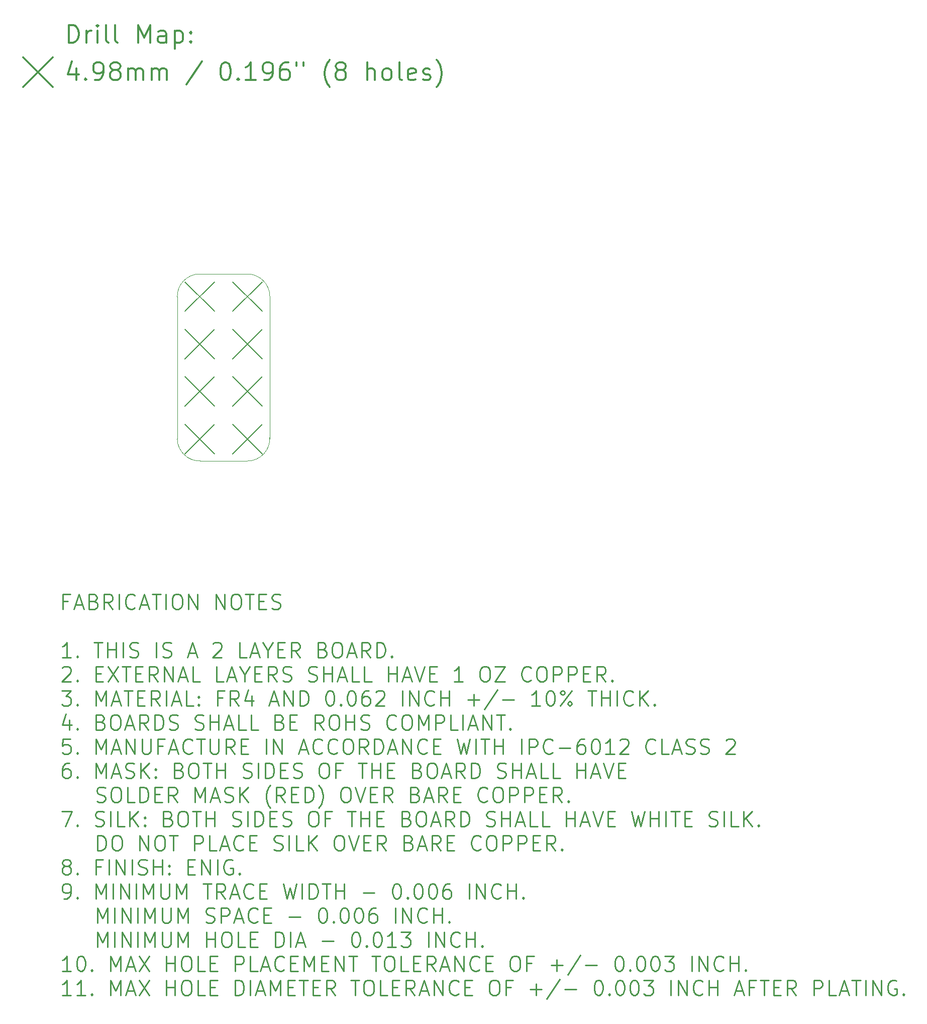
<source format=gbr>
G04 This is an RS-274x file exported by *
G04 gerbv version 2.6.0 *
G04 More information is available about gerbv at *
G04 http://gerbv.gpleda.org/ *
G04 --End of header info--*
%MOIN*%
%FSLAX34Y34*%
%IPPOS*%
G04 --Define apertures--*
%ADD10C,0.0050*%
%ADD11C,0.0079*%
%ADD12C,0.0118*%
%ADD13C,0.0138*%
%ADD14C,0.0016*%
%ADD15C,0.0100*%
G04 --Start main section--*
G54D11*
G01X0008790Y-017681D02*
G01X0010751Y-019641D01*
G01X0010751Y-017681D02*
G01X0008790Y-019641D01*
G01X0008790Y-020830D02*
G01X0010751Y-022791D01*
G01X0010751Y-020830D02*
G01X0008790Y-022791D01*
G01X0008790Y-023980D02*
G01X0010751Y-025941D01*
G01X0010751Y-023980D02*
G01X0008790Y-025941D01*
G01X0008790Y-027130D02*
G01X0010751Y-029090D01*
G01X0010751Y-027130D02*
G01X0008790Y-029090D01*
G01X0011940Y-017681D02*
G01X0013900Y-019641D01*
G01X0013900Y-017681D02*
G01X0011940Y-019641D01*
G01X0011940Y-020830D02*
G01X0013900Y-022791D01*
G01X0013900Y-020830D02*
G01X0011940Y-022791D01*
G01X0011940Y-023980D02*
G01X0013900Y-025941D01*
G01X0013900Y-023980D02*
G01X0011940Y-025941D01*
G01X0011940Y-027130D02*
G01X0013900Y-029090D01*
G01X0013900Y-027130D02*
G01X0011940Y-029090D01*
G54D12*
G01X0001069Y-001834D02*
G01X0001069Y-000652D01*
G01X0001069Y-000652D02*
G01X0001350Y-000652D01*
G01X0001350Y-000652D02*
G01X0001519Y-000709D01*
G01X0001519Y-000709D02*
G01X0001631Y-000821D01*
G01X0001631Y-000821D02*
G01X0001687Y-000934D01*
G01X0001687Y-000934D02*
G01X0001744Y-001159D01*
G01X0001744Y-001159D02*
G01X0001744Y-001327D01*
G01X0001744Y-001327D02*
G01X0001687Y-001552D01*
G01X0001687Y-001552D02*
G01X0001631Y-001665D01*
G01X0001631Y-001665D02*
G01X0001519Y-001777D01*
G01X0001519Y-001777D02*
G01X0001350Y-001834D01*
G01X0001350Y-001834D02*
G01X0001069Y-001834D01*
G01X0002250Y-001834D02*
G01X0002250Y-001046D01*
G01X0002250Y-001271D02*
G01X0002306Y-001159D01*
G01X0002306Y-001159D02*
G01X0002362Y-001102D01*
G01X0002362Y-001102D02*
G01X0002475Y-001046D01*
G01X0002475Y-001046D02*
G01X0002587Y-001046D01*
G01X0002981Y-001834D02*
G01X0002981Y-001046D01*
G01X0002981Y-000652D02*
G01X0002925Y-000709D01*
G01X0002925Y-000709D02*
G01X0002981Y-000765D01*
G01X0002981Y-000765D02*
G01X0003037Y-000709D01*
G01X0003037Y-000709D02*
G01X0002981Y-000652D01*
G01X0002981Y-000652D02*
G01X0002981Y-000765D01*
G01X0003712Y-001834D02*
G01X0003600Y-001777D01*
G01X0003600Y-001777D02*
G01X0003543Y-001665D01*
G01X0003543Y-001665D02*
G01X0003543Y-000652D01*
G01X0004331Y-001834D02*
G01X0004218Y-001777D01*
G01X0004218Y-001777D02*
G01X0004162Y-001665D01*
G01X0004162Y-001665D02*
G01X0004162Y-000652D01*
G01X0005681Y-001834D02*
G01X0005681Y-000652D01*
G01X0005681Y-000652D02*
G01X0006074Y-001496D01*
G01X0006074Y-001496D02*
G01X0006468Y-000652D01*
G01X0006468Y-000652D02*
G01X0006468Y-001834D01*
G01X0007537Y-001834D02*
G01X0007537Y-001215D01*
G01X0007537Y-001215D02*
G01X0007480Y-001102D01*
G01X0007480Y-001102D02*
G01X0007368Y-001046D01*
G01X0007368Y-001046D02*
G01X0007143Y-001046D01*
G01X0007143Y-001046D02*
G01X0007030Y-001102D01*
G01X0007537Y-001777D02*
G01X0007424Y-001834D01*
G01X0007424Y-001834D02*
G01X0007143Y-001834D01*
G01X0007143Y-001834D02*
G01X0007030Y-001777D01*
G01X0007030Y-001777D02*
G01X0006974Y-001665D01*
G01X0006974Y-001665D02*
G01X0006974Y-001552D01*
G01X0006974Y-001552D02*
G01X0007030Y-001440D01*
G01X0007030Y-001440D02*
G01X0007143Y-001384D01*
G01X0007143Y-001384D02*
G01X0007424Y-001384D01*
G01X0007424Y-001384D02*
G01X0007537Y-001327D01*
G01X0008099Y-001046D02*
G01X0008099Y-002227D01*
G01X0008099Y-001102D02*
G01X0008211Y-001046D01*
G01X0008211Y-001046D02*
G01X0008436Y-001046D01*
G01X0008436Y-001046D02*
G01X0008549Y-001102D01*
G01X0008549Y-001102D02*
G01X0008605Y-001159D01*
G01X0008605Y-001159D02*
G01X0008661Y-001271D01*
G01X0008661Y-001271D02*
G01X0008661Y-001609D01*
G01X0008661Y-001609D02*
G01X0008605Y-001721D01*
G01X0008605Y-001721D02*
G01X0008549Y-001777D01*
G01X0008549Y-001777D02*
G01X0008436Y-001834D01*
G01X0008436Y-001834D02*
G01X0008211Y-001834D01*
G01X0008211Y-001834D02*
G01X0008099Y-001777D01*
G01X0009168Y-001721D02*
G01X0009224Y-001777D01*
G01X0009224Y-001777D02*
G01X0009168Y-001834D01*
G01X0009168Y-001834D02*
G01X0009111Y-001777D01*
G01X0009111Y-001777D02*
G01X0009168Y-001721D01*
G01X0009168Y-001721D02*
G01X0009168Y-001834D01*
G01X0009168Y-001102D02*
G01X0009224Y-001159D01*
G01X0009224Y-001159D02*
G01X0009168Y-001215D01*
G01X0009168Y-001215D02*
G01X0009111Y-001159D01*
G01X0009111Y-001159D02*
G01X0009168Y-001102D01*
G01X0009168Y-001102D02*
G01X0009168Y-001215D01*
G01X-001961Y-002799D02*
G01X0000000Y-004760D01*
G01X0000000Y-002799D02*
G01X-001961Y-004760D01*
G01X0001575Y-003526D02*
G01X0001575Y-004314D01*
G01X0001294Y-003076D02*
G01X0001012Y-003920D01*
G01X0001012Y-003920D02*
G01X0001744Y-003920D01*
G01X0002193Y-004201D02*
G01X0002250Y-004258D01*
G01X0002250Y-004258D02*
G01X0002193Y-004314D01*
G01X0002193Y-004314D02*
G01X0002137Y-004258D01*
G01X0002137Y-004258D02*
G01X0002193Y-004201D01*
G01X0002193Y-004201D02*
G01X0002193Y-004314D01*
G01X0002812Y-004314D02*
G01X0003037Y-004314D01*
G01X0003037Y-004314D02*
G01X0003150Y-004258D01*
G01X0003150Y-004258D02*
G01X0003206Y-004201D01*
G01X0003206Y-004201D02*
G01X0003318Y-004033D01*
G01X0003318Y-004033D02*
G01X0003375Y-003808D01*
G01X0003375Y-003808D02*
G01X0003375Y-003358D01*
G01X0003375Y-003358D02*
G01X0003318Y-003245D01*
G01X0003318Y-003245D02*
G01X0003262Y-003189D01*
G01X0003262Y-003189D02*
G01X0003150Y-003133D01*
G01X0003150Y-003133D02*
G01X0002925Y-003133D01*
G01X0002925Y-003133D02*
G01X0002812Y-003189D01*
G01X0002812Y-003189D02*
G01X0002756Y-003245D01*
G01X0002756Y-003245D02*
G01X0002700Y-003358D01*
G01X0002700Y-003358D02*
G01X0002700Y-003639D01*
G01X0002700Y-003639D02*
G01X0002756Y-003751D01*
G01X0002756Y-003751D02*
G01X0002812Y-003808D01*
G01X0002812Y-003808D02*
G01X0002925Y-003864D01*
G01X0002925Y-003864D02*
G01X0003150Y-003864D01*
G01X0003150Y-003864D02*
G01X0003262Y-003808D01*
G01X0003262Y-003808D02*
G01X0003318Y-003751D01*
G01X0003318Y-003751D02*
G01X0003375Y-003639D01*
G01X0004049Y-003639D02*
G01X0003937Y-003583D01*
G01X0003937Y-003583D02*
G01X0003881Y-003526D01*
G01X0003881Y-003526D02*
G01X0003825Y-003414D01*
G01X0003825Y-003414D02*
G01X0003825Y-003358D01*
G01X0003825Y-003358D02*
G01X0003881Y-003245D01*
G01X0003881Y-003245D02*
G01X0003937Y-003189D01*
G01X0003937Y-003189D02*
G01X0004049Y-003133D01*
G01X0004049Y-003133D02*
G01X0004274Y-003133D01*
G01X0004274Y-003133D02*
G01X0004387Y-003189D01*
G01X0004387Y-003189D02*
G01X0004443Y-003245D01*
G01X0004443Y-003245D02*
G01X0004499Y-003358D01*
G01X0004499Y-003358D02*
G01X0004499Y-003414D01*
G01X0004499Y-003414D02*
G01X0004443Y-003526D01*
G01X0004443Y-003526D02*
G01X0004387Y-003583D01*
G01X0004387Y-003583D02*
G01X0004274Y-003639D01*
G01X0004274Y-003639D02*
G01X0004049Y-003639D01*
G01X0004049Y-003639D02*
G01X0003937Y-003695D01*
G01X0003937Y-003695D02*
G01X0003881Y-003751D01*
G01X0003881Y-003751D02*
G01X0003825Y-003864D01*
G01X0003825Y-003864D02*
G01X0003825Y-004089D01*
G01X0003825Y-004089D02*
G01X0003881Y-004201D01*
G01X0003881Y-004201D02*
G01X0003937Y-004258D01*
G01X0003937Y-004258D02*
G01X0004049Y-004314D01*
G01X0004049Y-004314D02*
G01X0004274Y-004314D01*
G01X0004274Y-004314D02*
G01X0004387Y-004258D01*
G01X0004387Y-004258D02*
G01X0004443Y-004201D01*
G01X0004443Y-004201D02*
G01X0004499Y-004089D01*
G01X0004499Y-004089D02*
G01X0004499Y-003864D01*
G01X0004499Y-003864D02*
G01X0004443Y-003751D01*
G01X0004443Y-003751D02*
G01X0004387Y-003695D01*
G01X0004387Y-003695D02*
G01X0004274Y-003639D01*
G01X0005006Y-004314D02*
G01X0005006Y-003526D01*
G01X0005006Y-003639D02*
G01X0005062Y-003583D01*
G01X0005062Y-003583D02*
G01X0005174Y-003526D01*
G01X0005174Y-003526D02*
G01X0005343Y-003526D01*
G01X0005343Y-003526D02*
G01X0005456Y-003583D01*
G01X0005456Y-003583D02*
G01X0005512Y-003695D01*
G01X0005512Y-003695D02*
G01X0005512Y-004314D01*
G01X0005512Y-003695D02*
G01X0005568Y-003583D01*
G01X0005568Y-003583D02*
G01X0005681Y-003526D01*
G01X0005681Y-003526D02*
G01X0005849Y-003526D01*
G01X0005849Y-003526D02*
G01X0005962Y-003583D01*
G01X0005962Y-003583D02*
G01X0006018Y-003695D01*
G01X0006018Y-003695D02*
G01X0006018Y-004314D01*
G01X0006580Y-004314D02*
G01X0006580Y-003526D01*
G01X0006580Y-003639D02*
G01X0006637Y-003583D01*
G01X0006637Y-003583D02*
G01X0006749Y-003526D01*
G01X0006749Y-003526D02*
G01X0006918Y-003526D01*
G01X0006918Y-003526D02*
G01X0007030Y-003583D01*
G01X0007030Y-003583D02*
G01X0007087Y-003695D01*
G01X0007087Y-003695D02*
G01X0007087Y-004314D01*
G01X0007087Y-003695D02*
G01X0007143Y-003583D01*
G01X0007143Y-003583D02*
G01X0007255Y-003526D01*
G01X0007255Y-003526D02*
G01X0007424Y-003526D01*
G01X0007424Y-003526D02*
G01X0007537Y-003583D01*
G01X0007537Y-003583D02*
G01X0007593Y-003695D01*
G01X0007593Y-003695D02*
G01X0007593Y-004314D01*
G01X0009899Y-003076D02*
G01X0008886Y-004595D01*
G01X0011417Y-003133D02*
G01X0011530Y-003133D01*
G01X0011530Y-003133D02*
G01X0011642Y-003189D01*
G01X0011642Y-003189D02*
G01X0011699Y-003245D01*
G01X0011699Y-003245D02*
G01X0011755Y-003358D01*
G01X0011755Y-003358D02*
G01X0011811Y-003583D01*
G01X0011811Y-003583D02*
G01X0011811Y-003864D01*
G01X0011811Y-003864D02*
G01X0011755Y-004089D01*
G01X0011755Y-004089D02*
G01X0011699Y-004201D01*
G01X0011699Y-004201D02*
G01X0011642Y-004258D01*
G01X0011642Y-004258D02*
G01X0011530Y-004314D01*
G01X0011530Y-004314D02*
G01X0011417Y-004314D01*
G01X0011417Y-004314D02*
G01X0011305Y-004258D01*
G01X0011305Y-004258D02*
G01X0011249Y-004201D01*
G01X0011249Y-004201D02*
G01X0011192Y-004089D01*
G01X0011192Y-004089D02*
G01X0011136Y-003864D01*
G01X0011136Y-003864D02*
G01X0011136Y-003583D01*
G01X0011136Y-003583D02*
G01X0011192Y-003358D01*
G01X0011192Y-003358D02*
G01X0011249Y-003245D01*
G01X0011249Y-003245D02*
G01X0011305Y-003189D01*
G01X0011305Y-003189D02*
G01X0011417Y-003133D01*
G01X0012317Y-004201D02*
G01X0012373Y-004258D01*
G01X0012373Y-004258D02*
G01X0012317Y-004314D01*
G01X0012317Y-004314D02*
G01X0012261Y-004258D01*
G01X0012261Y-004258D02*
G01X0012317Y-004201D01*
G01X0012317Y-004201D02*
G01X0012317Y-004314D01*
G01X0013498Y-004314D02*
G01X0012823Y-004314D01*
G01X0013161Y-004314D02*
G01X0013161Y-003133D01*
G01X0013161Y-003133D02*
G01X0013048Y-003301D01*
G01X0013048Y-003301D02*
G01X0012936Y-003414D01*
G01X0012936Y-003414D02*
G01X0012823Y-003470D01*
G01X0014061Y-004314D02*
G01X0014286Y-004314D01*
G01X0014286Y-004314D02*
G01X0014398Y-004258D01*
G01X0014398Y-004258D02*
G01X0014454Y-004201D01*
G01X0014454Y-004201D02*
G01X0014567Y-004033D01*
G01X0014567Y-004033D02*
G01X0014623Y-003808D01*
G01X0014623Y-003808D02*
G01X0014623Y-003358D01*
G01X0014623Y-003358D02*
G01X0014567Y-003245D01*
G01X0014567Y-003245D02*
G01X0014511Y-003189D01*
G01X0014511Y-003189D02*
G01X0014398Y-003133D01*
G01X0014398Y-003133D02*
G01X0014173Y-003133D01*
G01X0014173Y-003133D02*
G01X0014061Y-003189D01*
G01X0014061Y-003189D02*
G01X0014005Y-003245D01*
G01X0014005Y-003245D02*
G01X0013948Y-003358D01*
G01X0013948Y-003358D02*
G01X0013948Y-003639D01*
G01X0013948Y-003639D02*
G01X0014005Y-003751D01*
G01X0014005Y-003751D02*
G01X0014061Y-003808D01*
G01X0014061Y-003808D02*
G01X0014173Y-003864D01*
G01X0014173Y-003864D02*
G01X0014398Y-003864D01*
G01X0014398Y-003864D02*
G01X0014511Y-003808D01*
G01X0014511Y-003808D02*
G01X0014567Y-003751D01*
G01X0014567Y-003751D02*
G01X0014623Y-003639D01*
G01X0015636Y-003133D02*
G01X0015411Y-003133D01*
G01X0015411Y-003133D02*
G01X0015298Y-003189D01*
G01X0015298Y-003189D02*
G01X0015242Y-003245D01*
G01X0015242Y-003245D02*
G01X0015129Y-003414D01*
G01X0015129Y-003414D02*
G01X0015073Y-003639D01*
G01X0015073Y-003639D02*
G01X0015073Y-004089D01*
G01X0015073Y-004089D02*
G01X0015129Y-004201D01*
G01X0015129Y-004201D02*
G01X0015186Y-004258D01*
G01X0015186Y-004258D02*
G01X0015298Y-004314D01*
G01X0015298Y-004314D02*
G01X0015523Y-004314D01*
G01X0015523Y-004314D02*
G01X0015636Y-004258D01*
G01X0015636Y-004258D02*
G01X0015692Y-004201D01*
G01X0015692Y-004201D02*
G01X0015748Y-004089D01*
G01X0015748Y-004089D02*
G01X0015748Y-003808D01*
G01X0015748Y-003808D02*
G01X0015692Y-003695D01*
G01X0015692Y-003695D02*
G01X0015636Y-003639D01*
G01X0015636Y-003639D02*
G01X0015523Y-003583D01*
G01X0015523Y-003583D02*
G01X0015298Y-003583D01*
G01X0015298Y-003583D02*
G01X0015186Y-003639D01*
G01X0015186Y-003639D02*
G01X0015129Y-003695D01*
G01X0015129Y-003695D02*
G01X0015073Y-003808D01*
G01X0016198Y-003133D02*
G01X0016198Y-003358D01*
G01X0016648Y-003133D02*
G01X0016648Y-003358D01*
G01X0018391Y-004764D02*
G01X0018335Y-004708D01*
G01X0018335Y-004708D02*
G01X0018223Y-004539D01*
G01X0018223Y-004539D02*
G01X0018166Y-004426D01*
G01X0018166Y-004426D02*
G01X0018110Y-004258D01*
G01X0018110Y-004258D02*
G01X0018054Y-003976D01*
G01X0018054Y-003976D02*
G01X0018054Y-003751D01*
G01X0018054Y-003751D02*
G01X0018110Y-003470D01*
G01X0018110Y-003470D02*
G01X0018166Y-003301D01*
G01X0018166Y-003301D02*
G01X0018223Y-003189D01*
G01X0018223Y-003189D02*
G01X0018335Y-003020D01*
G01X0018335Y-003020D02*
G01X0018391Y-002964D01*
G01X0019010Y-003639D02*
G01X0018898Y-003583D01*
G01X0018898Y-003583D02*
G01X0018841Y-003526D01*
G01X0018841Y-003526D02*
G01X0018785Y-003414D01*
G01X0018785Y-003414D02*
G01X0018785Y-003358D01*
G01X0018785Y-003358D02*
G01X0018841Y-003245D01*
G01X0018841Y-003245D02*
G01X0018898Y-003189D01*
G01X0018898Y-003189D02*
G01X0019010Y-003133D01*
G01X0019010Y-003133D02*
G01X0019235Y-003133D01*
G01X0019235Y-003133D02*
G01X0019348Y-003189D01*
G01X0019348Y-003189D02*
G01X0019404Y-003245D01*
G01X0019404Y-003245D02*
G01X0019460Y-003358D01*
G01X0019460Y-003358D02*
G01X0019460Y-003414D01*
G01X0019460Y-003414D02*
G01X0019404Y-003526D01*
G01X0019404Y-003526D02*
G01X0019348Y-003583D01*
G01X0019348Y-003583D02*
G01X0019235Y-003639D01*
G01X0019235Y-003639D02*
G01X0019010Y-003639D01*
G01X0019010Y-003639D02*
G01X0018898Y-003695D01*
G01X0018898Y-003695D02*
G01X0018841Y-003751D01*
G01X0018841Y-003751D02*
G01X0018785Y-003864D01*
G01X0018785Y-003864D02*
G01X0018785Y-004089D01*
G01X0018785Y-004089D02*
G01X0018841Y-004201D01*
G01X0018841Y-004201D02*
G01X0018898Y-004258D01*
G01X0018898Y-004258D02*
G01X0019010Y-004314D01*
G01X0019010Y-004314D02*
G01X0019235Y-004314D01*
G01X0019235Y-004314D02*
G01X0019348Y-004258D01*
G01X0019348Y-004258D02*
G01X0019404Y-004201D01*
G01X0019404Y-004201D02*
G01X0019460Y-004089D01*
G01X0019460Y-004089D02*
G01X0019460Y-003864D01*
G01X0019460Y-003864D02*
G01X0019404Y-003751D01*
G01X0019404Y-003751D02*
G01X0019348Y-003695D01*
G01X0019348Y-003695D02*
G01X0019235Y-003639D01*
G01X0020866Y-004314D02*
G01X0020866Y-003133D01*
G01X0021372Y-004314D02*
G01X0021372Y-003695D01*
G01X0021372Y-003695D02*
G01X0021316Y-003583D01*
G01X0021316Y-003583D02*
G01X0021204Y-003526D01*
G01X0021204Y-003526D02*
G01X0021035Y-003526D01*
G01X0021035Y-003526D02*
G01X0020922Y-003583D01*
G01X0020922Y-003583D02*
G01X0020866Y-003639D01*
G01X0022103Y-004314D02*
G01X0021991Y-004258D01*
G01X0021991Y-004258D02*
G01X0021935Y-004201D01*
G01X0021935Y-004201D02*
G01X0021879Y-004089D01*
G01X0021879Y-004089D02*
G01X0021879Y-003751D01*
G01X0021879Y-003751D02*
G01X0021935Y-003639D01*
G01X0021935Y-003639D02*
G01X0021991Y-003583D01*
G01X0021991Y-003583D02*
G01X0022103Y-003526D01*
G01X0022103Y-003526D02*
G01X0022272Y-003526D01*
G01X0022272Y-003526D02*
G01X0022385Y-003583D01*
G01X0022385Y-003583D02*
G01X0022441Y-003639D01*
G01X0022441Y-003639D02*
G01X0022497Y-003751D01*
G01X0022497Y-003751D02*
G01X0022497Y-004089D01*
G01X0022497Y-004089D02*
G01X0022441Y-004201D01*
G01X0022441Y-004201D02*
G01X0022385Y-004258D01*
G01X0022385Y-004258D02*
G01X0022272Y-004314D01*
G01X0022272Y-004314D02*
G01X0022103Y-004314D01*
G01X0023172Y-004314D02*
G01X0023060Y-004258D01*
G01X0023060Y-004258D02*
G01X0023003Y-004145D01*
G01X0023003Y-004145D02*
G01X0023003Y-003133D01*
G01X0024072Y-004258D02*
G01X0023960Y-004314D01*
G01X0023960Y-004314D02*
G01X0023735Y-004314D01*
G01X0023735Y-004314D02*
G01X0023622Y-004258D01*
G01X0023622Y-004258D02*
G01X0023566Y-004145D01*
G01X0023566Y-004145D02*
G01X0023566Y-003695D01*
G01X0023566Y-003695D02*
G01X0023622Y-003583D01*
G01X0023622Y-003583D02*
G01X0023735Y-003526D01*
G01X0023735Y-003526D02*
G01X0023960Y-003526D01*
G01X0023960Y-003526D02*
G01X0024072Y-003583D01*
G01X0024072Y-003583D02*
G01X0024128Y-003695D01*
G01X0024128Y-003695D02*
G01X0024128Y-003808D01*
G01X0024128Y-003808D02*
G01X0023566Y-003920D01*
G01X0024578Y-004258D02*
G01X0024691Y-004314D01*
G01X0024691Y-004314D02*
G01X0024916Y-004314D01*
G01X0024916Y-004314D02*
G01X0025028Y-004258D01*
G01X0025028Y-004258D02*
G01X0025084Y-004145D01*
G01X0025084Y-004145D02*
G01X0025084Y-004089D01*
G01X0025084Y-004089D02*
G01X0025028Y-003976D01*
G01X0025028Y-003976D02*
G01X0024916Y-003920D01*
G01X0024916Y-003920D02*
G01X0024747Y-003920D01*
G01X0024747Y-003920D02*
G01X0024634Y-003864D01*
G01X0024634Y-003864D02*
G01X0024578Y-003751D01*
G01X0024578Y-003751D02*
G01X0024578Y-003695D01*
G01X0024578Y-003695D02*
G01X0024634Y-003583D01*
G01X0024634Y-003583D02*
G01X0024747Y-003526D01*
G01X0024747Y-003526D02*
G01X0024916Y-003526D01*
G01X0024916Y-003526D02*
G01X0025028Y-003583D01*
G01X0025478Y-004764D02*
G01X0025534Y-004708D01*
G01X0025534Y-004708D02*
G01X0025647Y-004539D01*
G01X0025647Y-004539D02*
G01X0025703Y-004426D01*
G01X0025703Y-004426D02*
G01X0025759Y-004258D01*
G01X0025759Y-004258D02*
G01X0025816Y-003976D01*
G01X0025816Y-003976D02*
G01X0025816Y-003751D01*
G01X0025816Y-003751D02*
G01X0025759Y-003470D01*
G01X0025759Y-003470D02*
G01X0025703Y-003301D01*
G01X0025703Y-003301D02*
G01X0025647Y-003189D01*
G01X0025647Y-003189D02*
G01X0025534Y-003020D01*
G01X0025534Y-003020D02*
G01X0025478Y-002964D01*
G01X0000000Y0000000D02*
G54D14*
G01X0008274Y-028110D02*
G75*
G03X0009810Y-029564I0001496J0000042D01*
G01X0012920Y-029567D02*
G75*
G03X0014416Y-027948I0000000J0001501D01*
G01X0014417Y-018661D02*
G75*
G03X0012881Y-017165I-001497J0000000D01*
G01X0009770Y-017165D02*
G75*
G03X0008274Y-018701I0000000J-001497D01*
G01X0009770Y-017165D02*
G01X0012920Y-017165D01*
G01X0008274Y-018661D02*
G01X0008274Y-028110D01*
G01X0014416Y-018661D02*
G01X0014416Y-028110D01*
G01X0009770Y-029567D02*
G01X0012920Y-029567D01*
G01X0000000Y0000000D02*
G54D15*
G01X0001031Y-038869D02*
G01X0000698Y-038869D01*
G01X0000698Y-039392D02*
G01X0000698Y-038392D01*
G01X0000698Y-038392D02*
G01X0001174Y-038392D01*
G01X0001508Y-039107D02*
G01X0001984Y-039107D01*
G01X0001412Y-039392D02*
G01X0001746Y-038392D01*
G01X0001746Y-038392D02*
G01X0002079Y-039392D01*
G01X0002746Y-038869D02*
G01X0002889Y-038916D01*
G01X0002889Y-038916D02*
G01X0002936Y-038964D01*
G01X0002936Y-038964D02*
G01X0002984Y-039059D01*
G01X0002984Y-039059D02*
G01X0002984Y-039202D01*
G01X0002984Y-039202D02*
G01X0002936Y-039297D01*
G01X0002936Y-039297D02*
G01X0002889Y-039345D01*
G01X0002889Y-039345D02*
G01X0002793Y-039392D01*
G01X0002793Y-039392D02*
G01X0002412Y-039392D01*
G01X0002412Y-039392D02*
G01X0002412Y-038392D01*
G01X0002412Y-038392D02*
G01X0002746Y-038392D01*
G01X0002746Y-038392D02*
G01X0002841Y-038440D01*
G01X0002841Y-038440D02*
G01X0002889Y-038488D01*
G01X0002889Y-038488D02*
G01X0002936Y-038583D01*
G01X0002936Y-038583D02*
G01X0002936Y-038678D01*
G01X0002936Y-038678D02*
G01X0002889Y-038773D01*
G01X0002889Y-038773D02*
G01X0002841Y-038821D01*
G01X0002841Y-038821D02*
G01X0002746Y-038869D01*
G01X0002746Y-038869D02*
G01X0002412Y-038869D01*
G01X0003984Y-039392D02*
G01X0003650Y-038916D01*
G01X0003412Y-039392D02*
G01X0003412Y-038392D01*
G01X0003412Y-038392D02*
G01X0003793Y-038392D01*
G01X0003793Y-038392D02*
G01X0003889Y-038440D01*
G01X0003889Y-038440D02*
G01X0003936Y-038488D01*
G01X0003936Y-038488D02*
G01X0003984Y-038583D01*
G01X0003984Y-038583D02*
G01X0003984Y-038726D01*
G01X0003984Y-038726D02*
G01X0003936Y-038821D01*
G01X0003936Y-038821D02*
G01X0003889Y-038869D01*
G01X0003889Y-038869D02*
G01X0003793Y-038916D01*
G01X0003793Y-038916D02*
G01X0003412Y-038916D01*
G01X0004412Y-039392D02*
G01X0004412Y-038392D01*
G01X0005460Y-039297D02*
G01X0005412Y-039345D01*
G01X0005412Y-039345D02*
G01X0005270Y-039392D01*
G01X0005270Y-039392D02*
G01X0005174Y-039392D01*
G01X0005174Y-039392D02*
G01X0005031Y-039345D01*
G01X0005031Y-039345D02*
G01X0004936Y-039250D01*
G01X0004936Y-039250D02*
G01X0004889Y-039154D01*
G01X0004889Y-039154D02*
G01X0004841Y-038964D01*
G01X0004841Y-038964D02*
G01X0004841Y-038821D01*
G01X0004841Y-038821D02*
G01X0004889Y-038630D01*
G01X0004889Y-038630D02*
G01X0004936Y-038535D01*
G01X0004936Y-038535D02*
G01X0005031Y-038440D01*
G01X0005031Y-038440D02*
G01X0005174Y-038392D01*
G01X0005174Y-038392D02*
G01X0005270Y-038392D01*
G01X0005270Y-038392D02*
G01X0005412Y-038440D01*
G01X0005412Y-038440D02*
G01X0005460Y-038488D01*
G01X0005841Y-039107D02*
G01X0006317Y-039107D01*
G01X0005746Y-039392D02*
G01X0006079Y-038392D01*
G01X0006079Y-038392D02*
G01X0006412Y-039392D01*
G01X0006603Y-038392D02*
G01X0007174Y-038392D01*
G01X0006889Y-039392D02*
G01X0006889Y-038392D01*
G01X0007508Y-039392D02*
G01X0007508Y-038392D01*
G01X0008174Y-038392D02*
G01X0008365Y-038392D01*
G01X0008365Y-038392D02*
G01X0008460Y-038440D01*
G01X0008460Y-038440D02*
G01X0008555Y-038535D01*
G01X0008555Y-038535D02*
G01X0008603Y-038726D01*
G01X0008603Y-038726D02*
G01X0008603Y-039059D01*
G01X0008603Y-039059D02*
G01X0008555Y-039250D01*
G01X0008555Y-039250D02*
G01X0008460Y-039345D01*
G01X0008460Y-039345D02*
G01X0008365Y-039392D01*
G01X0008365Y-039392D02*
G01X0008174Y-039392D01*
G01X0008174Y-039392D02*
G01X0008079Y-039345D01*
G01X0008079Y-039345D02*
G01X0007984Y-039250D01*
G01X0007984Y-039250D02*
G01X0007936Y-039059D01*
G01X0007936Y-039059D02*
G01X0007936Y-038726D01*
G01X0007936Y-038726D02*
G01X0007984Y-038535D01*
G01X0007984Y-038535D02*
G01X0008079Y-038440D01*
G01X0008079Y-038440D02*
G01X0008174Y-038392D01*
G01X0009031Y-039392D02*
G01X0009031Y-038392D01*
G01X0009031Y-038392D02*
G01X0009603Y-039392D01*
G01X0009603Y-039392D02*
G01X0009603Y-038392D01*
G01X0010841Y-039392D02*
G01X0010841Y-038392D01*
G01X0010841Y-038392D02*
G01X0011412Y-039392D01*
G01X0011412Y-039392D02*
G01X0011412Y-038392D01*
G01X0012079Y-038392D02*
G01X0012270Y-038392D01*
G01X0012270Y-038392D02*
G01X0012365Y-038440D01*
G01X0012365Y-038440D02*
G01X0012460Y-038535D01*
G01X0012460Y-038535D02*
G01X0012508Y-038726D01*
G01X0012508Y-038726D02*
G01X0012508Y-039059D01*
G01X0012508Y-039059D02*
G01X0012460Y-039250D01*
G01X0012460Y-039250D02*
G01X0012365Y-039345D01*
G01X0012365Y-039345D02*
G01X0012270Y-039392D01*
G01X0012270Y-039392D02*
G01X0012079Y-039392D01*
G01X0012079Y-039392D02*
G01X0011984Y-039345D01*
G01X0011984Y-039345D02*
G01X0011889Y-039250D01*
G01X0011889Y-039250D02*
G01X0011841Y-039059D01*
G01X0011841Y-039059D02*
G01X0011841Y-038726D01*
G01X0011841Y-038726D02*
G01X0011889Y-038535D01*
G01X0011889Y-038535D02*
G01X0011984Y-038440D01*
G01X0011984Y-038440D02*
G01X0012079Y-038392D01*
G01X0012793Y-038392D02*
G01X0013365Y-038392D01*
G01X0013079Y-039392D02*
G01X0013079Y-038392D01*
G01X0013698Y-038869D02*
G01X0014031Y-038869D01*
G01X0014174Y-039392D02*
G01X0013698Y-039392D01*
G01X0013698Y-039392D02*
G01X0013698Y-038392D01*
G01X0013698Y-038392D02*
G01X0014174Y-038392D01*
G01X0014555Y-039345D02*
G01X0014698Y-039392D01*
G01X0014698Y-039392D02*
G01X0014936Y-039392D01*
G01X0014936Y-039392D02*
G01X0015031Y-039345D01*
G01X0015031Y-039345D02*
G01X0015079Y-039297D01*
G01X0015079Y-039297D02*
G01X0015127Y-039202D01*
G01X0015127Y-039202D02*
G01X0015127Y-039107D01*
G01X0015127Y-039107D02*
G01X0015079Y-039011D01*
G01X0015079Y-039011D02*
G01X0015031Y-038964D01*
G01X0015031Y-038964D02*
G01X0014936Y-038916D01*
G01X0014936Y-038916D02*
G01X0014746Y-038869D01*
G01X0014746Y-038869D02*
G01X0014650Y-038821D01*
G01X0014650Y-038821D02*
G01X0014603Y-038773D01*
G01X0014603Y-038773D02*
G01X0014555Y-038678D01*
G01X0014555Y-038678D02*
G01X0014555Y-038583D01*
G01X0014555Y-038583D02*
G01X0014603Y-038488D01*
G01X0014603Y-038488D02*
G01X0014650Y-038440D01*
G01X0014650Y-038440D02*
G01X0014746Y-038392D01*
G01X0014746Y-038392D02*
G01X0014984Y-038392D01*
G01X0014984Y-038392D02*
G01X0015127Y-038440D01*
G01X0001222Y-042592D02*
G01X0000650Y-042592D01*
G01X0000936Y-042592D02*
G01X0000936Y-041592D01*
G01X0000936Y-041592D02*
G01X0000841Y-041735D01*
G01X0000841Y-041735D02*
G01X0000746Y-041830D01*
G01X0000746Y-041830D02*
G01X0000650Y-041878D01*
G01X0001650Y-042497D02*
G01X0001698Y-042545D01*
G01X0001698Y-042545D02*
G01X0001650Y-042592D01*
G01X0001650Y-042592D02*
G01X0001603Y-042545D01*
G01X0001603Y-042545D02*
G01X0001650Y-042497D01*
G01X0001650Y-042497D02*
G01X0001650Y-042592D01*
G01X0002746Y-041592D02*
G01X0003317Y-041592D01*
G01X0003031Y-042592D02*
G01X0003031Y-041592D01*
G01X0003650Y-042592D02*
G01X0003650Y-041592D01*
G01X0003650Y-042069D02*
G01X0004222Y-042069D01*
G01X0004222Y-042592D02*
G01X0004222Y-041592D01*
G01X0004698Y-042592D02*
G01X0004698Y-041592D01*
G01X0005127Y-042545D02*
G01X0005270Y-042592D01*
G01X0005270Y-042592D02*
G01X0005508Y-042592D01*
G01X0005508Y-042592D02*
G01X0005603Y-042545D01*
G01X0005603Y-042545D02*
G01X0005650Y-042497D01*
G01X0005650Y-042497D02*
G01X0005698Y-042402D01*
G01X0005698Y-042402D02*
G01X0005698Y-042307D01*
G01X0005698Y-042307D02*
G01X0005650Y-042211D01*
G01X0005650Y-042211D02*
G01X0005603Y-042164D01*
G01X0005603Y-042164D02*
G01X0005508Y-042116D01*
G01X0005508Y-042116D02*
G01X0005317Y-042069D01*
G01X0005317Y-042069D02*
G01X0005222Y-042021D01*
G01X0005222Y-042021D02*
G01X0005174Y-041973D01*
G01X0005174Y-041973D02*
G01X0005127Y-041878D01*
G01X0005127Y-041878D02*
G01X0005127Y-041783D01*
G01X0005127Y-041783D02*
G01X0005174Y-041688D01*
G01X0005174Y-041688D02*
G01X0005222Y-041640D01*
G01X0005222Y-041640D02*
G01X0005317Y-041592D01*
G01X0005317Y-041592D02*
G01X0005555Y-041592D01*
G01X0005555Y-041592D02*
G01X0005698Y-041640D01*
G01X0006889Y-042592D02*
G01X0006889Y-041592D01*
G01X0007317Y-042545D02*
G01X0007460Y-042592D01*
G01X0007460Y-042592D02*
G01X0007698Y-042592D01*
G01X0007698Y-042592D02*
G01X0007793Y-042545D01*
G01X0007793Y-042545D02*
G01X0007841Y-042497D01*
G01X0007841Y-042497D02*
G01X0007889Y-042402D01*
G01X0007889Y-042402D02*
G01X0007889Y-042307D01*
G01X0007889Y-042307D02*
G01X0007841Y-042211D01*
G01X0007841Y-042211D02*
G01X0007793Y-042164D01*
G01X0007793Y-042164D02*
G01X0007698Y-042116D01*
G01X0007698Y-042116D02*
G01X0007508Y-042069D01*
G01X0007508Y-042069D02*
G01X0007412Y-042021D01*
G01X0007412Y-042021D02*
G01X0007365Y-041973D01*
G01X0007365Y-041973D02*
G01X0007317Y-041878D01*
G01X0007317Y-041878D02*
G01X0007317Y-041783D01*
G01X0007317Y-041783D02*
G01X0007365Y-041688D01*
G01X0007365Y-041688D02*
G01X0007412Y-041640D01*
G01X0007412Y-041640D02*
G01X0007508Y-041592D01*
G01X0007508Y-041592D02*
G01X0007746Y-041592D01*
G01X0007746Y-041592D02*
G01X0007889Y-041640D01*
G01X0009031Y-042307D02*
G01X0009508Y-042307D01*
G01X0008936Y-042592D02*
G01X0009270Y-041592D01*
G01X0009270Y-041592D02*
G01X0009603Y-042592D01*
G01X0010650Y-041688D02*
G01X0010698Y-041640D01*
G01X0010698Y-041640D02*
G01X0010793Y-041592D01*
G01X0010793Y-041592D02*
G01X0011031Y-041592D01*
G01X0011031Y-041592D02*
G01X0011127Y-041640D01*
G01X0011127Y-041640D02*
G01X0011174Y-041688D01*
G01X0011174Y-041688D02*
G01X0011222Y-041783D01*
G01X0011222Y-041783D02*
G01X0011222Y-041878D01*
G01X0011222Y-041878D02*
G01X0011174Y-042021D01*
G01X0011174Y-042021D02*
G01X0010603Y-042592D01*
G01X0010603Y-042592D02*
G01X0011222Y-042592D01*
G01X0012889Y-042592D02*
G01X0012412Y-042592D01*
G01X0012412Y-042592D02*
G01X0012412Y-041592D01*
G01X0013174Y-042307D02*
G01X0013650Y-042307D01*
G01X0013079Y-042592D02*
G01X0013412Y-041592D01*
G01X0013412Y-041592D02*
G01X0013746Y-042592D01*
G01X0014270Y-042116D02*
G01X0014270Y-042592D01*
G01X0013936Y-041592D02*
G01X0014270Y-042116D01*
G01X0014270Y-042116D02*
G01X0014603Y-041592D01*
G01X0014936Y-042069D02*
G01X0015270Y-042069D01*
G01X0015412Y-042592D02*
G01X0014936Y-042592D01*
G01X0014936Y-042592D02*
G01X0014936Y-041592D01*
G01X0014936Y-041592D02*
G01X0015412Y-041592D01*
G01X0016412Y-042592D02*
G01X0016079Y-042116D01*
G01X0015841Y-042592D02*
G01X0015841Y-041592D01*
G01X0015841Y-041592D02*
G01X0016222Y-041592D01*
G01X0016222Y-041592D02*
G01X0016317Y-041640D01*
G01X0016317Y-041640D02*
G01X0016365Y-041688D01*
G01X0016365Y-041688D02*
G01X0016412Y-041783D01*
G01X0016412Y-041783D02*
G01X0016412Y-041926D01*
G01X0016412Y-041926D02*
G01X0016365Y-042021D01*
G01X0016365Y-042021D02*
G01X0016317Y-042069D01*
G01X0016317Y-042069D02*
G01X0016222Y-042116D01*
G01X0016222Y-042116D02*
G01X0015841Y-042116D01*
G01X0017936Y-042069D02*
G01X0018079Y-042116D01*
G01X0018079Y-042116D02*
G01X0018127Y-042164D01*
G01X0018127Y-042164D02*
G01X0018174Y-042259D01*
G01X0018174Y-042259D02*
G01X0018174Y-042402D01*
G01X0018174Y-042402D02*
G01X0018127Y-042497D01*
G01X0018127Y-042497D02*
G01X0018079Y-042545D01*
G01X0018079Y-042545D02*
G01X0017984Y-042592D01*
G01X0017984Y-042592D02*
G01X0017603Y-042592D01*
G01X0017603Y-042592D02*
G01X0017603Y-041592D01*
G01X0017603Y-041592D02*
G01X0017936Y-041592D01*
G01X0017936Y-041592D02*
G01X0018031Y-041640D01*
G01X0018031Y-041640D02*
G01X0018079Y-041688D01*
G01X0018079Y-041688D02*
G01X0018127Y-041783D01*
G01X0018127Y-041783D02*
G01X0018127Y-041878D01*
G01X0018127Y-041878D02*
G01X0018079Y-041973D01*
G01X0018079Y-041973D02*
G01X0018031Y-042021D01*
G01X0018031Y-042021D02*
G01X0017936Y-042069D01*
G01X0017936Y-042069D02*
G01X0017603Y-042069D01*
G01X0018793Y-041592D02*
G01X0018984Y-041592D01*
G01X0018984Y-041592D02*
G01X0019079Y-041640D01*
G01X0019079Y-041640D02*
G01X0019174Y-041735D01*
G01X0019174Y-041735D02*
G01X0019222Y-041926D01*
G01X0019222Y-041926D02*
G01X0019222Y-042259D01*
G01X0019222Y-042259D02*
G01X0019174Y-042450D01*
G01X0019174Y-042450D02*
G01X0019079Y-042545D01*
G01X0019079Y-042545D02*
G01X0018984Y-042592D01*
G01X0018984Y-042592D02*
G01X0018793Y-042592D01*
G01X0018793Y-042592D02*
G01X0018698Y-042545D01*
G01X0018698Y-042545D02*
G01X0018603Y-042450D01*
G01X0018603Y-042450D02*
G01X0018555Y-042259D01*
G01X0018555Y-042259D02*
G01X0018555Y-041926D01*
G01X0018555Y-041926D02*
G01X0018603Y-041735D01*
G01X0018603Y-041735D02*
G01X0018698Y-041640D01*
G01X0018698Y-041640D02*
G01X0018793Y-041592D01*
G01X0019603Y-042307D02*
G01X0020079Y-042307D01*
G01X0019508Y-042592D02*
G01X0019841Y-041592D01*
G01X0019841Y-041592D02*
G01X0020174Y-042592D01*
G01X0021079Y-042592D02*
G01X0020746Y-042116D01*
G01X0020508Y-042592D02*
G01X0020508Y-041592D01*
G01X0020508Y-041592D02*
G01X0020889Y-041592D01*
G01X0020889Y-041592D02*
G01X0020984Y-041640D01*
G01X0020984Y-041640D02*
G01X0021031Y-041688D01*
G01X0021031Y-041688D02*
G01X0021079Y-041783D01*
G01X0021079Y-041783D02*
G01X0021079Y-041926D01*
G01X0021079Y-041926D02*
G01X0021031Y-042021D01*
G01X0021031Y-042021D02*
G01X0020984Y-042069D01*
G01X0020984Y-042069D02*
G01X0020889Y-042116D01*
G01X0020889Y-042116D02*
G01X0020508Y-042116D01*
G01X0021508Y-042592D02*
G01X0021508Y-041592D01*
G01X0021508Y-041592D02*
G01X0021746Y-041592D01*
G01X0021746Y-041592D02*
G01X0021889Y-041640D01*
G01X0021889Y-041640D02*
G01X0021984Y-041735D01*
G01X0021984Y-041735D02*
G01X0022031Y-041830D01*
G01X0022031Y-041830D02*
G01X0022079Y-042021D01*
G01X0022079Y-042021D02*
G01X0022079Y-042164D01*
G01X0022079Y-042164D02*
G01X0022031Y-042354D01*
G01X0022031Y-042354D02*
G01X0021984Y-042450D01*
G01X0021984Y-042450D02*
G01X0021889Y-042545D01*
G01X0021889Y-042545D02*
G01X0021746Y-042592D01*
G01X0021746Y-042592D02*
G01X0021508Y-042592D01*
G01X0022508Y-042497D02*
G01X0022555Y-042545D01*
G01X0022555Y-042545D02*
G01X0022508Y-042592D01*
G01X0022508Y-042592D02*
G01X0022460Y-042545D01*
G01X0022460Y-042545D02*
G01X0022508Y-042497D01*
G01X0022508Y-042497D02*
G01X0022508Y-042592D01*
G01X0000650Y-043288D02*
G01X0000698Y-043240D01*
G01X0000698Y-043240D02*
G01X0000793Y-043192D01*
G01X0000793Y-043192D02*
G01X0001031Y-043192D01*
G01X0001031Y-043192D02*
G01X0001127Y-043240D01*
G01X0001127Y-043240D02*
G01X0001174Y-043288D01*
G01X0001174Y-043288D02*
G01X0001222Y-043383D01*
G01X0001222Y-043383D02*
G01X0001222Y-043478D01*
G01X0001222Y-043478D02*
G01X0001174Y-043621D01*
G01X0001174Y-043621D02*
G01X0000603Y-044192D01*
G01X0000603Y-044192D02*
G01X0001222Y-044192D01*
G01X0001650Y-044097D02*
G01X0001698Y-044145D01*
G01X0001698Y-044145D02*
G01X0001650Y-044192D01*
G01X0001650Y-044192D02*
G01X0001603Y-044145D01*
G01X0001603Y-044145D02*
G01X0001650Y-044097D01*
G01X0001650Y-044097D02*
G01X0001650Y-044192D01*
G01X0002889Y-043669D02*
G01X0003222Y-043669D01*
G01X0003365Y-044192D02*
G01X0002889Y-044192D01*
G01X0002889Y-044192D02*
G01X0002889Y-043192D01*
G01X0002889Y-043192D02*
G01X0003365Y-043192D01*
G01X0003698Y-043192D02*
G01X0004365Y-044192D01*
G01X0004365Y-043192D02*
G01X0003698Y-044192D01*
G01X0004603Y-043192D02*
G01X0005174Y-043192D01*
G01X0004889Y-044192D02*
G01X0004889Y-043192D01*
G01X0005508Y-043669D02*
G01X0005841Y-043669D01*
G01X0005984Y-044192D02*
G01X0005508Y-044192D01*
G01X0005508Y-044192D02*
G01X0005508Y-043192D01*
G01X0005508Y-043192D02*
G01X0005984Y-043192D01*
G01X0006984Y-044192D02*
G01X0006650Y-043716D01*
G01X0006412Y-044192D02*
G01X0006412Y-043192D01*
G01X0006412Y-043192D02*
G01X0006793Y-043192D01*
G01X0006793Y-043192D02*
G01X0006889Y-043240D01*
G01X0006889Y-043240D02*
G01X0006936Y-043288D01*
G01X0006936Y-043288D02*
G01X0006984Y-043383D01*
G01X0006984Y-043383D02*
G01X0006984Y-043526D01*
G01X0006984Y-043526D02*
G01X0006936Y-043621D01*
G01X0006936Y-043621D02*
G01X0006889Y-043669D01*
G01X0006889Y-043669D02*
G01X0006793Y-043716D01*
G01X0006793Y-043716D02*
G01X0006412Y-043716D01*
G01X0007412Y-044192D02*
G01X0007412Y-043192D01*
G01X0007412Y-043192D02*
G01X0007984Y-044192D01*
G01X0007984Y-044192D02*
G01X0007984Y-043192D01*
G01X0008412Y-043907D02*
G01X0008889Y-043907D01*
G01X0008317Y-044192D02*
G01X0008650Y-043192D01*
G01X0008650Y-043192D02*
G01X0008984Y-044192D01*
G01X0009793Y-044192D02*
G01X0009317Y-044192D01*
G01X0009317Y-044192D02*
G01X0009317Y-043192D01*
G01X0011365Y-044192D02*
G01X0010889Y-044192D01*
G01X0010889Y-044192D02*
G01X0010889Y-043192D01*
G01X0011650Y-043907D02*
G01X0012127Y-043907D01*
G01X0011555Y-044192D02*
G01X0011889Y-043192D01*
G01X0011889Y-043192D02*
G01X0012222Y-044192D01*
G01X0012746Y-043716D02*
G01X0012746Y-044192D01*
G01X0012412Y-043192D02*
G01X0012746Y-043716D01*
G01X0012746Y-043716D02*
G01X0013079Y-043192D01*
G01X0013412Y-043669D02*
G01X0013746Y-043669D01*
G01X0013889Y-044192D02*
G01X0013412Y-044192D01*
G01X0013412Y-044192D02*
G01X0013412Y-043192D01*
G01X0013412Y-043192D02*
G01X0013889Y-043192D01*
G01X0014889Y-044192D02*
G01X0014555Y-043716D01*
G01X0014317Y-044192D02*
G01X0014317Y-043192D01*
G01X0014317Y-043192D02*
G01X0014698Y-043192D01*
G01X0014698Y-043192D02*
G01X0014793Y-043240D01*
G01X0014793Y-043240D02*
G01X0014841Y-043288D01*
G01X0014841Y-043288D02*
G01X0014889Y-043383D01*
G01X0014889Y-043383D02*
G01X0014889Y-043526D01*
G01X0014889Y-043526D02*
G01X0014841Y-043621D01*
G01X0014841Y-043621D02*
G01X0014793Y-043669D01*
G01X0014793Y-043669D02*
G01X0014698Y-043716D01*
G01X0014698Y-043716D02*
G01X0014317Y-043716D01*
G01X0015270Y-044145D02*
G01X0015412Y-044192D01*
G01X0015412Y-044192D02*
G01X0015650Y-044192D01*
G01X0015650Y-044192D02*
G01X0015746Y-044145D01*
G01X0015746Y-044145D02*
G01X0015793Y-044097D01*
G01X0015793Y-044097D02*
G01X0015841Y-044002D01*
G01X0015841Y-044002D02*
G01X0015841Y-043907D01*
G01X0015841Y-043907D02*
G01X0015793Y-043811D01*
G01X0015793Y-043811D02*
G01X0015746Y-043764D01*
G01X0015746Y-043764D02*
G01X0015650Y-043716D01*
G01X0015650Y-043716D02*
G01X0015460Y-043669D01*
G01X0015460Y-043669D02*
G01X0015365Y-043621D01*
G01X0015365Y-043621D02*
G01X0015317Y-043573D01*
G01X0015317Y-043573D02*
G01X0015270Y-043478D01*
G01X0015270Y-043478D02*
G01X0015270Y-043383D01*
G01X0015270Y-043383D02*
G01X0015317Y-043288D01*
G01X0015317Y-043288D02*
G01X0015365Y-043240D01*
G01X0015365Y-043240D02*
G01X0015460Y-043192D01*
G01X0015460Y-043192D02*
G01X0015698Y-043192D01*
G01X0015698Y-043192D02*
G01X0015841Y-043240D01*
G01X0016984Y-044145D02*
G01X0017127Y-044192D01*
G01X0017127Y-044192D02*
G01X0017365Y-044192D01*
G01X0017365Y-044192D02*
G01X0017460Y-044145D01*
G01X0017460Y-044145D02*
G01X0017508Y-044097D01*
G01X0017508Y-044097D02*
G01X0017555Y-044002D01*
G01X0017555Y-044002D02*
G01X0017555Y-043907D01*
G01X0017555Y-043907D02*
G01X0017508Y-043811D01*
G01X0017508Y-043811D02*
G01X0017460Y-043764D01*
G01X0017460Y-043764D02*
G01X0017365Y-043716D01*
G01X0017365Y-043716D02*
G01X0017174Y-043669D01*
G01X0017174Y-043669D02*
G01X0017079Y-043621D01*
G01X0017079Y-043621D02*
G01X0017031Y-043573D01*
G01X0017031Y-043573D02*
G01X0016984Y-043478D01*
G01X0016984Y-043478D02*
G01X0016984Y-043383D01*
G01X0016984Y-043383D02*
G01X0017031Y-043288D01*
G01X0017031Y-043288D02*
G01X0017079Y-043240D01*
G01X0017079Y-043240D02*
G01X0017174Y-043192D01*
G01X0017174Y-043192D02*
G01X0017412Y-043192D01*
G01X0017412Y-043192D02*
G01X0017555Y-043240D01*
G01X0017984Y-044192D02*
G01X0017984Y-043192D01*
G01X0017984Y-043669D02*
G01X0018555Y-043669D01*
G01X0018555Y-044192D02*
G01X0018555Y-043192D01*
G01X0018984Y-043907D02*
G01X0019460Y-043907D01*
G01X0018889Y-044192D02*
G01X0019222Y-043192D01*
G01X0019222Y-043192D02*
G01X0019555Y-044192D01*
G01X0020365Y-044192D02*
G01X0019889Y-044192D01*
G01X0019889Y-044192D02*
G01X0019889Y-043192D01*
G01X0021174Y-044192D02*
G01X0020698Y-044192D01*
G01X0020698Y-044192D02*
G01X0020698Y-043192D01*
G01X0022270Y-044192D02*
G01X0022270Y-043192D01*
G01X0022270Y-043669D02*
G01X0022841Y-043669D01*
G01X0022841Y-044192D02*
G01X0022841Y-043192D01*
G01X0023270Y-043907D02*
G01X0023746Y-043907D01*
G01X0023174Y-044192D02*
G01X0023508Y-043192D01*
G01X0023508Y-043192D02*
G01X0023841Y-044192D01*
G01X0024031Y-043192D02*
G01X0024365Y-044192D01*
G01X0024365Y-044192D02*
G01X0024698Y-043192D01*
G01X0025031Y-043669D02*
G01X0025365Y-043669D01*
G01X0025508Y-044192D02*
G01X0025031Y-044192D01*
G01X0025031Y-044192D02*
G01X0025031Y-043192D01*
G01X0025031Y-043192D02*
G01X0025508Y-043192D01*
G01X0027222Y-044192D02*
G01X0026650Y-044192D01*
G01X0026936Y-044192D02*
G01X0026936Y-043192D01*
G01X0026936Y-043192D02*
G01X0026841Y-043335D01*
G01X0026841Y-043335D02*
G01X0026746Y-043430D01*
G01X0026746Y-043430D02*
G01X0026650Y-043478D01*
G01X0028603Y-043192D02*
G01X0028793Y-043192D01*
G01X0028793Y-043192D02*
G01X0028889Y-043240D01*
G01X0028889Y-043240D02*
G01X0028984Y-043335D01*
G01X0028984Y-043335D02*
G01X0029031Y-043526D01*
G01X0029031Y-043526D02*
G01X0029031Y-043859D01*
G01X0029031Y-043859D02*
G01X0028984Y-044050D01*
G01X0028984Y-044050D02*
G01X0028889Y-044145D01*
G01X0028889Y-044145D02*
G01X0028793Y-044192D01*
G01X0028793Y-044192D02*
G01X0028603Y-044192D01*
G01X0028603Y-044192D02*
G01X0028508Y-044145D01*
G01X0028508Y-044145D02*
G01X0028412Y-044050D01*
G01X0028412Y-044050D02*
G01X0028365Y-043859D01*
G01X0028365Y-043859D02*
G01X0028365Y-043526D01*
G01X0028365Y-043526D02*
G01X0028412Y-043335D01*
G01X0028412Y-043335D02*
G01X0028508Y-043240D01*
G01X0028508Y-043240D02*
G01X0028603Y-043192D01*
G01X0029365Y-043192D02*
G01X0030031Y-043192D01*
G01X0030031Y-043192D02*
G01X0029365Y-044192D01*
G01X0029365Y-044192D02*
G01X0030031Y-044192D01*
G01X0031746Y-044097D02*
G01X0031698Y-044145D01*
G01X0031698Y-044145D02*
G01X0031555Y-044192D01*
G01X0031555Y-044192D02*
G01X0031460Y-044192D01*
G01X0031460Y-044192D02*
G01X0031317Y-044145D01*
G01X0031317Y-044145D02*
G01X0031222Y-044050D01*
G01X0031222Y-044050D02*
G01X0031174Y-043954D01*
G01X0031174Y-043954D02*
G01X0031127Y-043764D01*
G01X0031127Y-043764D02*
G01X0031127Y-043621D01*
G01X0031127Y-043621D02*
G01X0031174Y-043430D01*
G01X0031174Y-043430D02*
G01X0031222Y-043335D01*
G01X0031222Y-043335D02*
G01X0031317Y-043240D01*
G01X0031317Y-043240D02*
G01X0031460Y-043192D01*
G01X0031460Y-043192D02*
G01X0031555Y-043192D01*
G01X0031555Y-043192D02*
G01X0031698Y-043240D01*
G01X0031698Y-043240D02*
G01X0031746Y-043288D01*
G01X0032365Y-043192D02*
G01X0032555Y-043192D01*
G01X0032555Y-043192D02*
G01X0032650Y-043240D01*
G01X0032650Y-043240D02*
G01X0032746Y-043335D01*
G01X0032746Y-043335D02*
G01X0032793Y-043526D01*
G01X0032793Y-043526D02*
G01X0032793Y-043859D01*
G01X0032793Y-043859D02*
G01X0032746Y-044050D01*
G01X0032746Y-044050D02*
G01X0032650Y-044145D01*
G01X0032650Y-044145D02*
G01X0032555Y-044192D01*
G01X0032555Y-044192D02*
G01X0032365Y-044192D01*
G01X0032365Y-044192D02*
G01X0032270Y-044145D01*
G01X0032270Y-044145D02*
G01X0032174Y-044050D01*
G01X0032174Y-044050D02*
G01X0032127Y-043859D01*
G01X0032127Y-043859D02*
G01X0032127Y-043526D01*
G01X0032127Y-043526D02*
G01X0032174Y-043335D01*
G01X0032174Y-043335D02*
G01X0032270Y-043240D01*
G01X0032270Y-043240D02*
G01X0032365Y-043192D01*
G01X0033222Y-044192D02*
G01X0033222Y-043192D01*
G01X0033222Y-043192D02*
G01X0033603Y-043192D01*
G01X0033603Y-043192D02*
G01X0033698Y-043240D01*
G01X0033698Y-043240D02*
G01X0033746Y-043288D01*
G01X0033746Y-043288D02*
G01X0033793Y-043383D01*
G01X0033793Y-043383D02*
G01X0033793Y-043526D01*
G01X0033793Y-043526D02*
G01X0033746Y-043621D01*
G01X0033746Y-043621D02*
G01X0033698Y-043669D01*
G01X0033698Y-043669D02*
G01X0033603Y-043716D01*
G01X0033603Y-043716D02*
G01X0033222Y-043716D01*
G01X0034222Y-044192D02*
G01X0034222Y-043192D01*
G01X0034222Y-043192D02*
G01X0034603Y-043192D01*
G01X0034603Y-043192D02*
G01X0034698Y-043240D01*
G01X0034698Y-043240D02*
G01X0034746Y-043288D01*
G01X0034746Y-043288D02*
G01X0034793Y-043383D01*
G01X0034793Y-043383D02*
G01X0034793Y-043526D01*
G01X0034793Y-043526D02*
G01X0034746Y-043621D01*
G01X0034746Y-043621D02*
G01X0034698Y-043669D01*
G01X0034698Y-043669D02*
G01X0034603Y-043716D01*
G01X0034603Y-043716D02*
G01X0034222Y-043716D01*
G01X0035222Y-043669D02*
G01X0035555Y-043669D01*
G01X0035698Y-044192D02*
G01X0035222Y-044192D01*
G01X0035222Y-044192D02*
G01X0035222Y-043192D01*
G01X0035222Y-043192D02*
G01X0035698Y-043192D01*
G01X0036698Y-044192D02*
G01X0036365Y-043716D01*
G01X0036127Y-044192D02*
G01X0036127Y-043192D01*
G01X0036127Y-043192D02*
G01X0036508Y-043192D01*
G01X0036508Y-043192D02*
G01X0036603Y-043240D01*
G01X0036603Y-043240D02*
G01X0036650Y-043288D01*
G01X0036650Y-043288D02*
G01X0036698Y-043383D01*
G01X0036698Y-043383D02*
G01X0036698Y-043526D01*
G01X0036698Y-043526D02*
G01X0036650Y-043621D01*
G01X0036650Y-043621D02*
G01X0036603Y-043669D01*
G01X0036603Y-043669D02*
G01X0036508Y-043716D01*
G01X0036508Y-043716D02*
G01X0036127Y-043716D01*
G01X0037127Y-044097D02*
G01X0037174Y-044145D01*
G01X0037174Y-044145D02*
G01X0037127Y-044192D01*
G01X0037127Y-044192D02*
G01X0037079Y-044145D01*
G01X0037079Y-044145D02*
G01X0037127Y-044097D01*
G01X0037127Y-044097D02*
G01X0037127Y-044192D01*
G01X0000603Y-044792D02*
G01X0001222Y-044792D01*
G01X0001222Y-044792D02*
G01X0000889Y-045173D01*
G01X0000889Y-045173D02*
G01X0001031Y-045173D01*
G01X0001031Y-045173D02*
G01X0001127Y-045221D01*
G01X0001127Y-045221D02*
G01X0001174Y-045269D01*
G01X0001174Y-045269D02*
G01X0001222Y-045364D01*
G01X0001222Y-045364D02*
G01X0001222Y-045602D01*
G01X0001222Y-045602D02*
G01X0001174Y-045697D01*
G01X0001174Y-045697D02*
G01X0001127Y-045745D01*
G01X0001127Y-045745D02*
G01X0001031Y-045792D01*
G01X0001031Y-045792D02*
G01X0000746Y-045792D01*
G01X0000746Y-045792D02*
G01X0000650Y-045745D01*
G01X0000650Y-045745D02*
G01X0000603Y-045697D01*
G01X0001650Y-045697D02*
G01X0001698Y-045745D01*
G01X0001698Y-045745D02*
G01X0001650Y-045792D01*
G01X0001650Y-045792D02*
G01X0001603Y-045745D01*
G01X0001603Y-045745D02*
G01X0001650Y-045697D01*
G01X0001650Y-045697D02*
G01X0001650Y-045792D01*
G01X0002889Y-045792D02*
G01X0002889Y-044792D01*
G01X0002889Y-044792D02*
G01X0003222Y-045507D01*
G01X0003222Y-045507D02*
G01X0003555Y-044792D01*
G01X0003555Y-044792D02*
G01X0003555Y-045792D01*
G01X0003984Y-045507D02*
G01X0004460Y-045507D01*
G01X0003889Y-045792D02*
G01X0004222Y-044792D01*
G01X0004222Y-044792D02*
G01X0004555Y-045792D01*
G01X0004746Y-044792D02*
G01X0005317Y-044792D01*
G01X0005031Y-045792D02*
G01X0005031Y-044792D01*
G01X0005650Y-045269D02*
G01X0005984Y-045269D01*
G01X0006127Y-045792D02*
G01X0005650Y-045792D01*
G01X0005650Y-045792D02*
G01X0005650Y-044792D01*
G01X0005650Y-044792D02*
G01X0006127Y-044792D01*
G01X0007127Y-045792D02*
G01X0006793Y-045316D01*
G01X0006555Y-045792D02*
G01X0006555Y-044792D01*
G01X0006555Y-044792D02*
G01X0006936Y-044792D01*
G01X0006936Y-044792D02*
G01X0007031Y-044840D01*
G01X0007031Y-044840D02*
G01X0007079Y-044888D01*
G01X0007079Y-044888D02*
G01X0007127Y-044983D01*
G01X0007127Y-044983D02*
G01X0007127Y-045126D01*
G01X0007127Y-045126D02*
G01X0007079Y-045221D01*
G01X0007079Y-045221D02*
G01X0007031Y-045269D01*
G01X0007031Y-045269D02*
G01X0006936Y-045316D01*
G01X0006936Y-045316D02*
G01X0006555Y-045316D01*
G01X0007555Y-045792D02*
G01X0007555Y-044792D01*
G01X0007984Y-045507D02*
G01X0008460Y-045507D01*
G01X0007889Y-045792D02*
G01X0008222Y-044792D01*
G01X0008222Y-044792D02*
G01X0008555Y-045792D01*
G01X0009365Y-045792D02*
G01X0008889Y-045792D01*
G01X0008889Y-045792D02*
G01X0008889Y-044792D01*
G01X0009698Y-045697D02*
G01X0009746Y-045745D01*
G01X0009746Y-045745D02*
G01X0009698Y-045792D01*
G01X0009698Y-045792D02*
G01X0009650Y-045745D01*
G01X0009650Y-045745D02*
G01X0009698Y-045697D01*
G01X0009698Y-045697D02*
G01X0009698Y-045792D01*
G01X0009698Y-045173D02*
G01X0009746Y-045221D01*
G01X0009746Y-045221D02*
G01X0009698Y-045269D01*
G01X0009698Y-045269D02*
G01X0009650Y-045221D01*
G01X0009650Y-045221D02*
G01X0009698Y-045173D01*
G01X0009698Y-045173D02*
G01X0009698Y-045269D01*
G01X0011270Y-045269D02*
G01X0010936Y-045269D01*
G01X0010936Y-045792D02*
G01X0010936Y-044792D01*
G01X0010936Y-044792D02*
G01X0011412Y-044792D01*
G01X0012365Y-045792D02*
G01X0012031Y-045316D01*
G01X0011793Y-045792D02*
G01X0011793Y-044792D01*
G01X0011793Y-044792D02*
G01X0012174Y-044792D01*
G01X0012174Y-044792D02*
G01X0012270Y-044840D01*
G01X0012270Y-044840D02*
G01X0012317Y-044888D01*
G01X0012317Y-044888D02*
G01X0012365Y-044983D01*
G01X0012365Y-044983D02*
G01X0012365Y-045126D01*
G01X0012365Y-045126D02*
G01X0012317Y-045221D01*
G01X0012317Y-045221D02*
G01X0012270Y-045269D01*
G01X0012270Y-045269D02*
G01X0012174Y-045316D01*
G01X0012174Y-045316D02*
G01X0011793Y-045316D01*
G01X0013222Y-045126D02*
G01X0013222Y-045792D01*
G01X0012984Y-044745D02*
G01X0012746Y-045459D01*
G01X0012746Y-045459D02*
G01X0013365Y-045459D01*
G01X0014460Y-045507D02*
G01X0014936Y-045507D01*
G01X0014365Y-045792D02*
G01X0014698Y-044792D01*
G01X0014698Y-044792D02*
G01X0015031Y-045792D01*
G01X0015365Y-045792D02*
G01X0015365Y-044792D01*
G01X0015365Y-044792D02*
G01X0015936Y-045792D01*
G01X0015936Y-045792D02*
G01X0015936Y-044792D01*
G01X0016412Y-045792D02*
G01X0016412Y-044792D01*
G01X0016412Y-044792D02*
G01X0016650Y-044792D01*
G01X0016650Y-044792D02*
G01X0016793Y-044840D01*
G01X0016793Y-044840D02*
G01X0016889Y-044935D01*
G01X0016889Y-044935D02*
G01X0016936Y-045030D01*
G01X0016936Y-045030D02*
G01X0016984Y-045221D01*
G01X0016984Y-045221D02*
G01X0016984Y-045364D01*
G01X0016984Y-045364D02*
G01X0016936Y-045554D01*
G01X0016936Y-045554D02*
G01X0016889Y-045650D01*
G01X0016889Y-045650D02*
G01X0016793Y-045745D01*
G01X0016793Y-045745D02*
G01X0016650Y-045792D01*
G01X0016650Y-045792D02*
G01X0016412Y-045792D01*
G01X0018365Y-044792D02*
G01X0018460Y-044792D01*
G01X0018460Y-044792D02*
G01X0018555Y-044840D01*
G01X0018555Y-044840D02*
G01X0018603Y-044888D01*
G01X0018603Y-044888D02*
G01X0018650Y-044983D01*
G01X0018650Y-044983D02*
G01X0018698Y-045173D01*
G01X0018698Y-045173D02*
G01X0018698Y-045411D01*
G01X0018698Y-045411D02*
G01X0018650Y-045602D01*
G01X0018650Y-045602D02*
G01X0018603Y-045697D01*
G01X0018603Y-045697D02*
G01X0018555Y-045745D01*
G01X0018555Y-045745D02*
G01X0018460Y-045792D01*
G01X0018460Y-045792D02*
G01X0018365Y-045792D01*
G01X0018365Y-045792D02*
G01X0018270Y-045745D01*
G01X0018270Y-045745D02*
G01X0018222Y-045697D01*
G01X0018222Y-045697D02*
G01X0018174Y-045602D01*
G01X0018174Y-045602D02*
G01X0018127Y-045411D01*
G01X0018127Y-045411D02*
G01X0018127Y-045173D01*
G01X0018127Y-045173D02*
G01X0018174Y-044983D01*
G01X0018174Y-044983D02*
G01X0018222Y-044888D01*
G01X0018222Y-044888D02*
G01X0018270Y-044840D01*
G01X0018270Y-044840D02*
G01X0018365Y-044792D01*
G01X0019127Y-045697D02*
G01X0019174Y-045745D01*
G01X0019174Y-045745D02*
G01X0019127Y-045792D01*
G01X0019127Y-045792D02*
G01X0019079Y-045745D01*
G01X0019079Y-045745D02*
G01X0019127Y-045697D01*
G01X0019127Y-045697D02*
G01X0019127Y-045792D01*
G01X0019793Y-044792D02*
G01X0019889Y-044792D01*
G01X0019889Y-044792D02*
G01X0019984Y-044840D01*
G01X0019984Y-044840D02*
G01X0020031Y-044888D01*
G01X0020031Y-044888D02*
G01X0020079Y-044983D01*
G01X0020079Y-044983D02*
G01X0020127Y-045173D01*
G01X0020127Y-045173D02*
G01X0020127Y-045411D01*
G01X0020127Y-045411D02*
G01X0020079Y-045602D01*
G01X0020079Y-045602D02*
G01X0020031Y-045697D01*
G01X0020031Y-045697D02*
G01X0019984Y-045745D01*
G01X0019984Y-045745D02*
G01X0019889Y-045792D01*
G01X0019889Y-045792D02*
G01X0019793Y-045792D01*
G01X0019793Y-045792D02*
G01X0019698Y-045745D01*
G01X0019698Y-045745D02*
G01X0019650Y-045697D01*
G01X0019650Y-045697D02*
G01X0019603Y-045602D01*
G01X0019603Y-045602D02*
G01X0019555Y-045411D01*
G01X0019555Y-045411D02*
G01X0019555Y-045173D01*
G01X0019555Y-045173D02*
G01X0019603Y-044983D01*
G01X0019603Y-044983D02*
G01X0019650Y-044888D01*
G01X0019650Y-044888D02*
G01X0019698Y-044840D01*
G01X0019698Y-044840D02*
G01X0019793Y-044792D01*
G01X0020984Y-044792D02*
G01X0020793Y-044792D01*
G01X0020793Y-044792D02*
G01X0020698Y-044840D01*
G01X0020698Y-044840D02*
G01X0020650Y-044888D01*
G01X0020650Y-044888D02*
G01X0020555Y-045030D01*
G01X0020555Y-045030D02*
G01X0020508Y-045221D01*
G01X0020508Y-045221D02*
G01X0020508Y-045602D01*
G01X0020508Y-045602D02*
G01X0020555Y-045697D01*
G01X0020555Y-045697D02*
G01X0020603Y-045745D01*
G01X0020603Y-045745D02*
G01X0020698Y-045792D01*
G01X0020698Y-045792D02*
G01X0020889Y-045792D01*
G01X0020889Y-045792D02*
G01X0020984Y-045745D01*
G01X0020984Y-045745D02*
G01X0021031Y-045697D01*
G01X0021031Y-045697D02*
G01X0021079Y-045602D01*
G01X0021079Y-045602D02*
G01X0021079Y-045364D01*
G01X0021079Y-045364D02*
G01X0021031Y-045269D01*
G01X0021031Y-045269D02*
G01X0020984Y-045221D01*
G01X0020984Y-045221D02*
G01X0020889Y-045173D01*
G01X0020889Y-045173D02*
G01X0020698Y-045173D01*
G01X0020698Y-045173D02*
G01X0020603Y-045221D01*
G01X0020603Y-045221D02*
G01X0020555Y-045269D01*
G01X0020555Y-045269D02*
G01X0020508Y-045364D01*
G01X0021460Y-044888D02*
G01X0021508Y-044840D01*
G01X0021508Y-044840D02*
G01X0021603Y-044792D01*
G01X0021603Y-044792D02*
G01X0021841Y-044792D01*
G01X0021841Y-044792D02*
G01X0021936Y-044840D01*
G01X0021936Y-044840D02*
G01X0021984Y-044888D01*
G01X0021984Y-044888D02*
G01X0022031Y-044983D01*
G01X0022031Y-044983D02*
G01X0022031Y-045078D01*
G01X0022031Y-045078D02*
G01X0021984Y-045221D01*
G01X0021984Y-045221D02*
G01X0021412Y-045792D01*
G01X0021412Y-045792D02*
G01X0022031Y-045792D01*
G01X0023222Y-045792D02*
G01X0023222Y-044792D01*
G01X0023698Y-045792D02*
G01X0023698Y-044792D01*
G01X0023698Y-044792D02*
G01X0024270Y-045792D01*
G01X0024270Y-045792D02*
G01X0024270Y-044792D01*
G01X0025317Y-045697D02*
G01X0025270Y-045745D01*
G01X0025270Y-045745D02*
G01X0025127Y-045792D01*
G01X0025127Y-045792D02*
G01X0025031Y-045792D01*
G01X0025031Y-045792D02*
G01X0024889Y-045745D01*
G01X0024889Y-045745D02*
G01X0024793Y-045650D01*
G01X0024793Y-045650D02*
G01X0024746Y-045554D01*
G01X0024746Y-045554D02*
G01X0024698Y-045364D01*
G01X0024698Y-045364D02*
G01X0024698Y-045221D01*
G01X0024698Y-045221D02*
G01X0024746Y-045030D01*
G01X0024746Y-045030D02*
G01X0024793Y-044935D01*
G01X0024793Y-044935D02*
G01X0024889Y-044840D01*
G01X0024889Y-044840D02*
G01X0025031Y-044792D01*
G01X0025031Y-044792D02*
G01X0025127Y-044792D01*
G01X0025127Y-044792D02*
G01X0025270Y-044840D01*
G01X0025270Y-044840D02*
G01X0025317Y-044888D01*
G01X0025746Y-045792D02*
G01X0025746Y-044792D01*
G01X0025746Y-045269D02*
G01X0026317Y-045269D01*
G01X0026317Y-045792D02*
G01X0026317Y-044792D01*
G01X0027555Y-045411D02*
G01X0028317Y-045411D01*
G01X0027936Y-045792D02*
G01X0027936Y-045030D01*
G01X0029508Y-044745D02*
G01X0028650Y-046030D01*
G01X0029841Y-045411D02*
G01X0030603Y-045411D01*
G01X0032365Y-045792D02*
G01X0031793Y-045792D01*
G01X0032079Y-045792D02*
G01X0032079Y-044792D01*
G01X0032079Y-044792D02*
G01X0031984Y-044935D01*
G01X0031984Y-044935D02*
G01X0031889Y-045030D01*
G01X0031889Y-045030D02*
G01X0031793Y-045078D01*
G01X0032984Y-044792D02*
G01X0033079Y-044792D01*
G01X0033079Y-044792D02*
G01X0033174Y-044840D01*
G01X0033174Y-044840D02*
G01X0033222Y-044888D01*
G01X0033222Y-044888D02*
G01X0033270Y-044983D01*
G01X0033270Y-044983D02*
G01X0033317Y-045173D01*
G01X0033317Y-045173D02*
G01X0033317Y-045411D01*
G01X0033317Y-045411D02*
G01X0033270Y-045602D01*
G01X0033270Y-045602D02*
G01X0033222Y-045697D01*
G01X0033222Y-045697D02*
G01X0033174Y-045745D01*
G01X0033174Y-045745D02*
G01X0033079Y-045792D01*
G01X0033079Y-045792D02*
G01X0032984Y-045792D01*
G01X0032984Y-045792D02*
G01X0032889Y-045745D01*
G01X0032889Y-045745D02*
G01X0032841Y-045697D01*
G01X0032841Y-045697D02*
G01X0032793Y-045602D01*
G01X0032793Y-045602D02*
G01X0032746Y-045411D01*
G01X0032746Y-045411D02*
G01X0032746Y-045173D01*
G01X0032746Y-045173D02*
G01X0032793Y-044983D01*
G01X0032793Y-044983D02*
G01X0032841Y-044888D01*
G01X0032841Y-044888D02*
G01X0032889Y-044840D01*
G01X0032889Y-044840D02*
G01X0032984Y-044792D01*
G01X0033698Y-045792D02*
G01X0034460Y-044792D01*
G01X0033841Y-044792D02*
G01X0033936Y-044840D01*
G01X0033936Y-044840D02*
G01X0033984Y-044935D01*
G01X0033984Y-044935D02*
G01X0033936Y-045030D01*
G01X0033936Y-045030D02*
G01X0033841Y-045078D01*
G01X0033841Y-045078D02*
G01X0033746Y-045030D01*
G01X0033746Y-045030D02*
G01X0033698Y-044935D01*
G01X0033698Y-044935D02*
G01X0033746Y-044840D01*
G01X0033746Y-044840D02*
G01X0033841Y-044792D01*
G01X0034412Y-045745D02*
G01X0034460Y-045650D01*
G01X0034460Y-045650D02*
G01X0034412Y-045554D01*
G01X0034412Y-045554D02*
G01X0034317Y-045507D01*
G01X0034317Y-045507D02*
G01X0034222Y-045554D01*
G01X0034222Y-045554D02*
G01X0034174Y-045650D01*
G01X0034174Y-045650D02*
G01X0034222Y-045745D01*
G01X0034222Y-045745D02*
G01X0034317Y-045792D01*
G01X0034317Y-045792D02*
G01X0034412Y-045745D01*
G01X0035508Y-044792D02*
G01X0036079Y-044792D01*
G01X0035793Y-045792D02*
G01X0035793Y-044792D01*
G01X0036412Y-045792D02*
G01X0036412Y-044792D01*
G01X0036412Y-045269D02*
G01X0036984Y-045269D01*
G01X0036984Y-045792D02*
G01X0036984Y-044792D01*
G01X0037460Y-045792D02*
G01X0037460Y-044792D01*
G01X0038508Y-045697D02*
G01X0038460Y-045745D01*
G01X0038460Y-045745D02*
G01X0038317Y-045792D01*
G01X0038317Y-045792D02*
G01X0038222Y-045792D01*
G01X0038222Y-045792D02*
G01X0038079Y-045745D01*
G01X0038079Y-045745D02*
G01X0037984Y-045650D01*
G01X0037984Y-045650D02*
G01X0037936Y-045554D01*
G01X0037936Y-045554D02*
G01X0037889Y-045364D01*
G01X0037889Y-045364D02*
G01X0037889Y-045221D01*
G01X0037889Y-045221D02*
G01X0037936Y-045030D01*
G01X0037936Y-045030D02*
G01X0037984Y-044935D01*
G01X0037984Y-044935D02*
G01X0038079Y-044840D01*
G01X0038079Y-044840D02*
G01X0038222Y-044792D01*
G01X0038222Y-044792D02*
G01X0038317Y-044792D01*
G01X0038317Y-044792D02*
G01X0038460Y-044840D01*
G01X0038460Y-044840D02*
G01X0038508Y-044888D01*
G01X0038936Y-045792D02*
G01X0038936Y-044792D01*
G01X0039508Y-045792D02*
G01X0039079Y-045221D01*
G01X0039508Y-044792D02*
G01X0038936Y-045364D01*
G01X0039936Y-045697D02*
G01X0039984Y-045745D01*
G01X0039984Y-045745D02*
G01X0039936Y-045792D01*
G01X0039936Y-045792D02*
G01X0039889Y-045745D01*
G01X0039889Y-045745D02*
G01X0039936Y-045697D01*
G01X0039936Y-045697D02*
G01X0039936Y-045792D01*
G01X0001127Y-046726D02*
G01X0001127Y-047392D01*
G01X0000889Y-046345D02*
G01X0000650Y-047059D01*
G01X0000650Y-047059D02*
G01X0001270Y-047059D01*
G01X0001650Y-047297D02*
G01X0001698Y-047345D01*
G01X0001698Y-047345D02*
G01X0001650Y-047392D01*
G01X0001650Y-047392D02*
G01X0001603Y-047345D01*
G01X0001603Y-047345D02*
G01X0001650Y-047297D01*
G01X0001650Y-047297D02*
G01X0001650Y-047392D01*
G01X0003222Y-046869D02*
G01X0003365Y-046916D01*
G01X0003365Y-046916D02*
G01X0003412Y-046964D01*
G01X0003412Y-046964D02*
G01X0003460Y-047059D01*
G01X0003460Y-047059D02*
G01X0003460Y-047202D01*
G01X0003460Y-047202D02*
G01X0003412Y-047297D01*
G01X0003412Y-047297D02*
G01X0003365Y-047345D01*
G01X0003365Y-047345D02*
G01X0003270Y-047392D01*
G01X0003270Y-047392D02*
G01X0002889Y-047392D01*
G01X0002889Y-047392D02*
G01X0002889Y-046392D01*
G01X0002889Y-046392D02*
G01X0003222Y-046392D01*
G01X0003222Y-046392D02*
G01X0003317Y-046440D01*
G01X0003317Y-046440D02*
G01X0003365Y-046488D01*
G01X0003365Y-046488D02*
G01X0003412Y-046583D01*
G01X0003412Y-046583D02*
G01X0003412Y-046678D01*
G01X0003412Y-046678D02*
G01X0003365Y-046773D01*
G01X0003365Y-046773D02*
G01X0003317Y-046821D01*
G01X0003317Y-046821D02*
G01X0003222Y-046869D01*
G01X0003222Y-046869D02*
G01X0002889Y-046869D01*
G01X0004079Y-046392D02*
G01X0004270Y-046392D01*
G01X0004270Y-046392D02*
G01X0004365Y-046440D01*
G01X0004365Y-046440D02*
G01X0004460Y-046535D01*
G01X0004460Y-046535D02*
G01X0004508Y-046726D01*
G01X0004508Y-046726D02*
G01X0004508Y-047059D01*
G01X0004508Y-047059D02*
G01X0004460Y-047250D01*
G01X0004460Y-047250D02*
G01X0004365Y-047345D01*
G01X0004365Y-047345D02*
G01X0004270Y-047392D01*
G01X0004270Y-047392D02*
G01X0004079Y-047392D01*
G01X0004079Y-047392D02*
G01X0003984Y-047345D01*
G01X0003984Y-047345D02*
G01X0003889Y-047250D01*
G01X0003889Y-047250D02*
G01X0003841Y-047059D01*
G01X0003841Y-047059D02*
G01X0003841Y-046726D01*
G01X0003841Y-046726D02*
G01X0003889Y-046535D01*
G01X0003889Y-046535D02*
G01X0003984Y-046440D01*
G01X0003984Y-046440D02*
G01X0004079Y-046392D01*
G01X0004889Y-047107D02*
G01X0005365Y-047107D01*
G01X0004793Y-047392D02*
G01X0005127Y-046392D01*
G01X0005127Y-046392D02*
G01X0005460Y-047392D01*
G01X0006365Y-047392D02*
G01X0006031Y-046916D01*
G01X0005793Y-047392D02*
G01X0005793Y-046392D01*
G01X0005793Y-046392D02*
G01X0006174Y-046392D01*
G01X0006174Y-046392D02*
G01X0006270Y-046440D01*
G01X0006270Y-046440D02*
G01X0006317Y-046488D01*
G01X0006317Y-046488D02*
G01X0006365Y-046583D01*
G01X0006365Y-046583D02*
G01X0006365Y-046726D01*
G01X0006365Y-046726D02*
G01X0006317Y-046821D01*
G01X0006317Y-046821D02*
G01X0006270Y-046869D01*
G01X0006270Y-046869D02*
G01X0006174Y-046916D01*
G01X0006174Y-046916D02*
G01X0005793Y-046916D01*
G01X0006793Y-047392D02*
G01X0006793Y-046392D01*
G01X0006793Y-046392D02*
G01X0007031Y-046392D01*
G01X0007031Y-046392D02*
G01X0007174Y-046440D01*
G01X0007174Y-046440D02*
G01X0007270Y-046535D01*
G01X0007270Y-046535D02*
G01X0007317Y-046630D01*
G01X0007317Y-046630D02*
G01X0007365Y-046821D01*
G01X0007365Y-046821D02*
G01X0007365Y-046964D01*
G01X0007365Y-046964D02*
G01X0007317Y-047154D01*
G01X0007317Y-047154D02*
G01X0007270Y-047250D01*
G01X0007270Y-047250D02*
G01X0007174Y-047345D01*
G01X0007174Y-047345D02*
G01X0007031Y-047392D01*
G01X0007031Y-047392D02*
G01X0006793Y-047392D01*
G01X0007746Y-047345D02*
G01X0007889Y-047392D01*
G01X0007889Y-047392D02*
G01X0008127Y-047392D01*
G01X0008127Y-047392D02*
G01X0008222Y-047345D01*
G01X0008222Y-047345D02*
G01X0008270Y-047297D01*
G01X0008270Y-047297D02*
G01X0008317Y-047202D01*
G01X0008317Y-047202D02*
G01X0008317Y-047107D01*
G01X0008317Y-047107D02*
G01X0008270Y-047011D01*
G01X0008270Y-047011D02*
G01X0008222Y-046964D01*
G01X0008222Y-046964D02*
G01X0008127Y-046916D01*
G01X0008127Y-046916D02*
G01X0007936Y-046869D01*
G01X0007936Y-046869D02*
G01X0007841Y-046821D01*
G01X0007841Y-046821D02*
G01X0007793Y-046773D01*
G01X0007793Y-046773D02*
G01X0007746Y-046678D01*
G01X0007746Y-046678D02*
G01X0007746Y-046583D01*
G01X0007746Y-046583D02*
G01X0007793Y-046488D01*
G01X0007793Y-046488D02*
G01X0007841Y-046440D01*
G01X0007841Y-046440D02*
G01X0007936Y-046392D01*
G01X0007936Y-046392D02*
G01X0008174Y-046392D01*
G01X0008174Y-046392D02*
G01X0008317Y-046440D01*
G01X0009460Y-047345D02*
G01X0009603Y-047392D01*
G01X0009603Y-047392D02*
G01X0009841Y-047392D01*
G01X0009841Y-047392D02*
G01X0009936Y-047345D01*
G01X0009936Y-047345D02*
G01X0009984Y-047297D01*
G01X0009984Y-047297D02*
G01X0010031Y-047202D01*
G01X0010031Y-047202D02*
G01X0010031Y-047107D01*
G01X0010031Y-047107D02*
G01X0009984Y-047011D01*
G01X0009984Y-047011D02*
G01X0009936Y-046964D01*
G01X0009936Y-046964D02*
G01X0009841Y-046916D01*
G01X0009841Y-046916D02*
G01X0009650Y-046869D01*
G01X0009650Y-046869D02*
G01X0009555Y-046821D01*
G01X0009555Y-046821D02*
G01X0009508Y-046773D01*
G01X0009508Y-046773D02*
G01X0009460Y-046678D01*
G01X0009460Y-046678D02*
G01X0009460Y-046583D01*
G01X0009460Y-046583D02*
G01X0009508Y-046488D01*
G01X0009508Y-046488D02*
G01X0009555Y-046440D01*
G01X0009555Y-046440D02*
G01X0009650Y-046392D01*
G01X0009650Y-046392D02*
G01X0009889Y-046392D01*
G01X0009889Y-046392D02*
G01X0010031Y-046440D01*
G01X0010460Y-047392D02*
G01X0010460Y-046392D01*
G01X0010460Y-046869D02*
G01X0011031Y-046869D01*
G01X0011031Y-047392D02*
G01X0011031Y-046392D01*
G01X0011460Y-047107D02*
G01X0011936Y-047107D01*
G01X0011365Y-047392D02*
G01X0011698Y-046392D01*
G01X0011698Y-046392D02*
G01X0012031Y-047392D01*
G01X0012841Y-047392D02*
G01X0012365Y-047392D01*
G01X0012365Y-047392D02*
G01X0012365Y-046392D01*
G01X0013650Y-047392D02*
G01X0013174Y-047392D01*
G01X0013174Y-047392D02*
G01X0013174Y-046392D01*
G01X0015079Y-046869D02*
G01X0015222Y-046916D01*
G01X0015222Y-046916D02*
G01X0015270Y-046964D01*
G01X0015270Y-046964D02*
G01X0015317Y-047059D01*
G01X0015317Y-047059D02*
G01X0015317Y-047202D01*
G01X0015317Y-047202D02*
G01X0015270Y-047297D01*
G01X0015270Y-047297D02*
G01X0015222Y-047345D01*
G01X0015222Y-047345D02*
G01X0015127Y-047392D01*
G01X0015127Y-047392D02*
G01X0014746Y-047392D01*
G01X0014746Y-047392D02*
G01X0014746Y-046392D01*
G01X0014746Y-046392D02*
G01X0015079Y-046392D01*
G01X0015079Y-046392D02*
G01X0015174Y-046440D01*
G01X0015174Y-046440D02*
G01X0015222Y-046488D01*
G01X0015222Y-046488D02*
G01X0015270Y-046583D01*
G01X0015270Y-046583D02*
G01X0015270Y-046678D01*
G01X0015270Y-046678D02*
G01X0015222Y-046773D01*
G01X0015222Y-046773D02*
G01X0015174Y-046821D01*
G01X0015174Y-046821D02*
G01X0015079Y-046869D01*
G01X0015079Y-046869D02*
G01X0014746Y-046869D01*
G01X0015746Y-046869D02*
G01X0016079Y-046869D01*
G01X0016222Y-047392D02*
G01X0015746Y-047392D01*
G01X0015746Y-047392D02*
G01X0015746Y-046392D01*
G01X0015746Y-046392D02*
G01X0016222Y-046392D01*
G01X0017984Y-047392D02*
G01X0017650Y-046916D01*
G01X0017412Y-047392D02*
G01X0017412Y-046392D01*
G01X0017412Y-046392D02*
G01X0017793Y-046392D01*
G01X0017793Y-046392D02*
G01X0017889Y-046440D01*
G01X0017889Y-046440D02*
G01X0017936Y-046488D01*
G01X0017936Y-046488D02*
G01X0017984Y-046583D01*
G01X0017984Y-046583D02*
G01X0017984Y-046726D01*
G01X0017984Y-046726D02*
G01X0017936Y-046821D01*
G01X0017936Y-046821D02*
G01X0017889Y-046869D01*
G01X0017889Y-046869D02*
G01X0017793Y-046916D01*
G01X0017793Y-046916D02*
G01X0017412Y-046916D01*
G01X0018603Y-046392D02*
G01X0018793Y-046392D01*
G01X0018793Y-046392D02*
G01X0018889Y-046440D01*
G01X0018889Y-046440D02*
G01X0018984Y-046535D01*
G01X0018984Y-046535D02*
G01X0019031Y-046726D01*
G01X0019031Y-046726D02*
G01X0019031Y-047059D01*
G01X0019031Y-047059D02*
G01X0018984Y-047250D01*
G01X0018984Y-047250D02*
G01X0018889Y-047345D01*
G01X0018889Y-047345D02*
G01X0018793Y-047392D01*
G01X0018793Y-047392D02*
G01X0018603Y-047392D01*
G01X0018603Y-047392D02*
G01X0018508Y-047345D01*
G01X0018508Y-047345D02*
G01X0018412Y-047250D01*
G01X0018412Y-047250D02*
G01X0018365Y-047059D01*
G01X0018365Y-047059D02*
G01X0018365Y-046726D01*
G01X0018365Y-046726D02*
G01X0018412Y-046535D01*
G01X0018412Y-046535D02*
G01X0018508Y-046440D01*
G01X0018508Y-046440D02*
G01X0018603Y-046392D01*
G01X0019460Y-047392D02*
G01X0019460Y-046392D01*
G01X0019460Y-046869D02*
G01X0020031Y-046869D01*
G01X0020031Y-047392D02*
G01X0020031Y-046392D01*
G01X0020460Y-047345D02*
G01X0020603Y-047392D01*
G01X0020603Y-047392D02*
G01X0020841Y-047392D01*
G01X0020841Y-047392D02*
G01X0020936Y-047345D01*
G01X0020936Y-047345D02*
G01X0020984Y-047297D01*
G01X0020984Y-047297D02*
G01X0021031Y-047202D01*
G01X0021031Y-047202D02*
G01X0021031Y-047107D01*
G01X0021031Y-047107D02*
G01X0020984Y-047011D01*
G01X0020984Y-047011D02*
G01X0020936Y-046964D01*
G01X0020936Y-046964D02*
G01X0020841Y-046916D01*
G01X0020841Y-046916D02*
G01X0020650Y-046869D01*
G01X0020650Y-046869D02*
G01X0020555Y-046821D01*
G01X0020555Y-046821D02*
G01X0020508Y-046773D01*
G01X0020508Y-046773D02*
G01X0020460Y-046678D01*
G01X0020460Y-046678D02*
G01X0020460Y-046583D01*
G01X0020460Y-046583D02*
G01X0020508Y-046488D01*
G01X0020508Y-046488D02*
G01X0020555Y-046440D01*
G01X0020555Y-046440D02*
G01X0020650Y-046392D01*
G01X0020650Y-046392D02*
G01X0020889Y-046392D01*
G01X0020889Y-046392D02*
G01X0021031Y-046440D01*
G01X0022793Y-047297D02*
G01X0022746Y-047345D01*
G01X0022746Y-047345D02*
G01X0022603Y-047392D01*
G01X0022603Y-047392D02*
G01X0022508Y-047392D01*
G01X0022508Y-047392D02*
G01X0022365Y-047345D01*
G01X0022365Y-047345D02*
G01X0022270Y-047250D01*
G01X0022270Y-047250D02*
G01X0022222Y-047154D01*
G01X0022222Y-047154D02*
G01X0022174Y-046964D01*
G01X0022174Y-046964D02*
G01X0022174Y-046821D01*
G01X0022174Y-046821D02*
G01X0022222Y-046630D01*
G01X0022222Y-046630D02*
G01X0022270Y-046535D01*
G01X0022270Y-046535D02*
G01X0022365Y-046440D01*
G01X0022365Y-046440D02*
G01X0022508Y-046392D01*
G01X0022508Y-046392D02*
G01X0022603Y-046392D01*
G01X0022603Y-046392D02*
G01X0022746Y-046440D01*
G01X0022746Y-046440D02*
G01X0022793Y-046488D01*
G01X0023412Y-046392D02*
G01X0023603Y-046392D01*
G01X0023603Y-046392D02*
G01X0023698Y-046440D01*
G01X0023698Y-046440D02*
G01X0023793Y-046535D01*
G01X0023793Y-046535D02*
G01X0023841Y-046726D01*
G01X0023841Y-046726D02*
G01X0023841Y-047059D01*
G01X0023841Y-047059D02*
G01X0023793Y-047250D01*
G01X0023793Y-047250D02*
G01X0023698Y-047345D01*
G01X0023698Y-047345D02*
G01X0023603Y-047392D01*
G01X0023603Y-047392D02*
G01X0023412Y-047392D01*
G01X0023412Y-047392D02*
G01X0023317Y-047345D01*
G01X0023317Y-047345D02*
G01X0023222Y-047250D01*
G01X0023222Y-047250D02*
G01X0023174Y-047059D01*
G01X0023174Y-047059D02*
G01X0023174Y-046726D01*
G01X0023174Y-046726D02*
G01X0023222Y-046535D01*
G01X0023222Y-046535D02*
G01X0023317Y-046440D01*
G01X0023317Y-046440D02*
G01X0023412Y-046392D01*
G01X0024270Y-047392D02*
G01X0024270Y-046392D01*
G01X0024270Y-046392D02*
G01X0024603Y-047107D01*
G01X0024603Y-047107D02*
G01X0024936Y-046392D01*
G01X0024936Y-046392D02*
G01X0024936Y-047392D01*
G01X0025412Y-047392D02*
G01X0025412Y-046392D01*
G01X0025412Y-046392D02*
G01X0025793Y-046392D01*
G01X0025793Y-046392D02*
G01X0025889Y-046440D01*
G01X0025889Y-046440D02*
G01X0025936Y-046488D01*
G01X0025936Y-046488D02*
G01X0025984Y-046583D01*
G01X0025984Y-046583D02*
G01X0025984Y-046726D01*
G01X0025984Y-046726D02*
G01X0025936Y-046821D01*
G01X0025936Y-046821D02*
G01X0025889Y-046869D01*
G01X0025889Y-046869D02*
G01X0025793Y-046916D01*
G01X0025793Y-046916D02*
G01X0025412Y-046916D01*
G01X0026889Y-047392D02*
G01X0026412Y-047392D01*
G01X0026412Y-047392D02*
G01X0026412Y-046392D01*
G01X0027222Y-047392D02*
G01X0027222Y-046392D01*
G01X0027650Y-047107D02*
G01X0028127Y-047107D01*
G01X0027555Y-047392D02*
G01X0027889Y-046392D01*
G01X0027889Y-046392D02*
G01X0028222Y-047392D01*
G01X0028555Y-047392D02*
G01X0028555Y-046392D01*
G01X0028555Y-046392D02*
G01X0029127Y-047392D01*
G01X0029127Y-047392D02*
G01X0029127Y-046392D01*
G01X0029460Y-046392D02*
G01X0030031Y-046392D01*
G01X0029746Y-047392D02*
G01X0029746Y-046392D01*
G01X0030365Y-047297D02*
G01X0030412Y-047345D01*
G01X0030412Y-047345D02*
G01X0030365Y-047392D01*
G01X0030365Y-047392D02*
G01X0030317Y-047345D01*
G01X0030317Y-047345D02*
G01X0030365Y-047297D01*
G01X0030365Y-047297D02*
G01X0030365Y-047392D01*
G01X0001174Y-047992D02*
G01X0000698Y-047992D01*
G01X0000698Y-047992D02*
G01X0000650Y-048469D01*
G01X0000650Y-048469D02*
G01X0000698Y-048421D01*
G01X0000698Y-048421D02*
G01X0000793Y-048373D01*
G01X0000793Y-048373D02*
G01X0001031Y-048373D01*
G01X0001031Y-048373D02*
G01X0001127Y-048421D01*
G01X0001127Y-048421D02*
G01X0001174Y-048469D01*
G01X0001174Y-048469D02*
G01X0001222Y-048564D01*
G01X0001222Y-048564D02*
G01X0001222Y-048802D01*
G01X0001222Y-048802D02*
G01X0001174Y-048897D01*
G01X0001174Y-048897D02*
G01X0001127Y-048945D01*
G01X0001127Y-048945D02*
G01X0001031Y-048992D01*
G01X0001031Y-048992D02*
G01X0000793Y-048992D01*
G01X0000793Y-048992D02*
G01X0000698Y-048945D01*
G01X0000698Y-048945D02*
G01X0000650Y-048897D01*
G01X0001650Y-048897D02*
G01X0001698Y-048945D01*
G01X0001698Y-048945D02*
G01X0001650Y-048992D01*
G01X0001650Y-048992D02*
G01X0001603Y-048945D01*
G01X0001603Y-048945D02*
G01X0001650Y-048897D01*
G01X0001650Y-048897D02*
G01X0001650Y-048992D01*
G01X0002889Y-048992D02*
G01X0002889Y-047992D01*
G01X0002889Y-047992D02*
G01X0003222Y-048707D01*
G01X0003222Y-048707D02*
G01X0003555Y-047992D01*
G01X0003555Y-047992D02*
G01X0003555Y-048992D01*
G01X0003984Y-048707D02*
G01X0004460Y-048707D01*
G01X0003889Y-048992D02*
G01X0004222Y-047992D01*
G01X0004222Y-047992D02*
G01X0004555Y-048992D01*
G01X0004889Y-048992D02*
G01X0004889Y-047992D01*
G01X0004889Y-047992D02*
G01X0005460Y-048992D01*
G01X0005460Y-048992D02*
G01X0005460Y-047992D01*
G01X0005936Y-047992D02*
G01X0005936Y-048802D01*
G01X0005936Y-048802D02*
G01X0005984Y-048897D01*
G01X0005984Y-048897D02*
G01X0006031Y-048945D01*
G01X0006031Y-048945D02*
G01X0006127Y-048992D01*
G01X0006127Y-048992D02*
G01X0006317Y-048992D01*
G01X0006317Y-048992D02*
G01X0006412Y-048945D01*
G01X0006412Y-048945D02*
G01X0006460Y-048897D01*
G01X0006460Y-048897D02*
G01X0006508Y-048802D01*
G01X0006508Y-048802D02*
G01X0006508Y-047992D01*
G01X0007317Y-048469D02*
G01X0006984Y-048469D01*
G01X0006984Y-048992D02*
G01X0006984Y-047992D01*
G01X0006984Y-047992D02*
G01X0007460Y-047992D01*
G01X0007793Y-048707D02*
G01X0008270Y-048707D01*
G01X0007698Y-048992D02*
G01X0008031Y-047992D01*
G01X0008031Y-047992D02*
G01X0008365Y-048992D01*
G01X0009270Y-048897D02*
G01X0009222Y-048945D01*
G01X0009222Y-048945D02*
G01X0009079Y-048992D01*
G01X0009079Y-048992D02*
G01X0008984Y-048992D01*
G01X0008984Y-048992D02*
G01X0008841Y-048945D01*
G01X0008841Y-048945D02*
G01X0008746Y-048850D01*
G01X0008746Y-048850D02*
G01X0008698Y-048754D01*
G01X0008698Y-048754D02*
G01X0008650Y-048564D01*
G01X0008650Y-048564D02*
G01X0008650Y-048421D01*
G01X0008650Y-048421D02*
G01X0008698Y-048230D01*
G01X0008698Y-048230D02*
G01X0008746Y-048135D01*
G01X0008746Y-048135D02*
G01X0008841Y-048040D01*
G01X0008841Y-048040D02*
G01X0008984Y-047992D01*
G01X0008984Y-047992D02*
G01X0009079Y-047992D01*
G01X0009079Y-047992D02*
G01X0009222Y-048040D01*
G01X0009222Y-048040D02*
G01X0009270Y-048088D01*
G01X0009555Y-047992D02*
G01X0010127Y-047992D01*
G01X0009841Y-048992D02*
G01X0009841Y-047992D01*
G01X0010460Y-047992D02*
G01X0010460Y-048802D01*
G01X0010460Y-048802D02*
G01X0010508Y-048897D01*
G01X0010508Y-048897D02*
G01X0010555Y-048945D01*
G01X0010555Y-048945D02*
G01X0010650Y-048992D01*
G01X0010650Y-048992D02*
G01X0010841Y-048992D01*
G01X0010841Y-048992D02*
G01X0010936Y-048945D01*
G01X0010936Y-048945D02*
G01X0010984Y-048897D01*
G01X0010984Y-048897D02*
G01X0011031Y-048802D01*
G01X0011031Y-048802D02*
G01X0011031Y-047992D01*
G01X0012079Y-048992D02*
G01X0011746Y-048516D01*
G01X0011508Y-048992D02*
G01X0011508Y-047992D01*
G01X0011508Y-047992D02*
G01X0011889Y-047992D01*
G01X0011889Y-047992D02*
G01X0011984Y-048040D01*
G01X0011984Y-048040D02*
G01X0012031Y-048088D01*
G01X0012031Y-048088D02*
G01X0012079Y-048183D01*
G01X0012079Y-048183D02*
G01X0012079Y-048326D01*
G01X0012079Y-048326D02*
G01X0012031Y-048421D01*
G01X0012031Y-048421D02*
G01X0011984Y-048469D01*
G01X0011984Y-048469D02*
G01X0011889Y-048516D01*
G01X0011889Y-048516D02*
G01X0011508Y-048516D01*
G01X0012508Y-048469D02*
G01X0012841Y-048469D01*
G01X0012984Y-048992D02*
G01X0012508Y-048992D01*
G01X0012508Y-048992D02*
G01X0012508Y-047992D01*
G01X0012508Y-047992D02*
G01X0012984Y-047992D01*
G01X0014174Y-048992D02*
G01X0014174Y-047992D01*
G01X0014650Y-048992D02*
G01X0014650Y-047992D01*
G01X0014650Y-047992D02*
G01X0015222Y-048992D01*
G01X0015222Y-048992D02*
G01X0015222Y-047992D01*
G01X0016412Y-048707D02*
G01X0016889Y-048707D01*
G01X0016317Y-048992D02*
G01X0016650Y-047992D01*
G01X0016650Y-047992D02*
G01X0016984Y-048992D01*
G01X0017889Y-048897D02*
G01X0017841Y-048945D01*
G01X0017841Y-048945D02*
G01X0017698Y-048992D01*
G01X0017698Y-048992D02*
G01X0017603Y-048992D01*
G01X0017603Y-048992D02*
G01X0017460Y-048945D01*
G01X0017460Y-048945D02*
G01X0017365Y-048850D01*
G01X0017365Y-048850D02*
G01X0017317Y-048754D01*
G01X0017317Y-048754D02*
G01X0017270Y-048564D01*
G01X0017270Y-048564D02*
G01X0017270Y-048421D01*
G01X0017270Y-048421D02*
G01X0017317Y-048230D01*
G01X0017317Y-048230D02*
G01X0017365Y-048135D01*
G01X0017365Y-048135D02*
G01X0017460Y-048040D01*
G01X0017460Y-048040D02*
G01X0017603Y-047992D01*
G01X0017603Y-047992D02*
G01X0017698Y-047992D01*
G01X0017698Y-047992D02*
G01X0017841Y-048040D01*
G01X0017841Y-048040D02*
G01X0017889Y-048088D01*
G01X0018889Y-048897D02*
G01X0018841Y-048945D01*
G01X0018841Y-048945D02*
G01X0018698Y-048992D01*
G01X0018698Y-048992D02*
G01X0018603Y-048992D01*
G01X0018603Y-048992D02*
G01X0018460Y-048945D01*
G01X0018460Y-048945D02*
G01X0018365Y-048850D01*
G01X0018365Y-048850D02*
G01X0018317Y-048754D01*
G01X0018317Y-048754D02*
G01X0018270Y-048564D01*
G01X0018270Y-048564D02*
G01X0018270Y-048421D01*
G01X0018270Y-048421D02*
G01X0018317Y-048230D01*
G01X0018317Y-048230D02*
G01X0018365Y-048135D01*
G01X0018365Y-048135D02*
G01X0018460Y-048040D01*
G01X0018460Y-048040D02*
G01X0018603Y-047992D01*
G01X0018603Y-047992D02*
G01X0018698Y-047992D01*
G01X0018698Y-047992D02*
G01X0018841Y-048040D01*
G01X0018841Y-048040D02*
G01X0018889Y-048088D01*
G01X0019508Y-047992D02*
G01X0019698Y-047992D01*
G01X0019698Y-047992D02*
G01X0019793Y-048040D01*
G01X0019793Y-048040D02*
G01X0019889Y-048135D01*
G01X0019889Y-048135D02*
G01X0019936Y-048326D01*
G01X0019936Y-048326D02*
G01X0019936Y-048659D01*
G01X0019936Y-048659D02*
G01X0019889Y-048850D01*
G01X0019889Y-048850D02*
G01X0019793Y-048945D01*
G01X0019793Y-048945D02*
G01X0019698Y-048992D01*
G01X0019698Y-048992D02*
G01X0019508Y-048992D01*
G01X0019508Y-048992D02*
G01X0019412Y-048945D01*
G01X0019412Y-048945D02*
G01X0019317Y-048850D01*
G01X0019317Y-048850D02*
G01X0019270Y-048659D01*
G01X0019270Y-048659D02*
G01X0019270Y-048326D01*
G01X0019270Y-048326D02*
G01X0019317Y-048135D01*
G01X0019317Y-048135D02*
G01X0019412Y-048040D01*
G01X0019412Y-048040D02*
G01X0019508Y-047992D01*
G01X0020936Y-048992D02*
G01X0020603Y-048516D01*
G01X0020365Y-048992D02*
G01X0020365Y-047992D01*
G01X0020365Y-047992D02*
G01X0020746Y-047992D01*
G01X0020746Y-047992D02*
G01X0020841Y-048040D01*
G01X0020841Y-048040D02*
G01X0020889Y-048088D01*
G01X0020889Y-048088D02*
G01X0020936Y-048183D01*
G01X0020936Y-048183D02*
G01X0020936Y-048326D01*
G01X0020936Y-048326D02*
G01X0020889Y-048421D01*
G01X0020889Y-048421D02*
G01X0020841Y-048469D01*
G01X0020841Y-048469D02*
G01X0020746Y-048516D01*
G01X0020746Y-048516D02*
G01X0020365Y-048516D01*
G01X0021365Y-048992D02*
G01X0021365Y-047992D01*
G01X0021365Y-047992D02*
G01X0021603Y-047992D01*
G01X0021603Y-047992D02*
G01X0021746Y-048040D01*
G01X0021746Y-048040D02*
G01X0021841Y-048135D01*
G01X0021841Y-048135D02*
G01X0021889Y-048230D01*
G01X0021889Y-048230D02*
G01X0021936Y-048421D01*
G01X0021936Y-048421D02*
G01X0021936Y-048564D01*
G01X0021936Y-048564D02*
G01X0021889Y-048754D01*
G01X0021889Y-048754D02*
G01X0021841Y-048850D01*
G01X0021841Y-048850D02*
G01X0021746Y-048945D01*
G01X0021746Y-048945D02*
G01X0021603Y-048992D01*
G01X0021603Y-048992D02*
G01X0021365Y-048992D01*
G01X0022317Y-048707D02*
G01X0022793Y-048707D01*
G01X0022222Y-048992D02*
G01X0022555Y-047992D01*
G01X0022555Y-047992D02*
G01X0022889Y-048992D01*
G01X0023222Y-048992D02*
G01X0023222Y-047992D01*
G01X0023222Y-047992D02*
G01X0023793Y-048992D01*
G01X0023793Y-048992D02*
G01X0023793Y-047992D01*
G01X0024841Y-048897D02*
G01X0024793Y-048945D01*
G01X0024793Y-048945D02*
G01X0024650Y-048992D01*
G01X0024650Y-048992D02*
G01X0024555Y-048992D01*
G01X0024555Y-048992D02*
G01X0024412Y-048945D01*
G01X0024412Y-048945D02*
G01X0024317Y-048850D01*
G01X0024317Y-048850D02*
G01X0024270Y-048754D01*
G01X0024270Y-048754D02*
G01X0024222Y-048564D01*
G01X0024222Y-048564D02*
G01X0024222Y-048421D01*
G01X0024222Y-048421D02*
G01X0024270Y-048230D01*
G01X0024270Y-048230D02*
G01X0024317Y-048135D01*
G01X0024317Y-048135D02*
G01X0024412Y-048040D01*
G01X0024412Y-048040D02*
G01X0024555Y-047992D01*
G01X0024555Y-047992D02*
G01X0024650Y-047992D01*
G01X0024650Y-047992D02*
G01X0024793Y-048040D01*
G01X0024793Y-048040D02*
G01X0024841Y-048088D01*
G01X0025270Y-048469D02*
G01X0025603Y-048469D01*
G01X0025746Y-048992D02*
G01X0025270Y-048992D01*
G01X0025270Y-048992D02*
G01X0025270Y-047992D01*
G01X0025270Y-047992D02*
G01X0025746Y-047992D01*
G01X0026841Y-047992D02*
G01X0027079Y-048992D01*
G01X0027079Y-048992D02*
G01X0027270Y-048278D01*
G01X0027270Y-048278D02*
G01X0027460Y-048992D01*
G01X0027460Y-048992D02*
G01X0027698Y-047992D01*
G01X0028079Y-048992D02*
G01X0028079Y-047992D01*
G01X0028412Y-047992D02*
G01X0028984Y-047992D01*
G01X0028698Y-048992D02*
G01X0028698Y-047992D01*
G01X0029317Y-048992D02*
G01X0029317Y-047992D01*
G01X0029317Y-048469D02*
G01X0029889Y-048469D01*
G01X0029889Y-048992D02*
G01X0029889Y-047992D01*
G01X0031127Y-048992D02*
G01X0031127Y-047992D01*
G01X0031603Y-048992D02*
G01X0031603Y-047992D01*
G01X0031603Y-047992D02*
G01X0031984Y-047992D01*
G01X0031984Y-047992D02*
G01X0032079Y-048040D01*
G01X0032079Y-048040D02*
G01X0032127Y-048088D01*
G01X0032127Y-048088D02*
G01X0032174Y-048183D01*
G01X0032174Y-048183D02*
G01X0032174Y-048326D01*
G01X0032174Y-048326D02*
G01X0032127Y-048421D01*
G01X0032127Y-048421D02*
G01X0032079Y-048469D01*
G01X0032079Y-048469D02*
G01X0031984Y-048516D01*
G01X0031984Y-048516D02*
G01X0031603Y-048516D01*
G01X0033174Y-048897D02*
G01X0033127Y-048945D01*
G01X0033127Y-048945D02*
G01X0032984Y-048992D01*
G01X0032984Y-048992D02*
G01X0032889Y-048992D01*
G01X0032889Y-048992D02*
G01X0032746Y-048945D01*
G01X0032746Y-048945D02*
G01X0032650Y-048850D01*
G01X0032650Y-048850D02*
G01X0032603Y-048754D01*
G01X0032603Y-048754D02*
G01X0032555Y-048564D01*
G01X0032555Y-048564D02*
G01X0032555Y-048421D01*
G01X0032555Y-048421D02*
G01X0032603Y-048230D01*
G01X0032603Y-048230D02*
G01X0032650Y-048135D01*
G01X0032650Y-048135D02*
G01X0032746Y-048040D01*
G01X0032746Y-048040D02*
G01X0032889Y-047992D01*
G01X0032889Y-047992D02*
G01X0032984Y-047992D01*
G01X0032984Y-047992D02*
G01X0033127Y-048040D01*
G01X0033127Y-048040D02*
G01X0033174Y-048088D01*
G01X0033603Y-048611D02*
G01X0034365Y-048611D01*
G01X0035270Y-047992D02*
G01X0035079Y-047992D01*
G01X0035079Y-047992D02*
G01X0034984Y-048040D01*
G01X0034984Y-048040D02*
G01X0034936Y-048088D01*
G01X0034936Y-048088D02*
G01X0034841Y-048230D01*
G01X0034841Y-048230D02*
G01X0034793Y-048421D01*
G01X0034793Y-048421D02*
G01X0034793Y-048802D01*
G01X0034793Y-048802D02*
G01X0034841Y-048897D01*
G01X0034841Y-048897D02*
G01X0034889Y-048945D01*
G01X0034889Y-048945D02*
G01X0034984Y-048992D01*
G01X0034984Y-048992D02*
G01X0035174Y-048992D01*
G01X0035174Y-048992D02*
G01X0035270Y-048945D01*
G01X0035270Y-048945D02*
G01X0035317Y-048897D01*
G01X0035317Y-048897D02*
G01X0035365Y-048802D01*
G01X0035365Y-048802D02*
G01X0035365Y-048564D01*
G01X0035365Y-048564D02*
G01X0035317Y-048469D01*
G01X0035317Y-048469D02*
G01X0035270Y-048421D01*
G01X0035270Y-048421D02*
G01X0035174Y-048373D01*
G01X0035174Y-048373D02*
G01X0034984Y-048373D01*
G01X0034984Y-048373D02*
G01X0034889Y-048421D01*
G01X0034889Y-048421D02*
G01X0034841Y-048469D01*
G01X0034841Y-048469D02*
G01X0034793Y-048564D01*
G01X0035984Y-047992D02*
G01X0036079Y-047992D01*
G01X0036079Y-047992D02*
G01X0036174Y-048040D01*
G01X0036174Y-048040D02*
G01X0036222Y-048088D01*
G01X0036222Y-048088D02*
G01X0036270Y-048183D01*
G01X0036270Y-048183D02*
G01X0036317Y-048373D01*
G01X0036317Y-048373D02*
G01X0036317Y-048611D01*
G01X0036317Y-048611D02*
G01X0036270Y-048802D01*
G01X0036270Y-048802D02*
G01X0036222Y-048897D01*
G01X0036222Y-048897D02*
G01X0036174Y-048945D01*
G01X0036174Y-048945D02*
G01X0036079Y-048992D01*
G01X0036079Y-048992D02*
G01X0035984Y-048992D01*
G01X0035984Y-048992D02*
G01X0035889Y-048945D01*
G01X0035889Y-048945D02*
G01X0035841Y-048897D01*
G01X0035841Y-048897D02*
G01X0035793Y-048802D01*
G01X0035793Y-048802D02*
G01X0035746Y-048611D01*
G01X0035746Y-048611D02*
G01X0035746Y-048373D01*
G01X0035746Y-048373D02*
G01X0035793Y-048183D01*
G01X0035793Y-048183D02*
G01X0035841Y-048088D01*
G01X0035841Y-048088D02*
G01X0035889Y-048040D01*
G01X0035889Y-048040D02*
G01X0035984Y-047992D01*
G01X0037270Y-048992D02*
G01X0036698Y-048992D01*
G01X0036984Y-048992D02*
G01X0036984Y-047992D01*
G01X0036984Y-047992D02*
G01X0036889Y-048135D01*
G01X0036889Y-048135D02*
G01X0036793Y-048230D01*
G01X0036793Y-048230D02*
G01X0036698Y-048278D01*
G01X0037650Y-048088D02*
G01X0037698Y-048040D01*
G01X0037698Y-048040D02*
G01X0037793Y-047992D01*
G01X0037793Y-047992D02*
G01X0038031Y-047992D01*
G01X0038031Y-047992D02*
G01X0038127Y-048040D01*
G01X0038127Y-048040D02*
G01X0038174Y-048088D01*
G01X0038174Y-048088D02*
G01X0038222Y-048183D01*
G01X0038222Y-048183D02*
G01X0038222Y-048278D01*
G01X0038222Y-048278D02*
G01X0038174Y-048421D01*
G01X0038174Y-048421D02*
G01X0037603Y-048992D01*
G01X0037603Y-048992D02*
G01X0038222Y-048992D01*
G01X0039984Y-048897D02*
G01X0039936Y-048945D01*
G01X0039936Y-048945D02*
G01X0039793Y-048992D01*
G01X0039793Y-048992D02*
G01X0039698Y-048992D01*
G01X0039698Y-048992D02*
G01X0039555Y-048945D01*
G01X0039555Y-048945D02*
G01X0039460Y-048850D01*
G01X0039460Y-048850D02*
G01X0039412Y-048754D01*
G01X0039412Y-048754D02*
G01X0039365Y-048564D01*
G01X0039365Y-048564D02*
G01X0039365Y-048421D01*
G01X0039365Y-048421D02*
G01X0039412Y-048230D01*
G01X0039412Y-048230D02*
G01X0039460Y-048135D01*
G01X0039460Y-048135D02*
G01X0039555Y-048040D01*
G01X0039555Y-048040D02*
G01X0039698Y-047992D01*
G01X0039698Y-047992D02*
G01X0039793Y-047992D01*
G01X0039793Y-047992D02*
G01X0039936Y-048040D01*
G01X0039936Y-048040D02*
G01X0039984Y-048088D01*
G01X0040889Y-048992D02*
G01X0040412Y-048992D01*
G01X0040412Y-048992D02*
G01X0040412Y-047992D01*
G01X0041174Y-048707D02*
G01X0041650Y-048707D01*
G01X0041079Y-048992D02*
G01X0041412Y-047992D01*
G01X0041412Y-047992D02*
G01X0041746Y-048992D01*
G01X0042031Y-048945D02*
G01X0042174Y-048992D01*
G01X0042174Y-048992D02*
G01X0042412Y-048992D01*
G01X0042412Y-048992D02*
G01X0042508Y-048945D01*
G01X0042508Y-048945D02*
G01X0042555Y-048897D01*
G01X0042555Y-048897D02*
G01X0042603Y-048802D01*
G01X0042603Y-048802D02*
G01X0042603Y-048707D01*
G01X0042603Y-048707D02*
G01X0042555Y-048611D01*
G01X0042555Y-048611D02*
G01X0042508Y-048564D01*
G01X0042508Y-048564D02*
G01X0042412Y-048516D01*
G01X0042412Y-048516D02*
G01X0042222Y-048469D01*
G01X0042222Y-048469D02*
G01X0042127Y-048421D01*
G01X0042127Y-048421D02*
G01X0042079Y-048373D01*
G01X0042079Y-048373D02*
G01X0042031Y-048278D01*
G01X0042031Y-048278D02*
G01X0042031Y-048183D01*
G01X0042031Y-048183D02*
G01X0042079Y-048088D01*
G01X0042079Y-048088D02*
G01X0042127Y-048040D01*
G01X0042127Y-048040D02*
G01X0042222Y-047992D01*
G01X0042222Y-047992D02*
G01X0042460Y-047992D01*
G01X0042460Y-047992D02*
G01X0042603Y-048040D01*
G01X0042984Y-048945D02*
G01X0043127Y-048992D01*
G01X0043127Y-048992D02*
G01X0043365Y-048992D01*
G01X0043365Y-048992D02*
G01X0043460Y-048945D01*
G01X0043460Y-048945D02*
G01X0043508Y-048897D01*
G01X0043508Y-048897D02*
G01X0043555Y-048802D01*
G01X0043555Y-048802D02*
G01X0043555Y-048707D01*
G01X0043555Y-048707D02*
G01X0043508Y-048611D01*
G01X0043508Y-048611D02*
G01X0043460Y-048564D01*
G01X0043460Y-048564D02*
G01X0043365Y-048516D01*
G01X0043365Y-048516D02*
G01X0043174Y-048469D01*
G01X0043174Y-048469D02*
G01X0043079Y-048421D01*
G01X0043079Y-048421D02*
G01X0043031Y-048373D01*
G01X0043031Y-048373D02*
G01X0042984Y-048278D01*
G01X0042984Y-048278D02*
G01X0042984Y-048183D01*
G01X0042984Y-048183D02*
G01X0043031Y-048088D01*
G01X0043031Y-048088D02*
G01X0043079Y-048040D01*
G01X0043079Y-048040D02*
G01X0043174Y-047992D01*
G01X0043174Y-047992D02*
G01X0043412Y-047992D01*
G01X0043412Y-047992D02*
G01X0043555Y-048040D01*
G01X0044698Y-048088D02*
G01X0044746Y-048040D01*
G01X0044746Y-048040D02*
G01X0044841Y-047992D01*
G01X0044841Y-047992D02*
G01X0045079Y-047992D01*
G01X0045079Y-047992D02*
G01X0045174Y-048040D01*
G01X0045174Y-048040D02*
G01X0045222Y-048088D01*
G01X0045222Y-048088D02*
G01X0045270Y-048183D01*
G01X0045270Y-048183D02*
G01X0045270Y-048278D01*
G01X0045270Y-048278D02*
G01X0045222Y-048421D01*
G01X0045222Y-048421D02*
G01X0044650Y-048992D01*
G01X0044650Y-048992D02*
G01X0045270Y-048992D01*
G01X0001127Y-049592D02*
G01X0000936Y-049592D01*
G01X0000936Y-049592D02*
G01X0000841Y-049640D01*
G01X0000841Y-049640D02*
G01X0000793Y-049688D01*
G01X0000793Y-049688D02*
G01X0000698Y-049830D01*
G01X0000698Y-049830D02*
G01X0000650Y-050021D01*
G01X0000650Y-050021D02*
G01X0000650Y-050402D01*
G01X0000650Y-050402D02*
G01X0000698Y-050497D01*
G01X0000698Y-050497D02*
G01X0000746Y-050545D01*
G01X0000746Y-050545D02*
G01X0000841Y-050592D01*
G01X0000841Y-050592D02*
G01X0001031Y-050592D01*
G01X0001031Y-050592D02*
G01X0001127Y-050545D01*
G01X0001127Y-050545D02*
G01X0001174Y-050497D01*
G01X0001174Y-050497D02*
G01X0001222Y-050402D01*
G01X0001222Y-050402D02*
G01X0001222Y-050164D01*
G01X0001222Y-050164D02*
G01X0001174Y-050069D01*
G01X0001174Y-050069D02*
G01X0001127Y-050021D01*
G01X0001127Y-050021D02*
G01X0001031Y-049973D01*
G01X0001031Y-049973D02*
G01X0000841Y-049973D01*
G01X0000841Y-049973D02*
G01X0000746Y-050021D01*
G01X0000746Y-050021D02*
G01X0000698Y-050069D01*
G01X0000698Y-050069D02*
G01X0000650Y-050164D01*
G01X0001650Y-050497D02*
G01X0001698Y-050545D01*
G01X0001698Y-050545D02*
G01X0001650Y-050592D01*
G01X0001650Y-050592D02*
G01X0001603Y-050545D01*
G01X0001603Y-050545D02*
G01X0001650Y-050497D01*
G01X0001650Y-050497D02*
G01X0001650Y-050592D01*
G01X0002889Y-050592D02*
G01X0002889Y-049592D01*
G01X0002889Y-049592D02*
G01X0003222Y-050307D01*
G01X0003222Y-050307D02*
G01X0003555Y-049592D01*
G01X0003555Y-049592D02*
G01X0003555Y-050592D01*
G01X0003984Y-050307D02*
G01X0004460Y-050307D01*
G01X0003889Y-050592D02*
G01X0004222Y-049592D01*
G01X0004222Y-049592D02*
G01X0004555Y-050592D01*
G01X0004841Y-050545D02*
G01X0004984Y-050592D01*
G01X0004984Y-050592D02*
G01X0005222Y-050592D01*
G01X0005222Y-050592D02*
G01X0005317Y-050545D01*
G01X0005317Y-050545D02*
G01X0005365Y-050497D01*
G01X0005365Y-050497D02*
G01X0005412Y-050402D01*
G01X0005412Y-050402D02*
G01X0005412Y-050307D01*
G01X0005412Y-050307D02*
G01X0005365Y-050211D01*
G01X0005365Y-050211D02*
G01X0005317Y-050164D01*
G01X0005317Y-050164D02*
G01X0005222Y-050116D01*
G01X0005222Y-050116D02*
G01X0005031Y-050069D01*
G01X0005031Y-050069D02*
G01X0004936Y-050021D01*
G01X0004936Y-050021D02*
G01X0004889Y-049973D01*
G01X0004889Y-049973D02*
G01X0004841Y-049878D01*
G01X0004841Y-049878D02*
G01X0004841Y-049783D01*
G01X0004841Y-049783D02*
G01X0004889Y-049688D01*
G01X0004889Y-049688D02*
G01X0004936Y-049640D01*
G01X0004936Y-049640D02*
G01X0005031Y-049592D01*
G01X0005031Y-049592D02*
G01X0005270Y-049592D01*
G01X0005270Y-049592D02*
G01X0005412Y-049640D01*
G01X0005841Y-050592D02*
G01X0005841Y-049592D01*
G01X0006412Y-050592D02*
G01X0005984Y-050021D01*
G01X0006412Y-049592D02*
G01X0005841Y-050164D01*
G01X0006841Y-050497D02*
G01X0006889Y-050545D01*
G01X0006889Y-050545D02*
G01X0006841Y-050592D01*
G01X0006841Y-050592D02*
G01X0006793Y-050545D01*
G01X0006793Y-050545D02*
G01X0006841Y-050497D01*
G01X0006841Y-050497D02*
G01X0006841Y-050592D01*
G01X0006841Y-049973D02*
G01X0006889Y-050021D01*
G01X0006889Y-050021D02*
G01X0006841Y-050069D01*
G01X0006841Y-050069D02*
G01X0006793Y-050021D01*
G01X0006793Y-050021D02*
G01X0006841Y-049973D01*
G01X0006841Y-049973D02*
G01X0006841Y-050069D01*
G01X0008412Y-050069D02*
G01X0008555Y-050116D01*
G01X0008555Y-050116D02*
G01X0008603Y-050164D01*
G01X0008603Y-050164D02*
G01X0008650Y-050259D01*
G01X0008650Y-050259D02*
G01X0008650Y-050402D01*
G01X0008650Y-050402D02*
G01X0008603Y-050497D01*
G01X0008603Y-050497D02*
G01X0008555Y-050545D01*
G01X0008555Y-050545D02*
G01X0008460Y-050592D01*
G01X0008460Y-050592D02*
G01X0008079Y-050592D01*
G01X0008079Y-050592D02*
G01X0008079Y-049592D01*
G01X0008079Y-049592D02*
G01X0008412Y-049592D01*
G01X0008412Y-049592D02*
G01X0008508Y-049640D01*
G01X0008508Y-049640D02*
G01X0008555Y-049688D01*
G01X0008555Y-049688D02*
G01X0008603Y-049783D01*
G01X0008603Y-049783D02*
G01X0008603Y-049878D01*
G01X0008603Y-049878D02*
G01X0008555Y-049973D01*
G01X0008555Y-049973D02*
G01X0008508Y-050021D01*
G01X0008508Y-050021D02*
G01X0008412Y-050069D01*
G01X0008412Y-050069D02*
G01X0008079Y-050069D01*
G01X0009270Y-049592D02*
G01X0009460Y-049592D01*
G01X0009460Y-049592D02*
G01X0009555Y-049640D01*
G01X0009555Y-049640D02*
G01X0009650Y-049735D01*
G01X0009650Y-049735D02*
G01X0009698Y-049926D01*
G01X0009698Y-049926D02*
G01X0009698Y-050259D01*
G01X0009698Y-050259D02*
G01X0009650Y-050450D01*
G01X0009650Y-050450D02*
G01X0009555Y-050545D01*
G01X0009555Y-050545D02*
G01X0009460Y-050592D01*
G01X0009460Y-050592D02*
G01X0009270Y-050592D01*
G01X0009270Y-050592D02*
G01X0009174Y-050545D01*
G01X0009174Y-050545D02*
G01X0009079Y-050450D01*
G01X0009079Y-050450D02*
G01X0009031Y-050259D01*
G01X0009031Y-050259D02*
G01X0009031Y-049926D01*
G01X0009031Y-049926D02*
G01X0009079Y-049735D01*
G01X0009079Y-049735D02*
G01X0009174Y-049640D01*
G01X0009174Y-049640D02*
G01X0009270Y-049592D01*
G01X0009984Y-049592D02*
G01X0010555Y-049592D01*
G01X0010270Y-050592D02*
G01X0010270Y-049592D01*
G01X0010889Y-050592D02*
G01X0010889Y-049592D01*
G01X0010889Y-050069D02*
G01X0011460Y-050069D01*
G01X0011460Y-050592D02*
G01X0011460Y-049592D01*
G01X0012650Y-050545D02*
G01X0012793Y-050592D01*
G01X0012793Y-050592D02*
G01X0013031Y-050592D01*
G01X0013031Y-050592D02*
G01X0013127Y-050545D01*
G01X0013127Y-050545D02*
G01X0013174Y-050497D01*
G01X0013174Y-050497D02*
G01X0013222Y-050402D01*
G01X0013222Y-050402D02*
G01X0013222Y-050307D01*
G01X0013222Y-050307D02*
G01X0013174Y-050211D01*
G01X0013174Y-050211D02*
G01X0013127Y-050164D01*
G01X0013127Y-050164D02*
G01X0013031Y-050116D01*
G01X0013031Y-050116D02*
G01X0012841Y-050069D01*
G01X0012841Y-050069D02*
G01X0012746Y-050021D01*
G01X0012746Y-050021D02*
G01X0012698Y-049973D01*
G01X0012698Y-049973D02*
G01X0012650Y-049878D01*
G01X0012650Y-049878D02*
G01X0012650Y-049783D01*
G01X0012650Y-049783D02*
G01X0012698Y-049688D01*
G01X0012698Y-049688D02*
G01X0012746Y-049640D01*
G01X0012746Y-049640D02*
G01X0012841Y-049592D01*
G01X0012841Y-049592D02*
G01X0013079Y-049592D01*
G01X0013079Y-049592D02*
G01X0013222Y-049640D01*
G01X0013650Y-050592D02*
G01X0013650Y-049592D01*
G01X0014127Y-050592D02*
G01X0014127Y-049592D01*
G01X0014127Y-049592D02*
G01X0014365Y-049592D01*
G01X0014365Y-049592D02*
G01X0014508Y-049640D01*
G01X0014508Y-049640D02*
G01X0014603Y-049735D01*
G01X0014603Y-049735D02*
G01X0014650Y-049830D01*
G01X0014650Y-049830D02*
G01X0014698Y-050021D01*
G01X0014698Y-050021D02*
G01X0014698Y-050164D01*
G01X0014698Y-050164D02*
G01X0014650Y-050354D01*
G01X0014650Y-050354D02*
G01X0014603Y-050450D01*
G01X0014603Y-050450D02*
G01X0014508Y-050545D01*
G01X0014508Y-050545D02*
G01X0014365Y-050592D01*
G01X0014365Y-050592D02*
G01X0014127Y-050592D01*
G01X0015127Y-050069D02*
G01X0015460Y-050069D01*
G01X0015603Y-050592D02*
G01X0015127Y-050592D01*
G01X0015127Y-050592D02*
G01X0015127Y-049592D01*
G01X0015127Y-049592D02*
G01X0015603Y-049592D01*
G01X0015984Y-050545D02*
G01X0016127Y-050592D01*
G01X0016127Y-050592D02*
G01X0016365Y-050592D01*
G01X0016365Y-050592D02*
G01X0016460Y-050545D01*
G01X0016460Y-050545D02*
G01X0016508Y-050497D01*
G01X0016508Y-050497D02*
G01X0016555Y-050402D01*
G01X0016555Y-050402D02*
G01X0016555Y-050307D01*
G01X0016555Y-050307D02*
G01X0016508Y-050211D01*
G01X0016508Y-050211D02*
G01X0016460Y-050164D01*
G01X0016460Y-050164D02*
G01X0016365Y-050116D01*
G01X0016365Y-050116D02*
G01X0016174Y-050069D01*
G01X0016174Y-050069D02*
G01X0016079Y-050021D01*
G01X0016079Y-050021D02*
G01X0016031Y-049973D01*
G01X0016031Y-049973D02*
G01X0015984Y-049878D01*
G01X0015984Y-049878D02*
G01X0015984Y-049783D01*
G01X0015984Y-049783D02*
G01X0016031Y-049688D01*
G01X0016031Y-049688D02*
G01X0016079Y-049640D01*
G01X0016079Y-049640D02*
G01X0016174Y-049592D01*
G01X0016174Y-049592D02*
G01X0016412Y-049592D01*
G01X0016412Y-049592D02*
G01X0016555Y-049640D01*
G01X0017936Y-049592D02*
G01X0018127Y-049592D01*
G01X0018127Y-049592D02*
G01X0018222Y-049640D01*
G01X0018222Y-049640D02*
G01X0018317Y-049735D01*
G01X0018317Y-049735D02*
G01X0018365Y-049926D01*
G01X0018365Y-049926D02*
G01X0018365Y-050259D01*
G01X0018365Y-050259D02*
G01X0018317Y-050450D01*
G01X0018317Y-050450D02*
G01X0018222Y-050545D01*
G01X0018222Y-050545D02*
G01X0018127Y-050592D01*
G01X0018127Y-050592D02*
G01X0017936Y-050592D01*
G01X0017936Y-050592D02*
G01X0017841Y-050545D01*
G01X0017841Y-050545D02*
G01X0017746Y-050450D01*
G01X0017746Y-050450D02*
G01X0017698Y-050259D01*
G01X0017698Y-050259D02*
G01X0017698Y-049926D01*
G01X0017698Y-049926D02*
G01X0017746Y-049735D01*
G01X0017746Y-049735D02*
G01X0017841Y-049640D01*
G01X0017841Y-049640D02*
G01X0017936Y-049592D01*
G01X0019127Y-050069D02*
G01X0018793Y-050069D01*
G01X0018793Y-050592D02*
G01X0018793Y-049592D01*
G01X0018793Y-049592D02*
G01X0019270Y-049592D01*
G01X0020270Y-049592D02*
G01X0020841Y-049592D01*
G01X0020555Y-050592D02*
G01X0020555Y-049592D01*
G01X0021174Y-050592D02*
G01X0021174Y-049592D01*
G01X0021174Y-050069D02*
G01X0021746Y-050069D01*
G01X0021746Y-050592D02*
G01X0021746Y-049592D01*
G01X0022222Y-050069D02*
G01X0022555Y-050069D01*
G01X0022698Y-050592D02*
G01X0022222Y-050592D01*
G01X0022222Y-050592D02*
G01X0022222Y-049592D01*
G01X0022222Y-049592D02*
G01X0022698Y-049592D01*
G01X0024222Y-050069D02*
G01X0024365Y-050116D01*
G01X0024365Y-050116D02*
G01X0024412Y-050164D01*
G01X0024412Y-050164D02*
G01X0024460Y-050259D01*
G01X0024460Y-050259D02*
G01X0024460Y-050402D01*
G01X0024460Y-050402D02*
G01X0024412Y-050497D01*
G01X0024412Y-050497D02*
G01X0024365Y-050545D01*
G01X0024365Y-050545D02*
G01X0024270Y-050592D01*
G01X0024270Y-050592D02*
G01X0023889Y-050592D01*
G01X0023889Y-050592D02*
G01X0023889Y-049592D01*
G01X0023889Y-049592D02*
G01X0024222Y-049592D01*
G01X0024222Y-049592D02*
G01X0024317Y-049640D01*
G01X0024317Y-049640D02*
G01X0024365Y-049688D01*
G01X0024365Y-049688D02*
G01X0024412Y-049783D01*
G01X0024412Y-049783D02*
G01X0024412Y-049878D01*
G01X0024412Y-049878D02*
G01X0024365Y-049973D01*
G01X0024365Y-049973D02*
G01X0024317Y-050021D01*
G01X0024317Y-050021D02*
G01X0024222Y-050069D01*
G01X0024222Y-050069D02*
G01X0023889Y-050069D01*
G01X0025079Y-049592D02*
G01X0025270Y-049592D01*
G01X0025270Y-049592D02*
G01X0025365Y-049640D01*
G01X0025365Y-049640D02*
G01X0025460Y-049735D01*
G01X0025460Y-049735D02*
G01X0025508Y-049926D01*
G01X0025508Y-049926D02*
G01X0025508Y-050259D01*
G01X0025508Y-050259D02*
G01X0025460Y-050450D01*
G01X0025460Y-050450D02*
G01X0025365Y-050545D01*
G01X0025365Y-050545D02*
G01X0025270Y-050592D01*
G01X0025270Y-050592D02*
G01X0025079Y-050592D01*
G01X0025079Y-050592D02*
G01X0024984Y-050545D01*
G01X0024984Y-050545D02*
G01X0024889Y-050450D01*
G01X0024889Y-050450D02*
G01X0024841Y-050259D01*
G01X0024841Y-050259D02*
G01X0024841Y-049926D01*
G01X0024841Y-049926D02*
G01X0024889Y-049735D01*
G01X0024889Y-049735D02*
G01X0024984Y-049640D01*
G01X0024984Y-049640D02*
G01X0025079Y-049592D01*
G01X0025889Y-050307D02*
G01X0026365Y-050307D01*
G01X0025793Y-050592D02*
G01X0026127Y-049592D01*
G01X0026127Y-049592D02*
G01X0026460Y-050592D01*
G01X0027365Y-050592D02*
G01X0027031Y-050116D01*
G01X0026793Y-050592D02*
G01X0026793Y-049592D01*
G01X0026793Y-049592D02*
G01X0027174Y-049592D01*
G01X0027174Y-049592D02*
G01X0027270Y-049640D01*
G01X0027270Y-049640D02*
G01X0027317Y-049688D01*
G01X0027317Y-049688D02*
G01X0027365Y-049783D01*
G01X0027365Y-049783D02*
G01X0027365Y-049926D01*
G01X0027365Y-049926D02*
G01X0027317Y-050021D01*
G01X0027317Y-050021D02*
G01X0027270Y-050069D01*
G01X0027270Y-050069D02*
G01X0027174Y-050116D01*
G01X0027174Y-050116D02*
G01X0026793Y-050116D01*
G01X0027793Y-050592D02*
G01X0027793Y-049592D01*
G01X0027793Y-049592D02*
G01X0028031Y-049592D01*
G01X0028031Y-049592D02*
G01X0028174Y-049640D01*
G01X0028174Y-049640D02*
G01X0028270Y-049735D01*
G01X0028270Y-049735D02*
G01X0028317Y-049830D01*
G01X0028317Y-049830D02*
G01X0028365Y-050021D01*
G01X0028365Y-050021D02*
G01X0028365Y-050164D01*
G01X0028365Y-050164D02*
G01X0028317Y-050354D01*
G01X0028317Y-050354D02*
G01X0028270Y-050450D01*
G01X0028270Y-050450D02*
G01X0028174Y-050545D01*
G01X0028174Y-050545D02*
G01X0028031Y-050592D01*
G01X0028031Y-050592D02*
G01X0027793Y-050592D01*
G01X0029508Y-050545D02*
G01X0029650Y-050592D01*
G01X0029650Y-050592D02*
G01X0029889Y-050592D01*
G01X0029889Y-050592D02*
G01X0029984Y-050545D01*
G01X0029984Y-050545D02*
G01X0030031Y-050497D01*
G01X0030031Y-050497D02*
G01X0030079Y-050402D01*
G01X0030079Y-050402D02*
G01X0030079Y-050307D01*
G01X0030079Y-050307D02*
G01X0030031Y-050211D01*
G01X0030031Y-050211D02*
G01X0029984Y-050164D01*
G01X0029984Y-050164D02*
G01X0029889Y-050116D01*
G01X0029889Y-050116D02*
G01X0029698Y-050069D01*
G01X0029698Y-050069D02*
G01X0029603Y-050021D01*
G01X0029603Y-050021D02*
G01X0029555Y-049973D01*
G01X0029555Y-049973D02*
G01X0029508Y-049878D01*
G01X0029508Y-049878D02*
G01X0029508Y-049783D01*
G01X0029508Y-049783D02*
G01X0029555Y-049688D01*
G01X0029555Y-049688D02*
G01X0029603Y-049640D01*
G01X0029603Y-049640D02*
G01X0029698Y-049592D01*
G01X0029698Y-049592D02*
G01X0029936Y-049592D01*
G01X0029936Y-049592D02*
G01X0030079Y-049640D01*
G01X0030508Y-050592D02*
G01X0030508Y-049592D01*
G01X0030508Y-050069D02*
G01X0031079Y-050069D01*
G01X0031079Y-050592D02*
G01X0031079Y-049592D01*
G01X0031508Y-050307D02*
G01X0031984Y-050307D01*
G01X0031412Y-050592D02*
G01X0031746Y-049592D01*
G01X0031746Y-049592D02*
G01X0032079Y-050592D01*
G01X0032889Y-050592D02*
G01X0032412Y-050592D01*
G01X0032412Y-050592D02*
G01X0032412Y-049592D01*
G01X0033698Y-050592D02*
G01X0033222Y-050592D01*
G01X0033222Y-050592D02*
G01X0033222Y-049592D01*
G01X0034793Y-050592D02*
G01X0034793Y-049592D01*
G01X0034793Y-050069D02*
G01X0035365Y-050069D01*
G01X0035365Y-050592D02*
G01X0035365Y-049592D01*
G01X0035793Y-050307D02*
G01X0036270Y-050307D01*
G01X0035698Y-050592D02*
G01X0036031Y-049592D01*
G01X0036031Y-049592D02*
G01X0036365Y-050592D01*
G01X0036555Y-049592D02*
G01X0036889Y-050592D01*
G01X0036889Y-050592D02*
G01X0037222Y-049592D01*
G01X0037555Y-050069D02*
G01X0037889Y-050069D01*
G01X0038031Y-050592D02*
G01X0037555Y-050592D01*
G01X0037555Y-050592D02*
G01X0037555Y-049592D01*
G01X0037555Y-049592D02*
G01X0038031Y-049592D01*
G01X0002936Y-052145D02*
G01X0003079Y-052192D01*
G01X0003079Y-052192D02*
G01X0003317Y-052192D01*
G01X0003317Y-052192D02*
G01X0003412Y-052145D01*
G01X0003412Y-052145D02*
G01X0003460Y-052097D01*
G01X0003460Y-052097D02*
G01X0003508Y-052002D01*
G01X0003508Y-052002D02*
G01X0003508Y-051907D01*
G01X0003508Y-051907D02*
G01X0003460Y-051811D01*
G01X0003460Y-051811D02*
G01X0003412Y-051764D01*
G01X0003412Y-051764D02*
G01X0003317Y-051716D01*
G01X0003317Y-051716D02*
G01X0003127Y-051669D01*
G01X0003127Y-051669D02*
G01X0003031Y-051621D01*
G01X0003031Y-051621D02*
G01X0002984Y-051573D01*
G01X0002984Y-051573D02*
G01X0002936Y-051478D01*
G01X0002936Y-051478D02*
G01X0002936Y-051383D01*
G01X0002936Y-051383D02*
G01X0002984Y-051288D01*
G01X0002984Y-051288D02*
G01X0003031Y-051240D01*
G01X0003031Y-051240D02*
G01X0003127Y-051192D01*
G01X0003127Y-051192D02*
G01X0003365Y-051192D01*
G01X0003365Y-051192D02*
G01X0003508Y-051240D01*
G01X0004127Y-051192D02*
G01X0004317Y-051192D01*
G01X0004317Y-051192D02*
G01X0004412Y-051240D01*
G01X0004412Y-051240D02*
G01X0004508Y-051335D01*
G01X0004508Y-051335D02*
G01X0004555Y-051526D01*
G01X0004555Y-051526D02*
G01X0004555Y-051859D01*
G01X0004555Y-051859D02*
G01X0004508Y-052050D01*
G01X0004508Y-052050D02*
G01X0004412Y-052145D01*
G01X0004412Y-052145D02*
G01X0004317Y-052192D01*
G01X0004317Y-052192D02*
G01X0004127Y-052192D01*
G01X0004127Y-052192D02*
G01X0004031Y-052145D01*
G01X0004031Y-052145D02*
G01X0003936Y-052050D01*
G01X0003936Y-052050D02*
G01X0003889Y-051859D01*
G01X0003889Y-051859D02*
G01X0003889Y-051526D01*
G01X0003889Y-051526D02*
G01X0003936Y-051335D01*
G01X0003936Y-051335D02*
G01X0004031Y-051240D01*
G01X0004031Y-051240D02*
G01X0004127Y-051192D01*
G01X0005460Y-052192D02*
G01X0004984Y-052192D01*
G01X0004984Y-052192D02*
G01X0004984Y-051192D01*
G01X0005793Y-052192D02*
G01X0005793Y-051192D01*
G01X0005793Y-051192D02*
G01X0006031Y-051192D01*
G01X0006031Y-051192D02*
G01X0006174Y-051240D01*
G01X0006174Y-051240D02*
G01X0006270Y-051335D01*
G01X0006270Y-051335D02*
G01X0006317Y-051430D01*
G01X0006317Y-051430D02*
G01X0006365Y-051621D01*
G01X0006365Y-051621D02*
G01X0006365Y-051764D01*
G01X0006365Y-051764D02*
G01X0006317Y-051954D01*
G01X0006317Y-051954D02*
G01X0006270Y-052050D01*
G01X0006270Y-052050D02*
G01X0006174Y-052145D01*
G01X0006174Y-052145D02*
G01X0006031Y-052192D01*
G01X0006031Y-052192D02*
G01X0005793Y-052192D01*
G01X0006793Y-051669D02*
G01X0007127Y-051669D01*
G01X0007270Y-052192D02*
G01X0006793Y-052192D01*
G01X0006793Y-052192D02*
G01X0006793Y-051192D01*
G01X0006793Y-051192D02*
G01X0007270Y-051192D01*
G01X0008270Y-052192D02*
G01X0007936Y-051716D01*
G01X0007698Y-052192D02*
G01X0007698Y-051192D01*
G01X0007698Y-051192D02*
G01X0008079Y-051192D01*
G01X0008079Y-051192D02*
G01X0008174Y-051240D01*
G01X0008174Y-051240D02*
G01X0008222Y-051288D01*
G01X0008222Y-051288D02*
G01X0008270Y-051383D01*
G01X0008270Y-051383D02*
G01X0008270Y-051526D01*
G01X0008270Y-051526D02*
G01X0008222Y-051621D01*
G01X0008222Y-051621D02*
G01X0008174Y-051669D01*
G01X0008174Y-051669D02*
G01X0008079Y-051716D01*
G01X0008079Y-051716D02*
G01X0007698Y-051716D01*
G01X0009460Y-052192D02*
G01X0009460Y-051192D01*
G01X0009460Y-051192D02*
G01X0009793Y-051907D01*
G01X0009793Y-051907D02*
G01X0010127Y-051192D01*
G01X0010127Y-051192D02*
G01X0010127Y-052192D01*
G01X0010555Y-051907D02*
G01X0011031Y-051907D01*
G01X0010460Y-052192D02*
G01X0010793Y-051192D01*
G01X0010793Y-051192D02*
G01X0011127Y-052192D01*
G01X0011412Y-052145D02*
G01X0011555Y-052192D01*
G01X0011555Y-052192D02*
G01X0011793Y-052192D01*
G01X0011793Y-052192D02*
G01X0011889Y-052145D01*
G01X0011889Y-052145D02*
G01X0011936Y-052097D01*
G01X0011936Y-052097D02*
G01X0011984Y-052002D01*
G01X0011984Y-052002D02*
G01X0011984Y-051907D01*
G01X0011984Y-051907D02*
G01X0011936Y-051811D01*
G01X0011936Y-051811D02*
G01X0011889Y-051764D01*
G01X0011889Y-051764D02*
G01X0011793Y-051716D01*
G01X0011793Y-051716D02*
G01X0011603Y-051669D01*
G01X0011603Y-051669D02*
G01X0011508Y-051621D01*
G01X0011508Y-051621D02*
G01X0011460Y-051573D01*
G01X0011460Y-051573D02*
G01X0011412Y-051478D01*
G01X0011412Y-051478D02*
G01X0011412Y-051383D01*
G01X0011412Y-051383D02*
G01X0011460Y-051288D01*
G01X0011460Y-051288D02*
G01X0011508Y-051240D01*
G01X0011508Y-051240D02*
G01X0011603Y-051192D01*
G01X0011603Y-051192D02*
G01X0011841Y-051192D01*
G01X0011841Y-051192D02*
G01X0011984Y-051240D01*
G01X0012412Y-052192D02*
G01X0012412Y-051192D01*
G01X0012984Y-052192D02*
G01X0012555Y-051621D01*
G01X0012984Y-051192D02*
G01X0012412Y-051764D01*
G01X0014460Y-052573D02*
G01X0014412Y-052526D01*
G01X0014412Y-052526D02*
G01X0014317Y-052383D01*
G01X0014317Y-052383D02*
G01X0014270Y-052288D01*
G01X0014270Y-052288D02*
G01X0014222Y-052145D01*
G01X0014222Y-052145D02*
G01X0014174Y-051907D01*
G01X0014174Y-051907D02*
G01X0014174Y-051716D01*
G01X0014174Y-051716D02*
G01X0014222Y-051478D01*
G01X0014222Y-051478D02*
G01X0014270Y-051335D01*
G01X0014270Y-051335D02*
G01X0014317Y-051240D01*
G01X0014317Y-051240D02*
G01X0014412Y-051097D01*
G01X0014412Y-051097D02*
G01X0014460Y-051050D01*
G01X0015412Y-052192D02*
G01X0015079Y-051716D01*
G01X0014841Y-052192D02*
G01X0014841Y-051192D01*
G01X0014841Y-051192D02*
G01X0015222Y-051192D01*
G01X0015222Y-051192D02*
G01X0015317Y-051240D01*
G01X0015317Y-051240D02*
G01X0015365Y-051288D01*
G01X0015365Y-051288D02*
G01X0015412Y-051383D01*
G01X0015412Y-051383D02*
G01X0015412Y-051526D01*
G01X0015412Y-051526D02*
G01X0015365Y-051621D01*
G01X0015365Y-051621D02*
G01X0015317Y-051669D01*
G01X0015317Y-051669D02*
G01X0015222Y-051716D01*
G01X0015222Y-051716D02*
G01X0014841Y-051716D01*
G01X0015841Y-051669D02*
G01X0016174Y-051669D01*
G01X0016317Y-052192D02*
G01X0015841Y-052192D01*
G01X0015841Y-052192D02*
G01X0015841Y-051192D01*
G01X0015841Y-051192D02*
G01X0016317Y-051192D01*
G01X0016746Y-052192D02*
G01X0016746Y-051192D01*
G01X0016746Y-051192D02*
G01X0016984Y-051192D01*
G01X0016984Y-051192D02*
G01X0017127Y-051240D01*
G01X0017127Y-051240D02*
G01X0017222Y-051335D01*
G01X0017222Y-051335D02*
G01X0017270Y-051430D01*
G01X0017270Y-051430D02*
G01X0017317Y-051621D01*
G01X0017317Y-051621D02*
G01X0017317Y-051764D01*
G01X0017317Y-051764D02*
G01X0017270Y-051954D01*
G01X0017270Y-051954D02*
G01X0017222Y-052050D01*
G01X0017222Y-052050D02*
G01X0017127Y-052145D01*
G01X0017127Y-052145D02*
G01X0016984Y-052192D01*
G01X0016984Y-052192D02*
G01X0016746Y-052192D01*
G01X0017650Y-052573D02*
G01X0017698Y-052526D01*
G01X0017698Y-052526D02*
G01X0017793Y-052383D01*
G01X0017793Y-052383D02*
G01X0017841Y-052288D01*
G01X0017841Y-052288D02*
G01X0017889Y-052145D01*
G01X0017889Y-052145D02*
G01X0017936Y-051907D01*
G01X0017936Y-051907D02*
G01X0017936Y-051716D01*
G01X0017936Y-051716D02*
G01X0017889Y-051478D01*
G01X0017889Y-051478D02*
G01X0017841Y-051335D01*
G01X0017841Y-051335D02*
G01X0017793Y-051240D01*
G01X0017793Y-051240D02*
G01X0017698Y-051097D01*
G01X0017698Y-051097D02*
G01X0017650Y-051050D01*
G01X0019365Y-051192D02*
G01X0019555Y-051192D01*
G01X0019555Y-051192D02*
G01X0019650Y-051240D01*
G01X0019650Y-051240D02*
G01X0019746Y-051335D01*
G01X0019746Y-051335D02*
G01X0019793Y-051526D01*
G01X0019793Y-051526D02*
G01X0019793Y-051859D01*
G01X0019793Y-051859D02*
G01X0019746Y-052050D01*
G01X0019746Y-052050D02*
G01X0019650Y-052145D01*
G01X0019650Y-052145D02*
G01X0019555Y-052192D01*
G01X0019555Y-052192D02*
G01X0019365Y-052192D01*
G01X0019365Y-052192D02*
G01X0019270Y-052145D01*
G01X0019270Y-052145D02*
G01X0019174Y-052050D01*
G01X0019174Y-052050D02*
G01X0019127Y-051859D01*
G01X0019127Y-051859D02*
G01X0019127Y-051526D01*
G01X0019127Y-051526D02*
G01X0019174Y-051335D01*
G01X0019174Y-051335D02*
G01X0019270Y-051240D01*
G01X0019270Y-051240D02*
G01X0019365Y-051192D01*
G01X0020079Y-051192D02*
G01X0020412Y-052192D01*
G01X0020412Y-052192D02*
G01X0020746Y-051192D01*
G01X0021079Y-051669D02*
G01X0021412Y-051669D01*
G01X0021555Y-052192D02*
G01X0021079Y-052192D01*
G01X0021079Y-052192D02*
G01X0021079Y-051192D01*
G01X0021079Y-051192D02*
G01X0021555Y-051192D01*
G01X0022555Y-052192D02*
G01X0022222Y-051716D01*
G01X0021984Y-052192D02*
G01X0021984Y-051192D01*
G01X0021984Y-051192D02*
G01X0022365Y-051192D01*
G01X0022365Y-051192D02*
G01X0022460Y-051240D01*
G01X0022460Y-051240D02*
G01X0022508Y-051288D01*
G01X0022508Y-051288D02*
G01X0022555Y-051383D01*
G01X0022555Y-051383D02*
G01X0022555Y-051526D01*
G01X0022555Y-051526D02*
G01X0022508Y-051621D01*
G01X0022508Y-051621D02*
G01X0022460Y-051669D01*
G01X0022460Y-051669D02*
G01X0022365Y-051716D01*
G01X0022365Y-051716D02*
G01X0021984Y-051716D01*
G01X0024079Y-051669D02*
G01X0024222Y-051716D01*
G01X0024222Y-051716D02*
G01X0024270Y-051764D01*
G01X0024270Y-051764D02*
G01X0024317Y-051859D01*
G01X0024317Y-051859D02*
G01X0024317Y-052002D01*
G01X0024317Y-052002D02*
G01X0024270Y-052097D01*
G01X0024270Y-052097D02*
G01X0024222Y-052145D01*
G01X0024222Y-052145D02*
G01X0024127Y-052192D01*
G01X0024127Y-052192D02*
G01X0023746Y-052192D01*
G01X0023746Y-052192D02*
G01X0023746Y-051192D01*
G01X0023746Y-051192D02*
G01X0024079Y-051192D01*
G01X0024079Y-051192D02*
G01X0024174Y-051240D01*
G01X0024174Y-051240D02*
G01X0024222Y-051288D01*
G01X0024222Y-051288D02*
G01X0024270Y-051383D01*
G01X0024270Y-051383D02*
G01X0024270Y-051478D01*
G01X0024270Y-051478D02*
G01X0024222Y-051573D01*
G01X0024222Y-051573D02*
G01X0024174Y-051621D01*
G01X0024174Y-051621D02*
G01X0024079Y-051669D01*
G01X0024079Y-051669D02*
G01X0023746Y-051669D01*
G01X0024698Y-051907D02*
G01X0025174Y-051907D01*
G01X0024603Y-052192D02*
G01X0024936Y-051192D01*
G01X0024936Y-051192D02*
G01X0025270Y-052192D01*
G01X0026174Y-052192D02*
G01X0025841Y-051716D01*
G01X0025603Y-052192D02*
G01X0025603Y-051192D01*
G01X0025603Y-051192D02*
G01X0025984Y-051192D01*
G01X0025984Y-051192D02*
G01X0026079Y-051240D01*
G01X0026079Y-051240D02*
G01X0026127Y-051288D01*
G01X0026127Y-051288D02*
G01X0026174Y-051383D01*
G01X0026174Y-051383D02*
G01X0026174Y-051526D01*
G01X0026174Y-051526D02*
G01X0026127Y-051621D01*
G01X0026127Y-051621D02*
G01X0026079Y-051669D01*
G01X0026079Y-051669D02*
G01X0025984Y-051716D01*
G01X0025984Y-051716D02*
G01X0025603Y-051716D01*
G01X0026603Y-051669D02*
G01X0026936Y-051669D01*
G01X0027079Y-052192D02*
G01X0026603Y-052192D01*
G01X0026603Y-052192D02*
G01X0026603Y-051192D01*
G01X0026603Y-051192D02*
G01X0027079Y-051192D01*
G01X0028841Y-052097D02*
G01X0028793Y-052145D01*
G01X0028793Y-052145D02*
G01X0028650Y-052192D01*
G01X0028650Y-052192D02*
G01X0028555Y-052192D01*
G01X0028555Y-052192D02*
G01X0028412Y-052145D01*
G01X0028412Y-052145D02*
G01X0028317Y-052050D01*
G01X0028317Y-052050D02*
G01X0028270Y-051954D01*
G01X0028270Y-051954D02*
G01X0028222Y-051764D01*
G01X0028222Y-051764D02*
G01X0028222Y-051621D01*
G01X0028222Y-051621D02*
G01X0028270Y-051430D01*
G01X0028270Y-051430D02*
G01X0028317Y-051335D01*
G01X0028317Y-051335D02*
G01X0028412Y-051240D01*
G01X0028412Y-051240D02*
G01X0028555Y-051192D01*
G01X0028555Y-051192D02*
G01X0028650Y-051192D01*
G01X0028650Y-051192D02*
G01X0028793Y-051240D01*
G01X0028793Y-051240D02*
G01X0028841Y-051288D01*
G01X0029460Y-051192D02*
G01X0029650Y-051192D01*
G01X0029650Y-051192D02*
G01X0029746Y-051240D01*
G01X0029746Y-051240D02*
G01X0029841Y-051335D01*
G01X0029841Y-051335D02*
G01X0029889Y-051526D01*
G01X0029889Y-051526D02*
G01X0029889Y-051859D01*
G01X0029889Y-051859D02*
G01X0029841Y-052050D01*
G01X0029841Y-052050D02*
G01X0029746Y-052145D01*
G01X0029746Y-052145D02*
G01X0029650Y-052192D01*
G01X0029650Y-052192D02*
G01X0029460Y-052192D01*
G01X0029460Y-052192D02*
G01X0029365Y-052145D01*
G01X0029365Y-052145D02*
G01X0029270Y-052050D01*
G01X0029270Y-052050D02*
G01X0029222Y-051859D01*
G01X0029222Y-051859D02*
G01X0029222Y-051526D01*
G01X0029222Y-051526D02*
G01X0029270Y-051335D01*
G01X0029270Y-051335D02*
G01X0029365Y-051240D01*
G01X0029365Y-051240D02*
G01X0029460Y-051192D01*
G01X0030317Y-052192D02*
G01X0030317Y-051192D01*
G01X0030317Y-051192D02*
G01X0030698Y-051192D01*
G01X0030698Y-051192D02*
G01X0030793Y-051240D01*
G01X0030793Y-051240D02*
G01X0030841Y-051288D01*
G01X0030841Y-051288D02*
G01X0030889Y-051383D01*
G01X0030889Y-051383D02*
G01X0030889Y-051526D01*
G01X0030889Y-051526D02*
G01X0030841Y-051621D01*
G01X0030841Y-051621D02*
G01X0030793Y-051669D01*
G01X0030793Y-051669D02*
G01X0030698Y-051716D01*
G01X0030698Y-051716D02*
G01X0030317Y-051716D01*
G01X0031317Y-052192D02*
G01X0031317Y-051192D01*
G01X0031317Y-051192D02*
G01X0031698Y-051192D01*
G01X0031698Y-051192D02*
G01X0031793Y-051240D01*
G01X0031793Y-051240D02*
G01X0031841Y-051288D01*
G01X0031841Y-051288D02*
G01X0031889Y-051383D01*
G01X0031889Y-051383D02*
G01X0031889Y-051526D01*
G01X0031889Y-051526D02*
G01X0031841Y-051621D01*
G01X0031841Y-051621D02*
G01X0031793Y-051669D01*
G01X0031793Y-051669D02*
G01X0031698Y-051716D01*
G01X0031698Y-051716D02*
G01X0031317Y-051716D01*
G01X0032317Y-051669D02*
G01X0032650Y-051669D01*
G01X0032793Y-052192D02*
G01X0032317Y-052192D01*
G01X0032317Y-052192D02*
G01X0032317Y-051192D01*
G01X0032317Y-051192D02*
G01X0032793Y-051192D01*
G01X0033793Y-052192D02*
G01X0033460Y-051716D01*
G01X0033222Y-052192D02*
G01X0033222Y-051192D01*
G01X0033222Y-051192D02*
G01X0033603Y-051192D01*
G01X0033603Y-051192D02*
G01X0033698Y-051240D01*
G01X0033698Y-051240D02*
G01X0033746Y-051288D01*
G01X0033746Y-051288D02*
G01X0033793Y-051383D01*
G01X0033793Y-051383D02*
G01X0033793Y-051526D01*
G01X0033793Y-051526D02*
G01X0033746Y-051621D01*
G01X0033746Y-051621D02*
G01X0033698Y-051669D01*
G01X0033698Y-051669D02*
G01X0033603Y-051716D01*
G01X0033603Y-051716D02*
G01X0033222Y-051716D01*
G01X0034222Y-052097D02*
G01X0034270Y-052145D01*
G01X0034270Y-052145D02*
G01X0034222Y-052192D01*
G01X0034222Y-052192D02*
G01X0034174Y-052145D01*
G01X0034174Y-052145D02*
G01X0034222Y-052097D01*
G01X0034222Y-052097D02*
G01X0034222Y-052192D01*
G01X0000603Y-052792D02*
G01X0001270Y-052792D01*
G01X0001270Y-052792D02*
G01X0000841Y-053792D01*
G01X0001650Y-053697D02*
G01X0001698Y-053745D01*
G01X0001698Y-053745D02*
G01X0001650Y-053792D01*
G01X0001650Y-053792D02*
G01X0001603Y-053745D01*
G01X0001603Y-053745D02*
G01X0001650Y-053697D01*
G01X0001650Y-053697D02*
G01X0001650Y-053792D01*
G01X0002841Y-053745D02*
G01X0002984Y-053792D01*
G01X0002984Y-053792D02*
G01X0003222Y-053792D01*
G01X0003222Y-053792D02*
G01X0003317Y-053745D01*
G01X0003317Y-053745D02*
G01X0003365Y-053697D01*
G01X0003365Y-053697D02*
G01X0003412Y-053602D01*
G01X0003412Y-053602D02*
G01X0003412Y-053507D01*
G01X0003412Y-053507D02*
G01X0003365Y-053411D01*
G01X0003365Y-053411D02*
G01X0003317Y-053364D01*
G01X0003317Y-053364D02*
G01X0003222Y-053316D01*
G01X0003222Y-053316D02*
G01X0003031Y-053269D01*
G01X0003031Y-053269D02*
G01X0002936Y-053221D01*
G01X0002936Y-053221D02*
G01X0002889Y-053173D01*
G01X0002889Y-053173D02*
G01X0002841Y-053078D01*
G01X0002841Y-053078D02*
G01X0002841Y-052983D01*
G01X0002841Y-052983D02*
G01X0002889Y-052888D01*
G01X0002889Y-052888D02*
G01X0002936Y-052840D01*
G01X0002936Y-052840D02*
G01X0003031Y-052792D01*
G01X0003031Y-052792D02*
G01X0003270Y-052792D01*
G01X0003270Y-052792D02*
G01X0003412Y-052840D01*
G01X0003841Y-053792D02*
G01X0003841Y-052792D01*
G01X0004793Y-053792D02*
G01X0004317Y-053792D01*
G01X0004317Y-053792D02*
G01X0004317Y-052792D01*
G01X0005127Y-053792D02*
G01X0005127Y-052792D01*
G01X0005698Y-053792D02*
G01X0005270Y-053221D01*
G01X0005698Y-052792D02*
G01X0005127Y-053364D01*
G01X0006127Y-053697D02*
G01X0006174Y-053745D01*
G01X0006174Y-053745D02*
G01X0006127Y-053792D01*
G01X0006127Y-053792D02*
G01X0006079Y-053745D01*
G01X0006079Y-053745D02*
G01X0006127Y-053697D01*
G01X0006127Y-053697D02*
G01X0006127Y-053792D01*
G01X0006127Y-053173D02*
G01X0006174Y-053221D01*
G01X0006174Y-053221D02*
G01X0006127Y-053269D01*
G01X0006127Y-053269D02*
G01X0006079Y-053221D01*
G01X0006079Y-053221D02*
G01X0006127Y-053173D01*
G01X0006127Y-053173D02*
G01X0006127Y-053269D01*
G01X0007698Y-053269D02*
G01X0007841Y-053316D01*
G01X0007841Y-053316D02*
G01X0007889Y-053364D01*
G01X0007889Y-053364D02*
G01X0007936Y-053459D01*
G01X0007936Y-053459D02*
G01X0007936Y-053602D01*
G01X0007936Y-053602D02*
G01X0007889Y-053697D01*
G01X0007889Y-053697D02*
G01X0007841Y-053745D01*
G01X0007841Y-053745D02*
G01X0007746Y-053792D01*
G01X0007746Y-053792D02*
G01X0007365Y-053792D01*
G01X0007365Y-053792D02*
G01X0007365Y-052792D01*
G01X0007365Y-052792D02*
G01X0007698Y-052792D01*
G01X0007698Y-052792D02*
G01X0007793Y-052840D01*
G01X0007793Y-052840D02*
G01X0007841Y-052888D01*
G01X0007841Y-052888D02*
G01X0007889Y-052983D01*
G01X0007889Y-052983D02*
G01X0007889Y-053078D01*
G01X0007889Y-053078D02*
G01X0007841Y-053173D01*
G01X0007841Y-053173D02*
G01X0007793Y-053221D01*
G01X0007793Y-053221D02*
G01X0007698Y-053269D01*
G01X0007698Y-053269D02*
G01X0007365Y-053269D01*
G01X0008555Y-052792D02*
G01X0008746Y-052792D01*
G01X0008746Y-052792D02*
G01X0008841Y-052840D01*
G01X0008841Y-052840D02*
G01X0008936Y-052935D01*
G01X0008936Y-052935D02*
G01X0008984Y-053126D01*
G01X0008984Y-053126D02*
G01X0008984Y-053459D01*
G01X0008984Y-053459D02*
G01X0008936Y-053650D01*
G01X0008936Y-053650D02*
G01X0008841Y-053745D01*
G01X0008841Y-053745D02*
G01X0008746Y-053792D01*
G01X0008746Y-053792D02*
G01X0008555Y-053792D01*
G01X0008555Y-053792D02*
G01X0008460Y-053745D01*
G01X0008460Y-053745D02*
G01X0008365Y-053650D01*
G01X0008365Y-053650D02*
G01X0008317Y-053459D01*
G01X0008317Y-053459D02*
G01X0008317Y-053126D01*
G01X0008317Y-053126D02*
G01X0008365Y-052935D01*
G01X0008365Y-052935D02*
G01X0008460Y-052840D01*
G01X0008460Y-052840D02*
G01X0008555Y-052792D01*
G01X0009270Y-052792D02*
G01X0009841Y-052792D01*
G01X0009555Y-053792D02*
G01X0009555Y-052792D01*
G01X0010174Y-053792D02*
G01X0010174Y-052792D01*
G01X0010174Y-053269D02*
G01X0010746Y-053269D01*
G01X0010746Y-053792D02*
G01X0010746Y-052792D01*
G01X0011936Y-053745D02*
G01X0012079Y-053792D01*
G01X0012079Y-053792D02*
G01X0012317Y-053792D01*
G01X0012317Y-053792D02*
G01X0012412Y-053745D01*
G01X0012412Y-053745D02*
G01X0012460Y-053697D01*
G01X0012460Y-053697D02*
G01X0012508Y-053602D01*
G01X0012508Y-053602D02*
G01X0012508Y-053507D01*
G01X0012508Y-053507D02*
G01X0012460Y-053411D01*
G01X0012460Y-053411D02*
G01X0012412Y-053364D01*
G01X0012412Y-053364D02*
G01X0012317Y-053316D01*
G01X0012317Y-053316D02*
G01X0012127Y-053269D01*
G01X0012127Y-053269D02*
G01X0012031Y-053221D01*
G01X0012031Y-053221D02*
G01X0011984Y-053173D01*
G01X0011984Y-053173D02*
G01X0011936Y-053078D01*
G01X0011936Y-053078D02*
G01X0011936Y-052983D01*
G01X0011936Y-052983D02*
G01X0011984Y-052888D01*
G01X0011984Y-052888D02*
G01X0012031Y-052840D01*
G01X0012031Y-052840D02*
G01X0012127Y-052792D01*
G01X0012127Y-052792D02*
G01X0012365Y-052792D01*
G01X0012365Y-052792D02*
G01X0012508Y-052840D01*
G01X0012936Y-053792D02*
G01X0012936Y-052792D01*
G01X0013412Y-053792D02*
G01X0013412Y-052792D01*
G01X0013412Y-052792D02*
G01X0013650Y-052792D01*
G01X0013650Y-052792D02*
G01X0013793Y-052840D01*
G01X0013793Y-052840D02*
G01X0013889Y-052935D01*
G01X0013889Y-052935D02*
G01X0013936Y-053030D01*
G01X0013936Y-053030D02*
G01X0013984Y-053221D01*
G01X0013984Y-053221D02*
G01X0013984Y-053364D01*
G01X0013984Y-053364D02*
G01X0013936Y-053554D01*
G01X0013936Y-053554D02*
G01X0013889Y-053650D01*
G01X0013889Y-053650D02*
G01X0013793Y-053745D01*
G01X0013793Y-053745D02*
G01X0013650Y-053792D01*
G01X0013650Y-053792D02*
G01X0013412Y-053792D01*
G01X0014412Y-053269D02*
G01X0014746Y-053269D01*
G01X0014889Y-053792D02*
G01X0014412Y-053792D01*
G01X0014412Y-053792D02*
G01X0014412Y-052792D01*
G01X0014412Y-052792D02*
G01X0014889Y-052792D01*
G01X0015270Y-053745D02*
G01X0015412Y-053792D01*
G01X0015412Y-053792D02*
G01X0015650Y-053792D01*
G01X0015650Y-053792D02*
G01X0015746Y-053745D01*
G01X0015746Y-053745D02*
G01X0015793Y-053697D01*
G01X0015793Y-053697D02*
G01X0015841Y-053602D01*
G01X0015841Y-053602D02*
G01X0015841Y-053507D01*
G01X0015841Y-053507D02*
G01X0015793Y-053411D01*
G01X0015793Y-053411D02*
G01X0015746Y-053364D01*
G01X0015746Y-053364D02*
G01X0015650Y-053316D01*
G01X0015650Y-053316D02*
G01X0015460Y-053269D01*
G01X0015460Y-053269D02*
G01X0015365Y-053221D01*
G01X0015365Y-053221D02*
G01X0015317Y-053173D01*
G01X0015317Y-053173D02*
G01X0015270Y-053078D01*
G01X0015270Y-053078D02*
G01X0015270Y-052983D01*
G01X0015270Y-052983D02*
G01X0015317Y-052888D01*
G01X0015317Y-052888D02*
G01X0015365Y-052840D01*
G01X0015365Y-052840D02*
G01X0015460Y-052792D01*
G01X0015460Y-052792D02*
G01X0015698Y-052792D01*
G01X0015698Y-052792D02*
G01X0015841Y-052840D01*
G01X0017222Y-052792D02*
G01X0017412Y-052792D01*
G01X0017412Y-052792D02*
G01X0017508Y-052840D01*
G01X0017508Y-052840D02*
G01X0017603Y-052935D01*
G01X0017603Y-052935D02*
G01X0017650Y-053126D01*
G01X0017650Y-053126D02*
G01X0017650Y-053459D01*
G01X0017650Y-053459D02*
G01X0017603Y-053650D01*
G01X0017603Y-053650D02*
G01X0017508Y-053745D01*
G01X0017508Y-053745D02*
G01X0017412Y-053792D01*
G01X0017412Y-053792D02*
G01X0017222Y-053792D01*
G01X0017222Y-053792D02*
G01X0017127Y-053745D01*
G01X0017127Y-053745D02*
G01X0017031Y-053650D01*
G01X0017031Y-053650D02*
G01X0016984Y-053459D01*
G01X0016984Y-053459D02*
G01X0016984Y-053126D01*
G01X0016984Y-053126D02*
G01X0017031Y-052935D01*
G01X0017031Y-052935D02*
G01X0017127Y-052840D01*
G01X0017127Y-052840D02*
G01X0017222Y-052792D01*
G01X0018412Y-053269D02*
G01X0018079Y-053269D01*
G01X0018079Y-053792D02*
G01X0018079Y-052792D01*
G01X0018079Y-052792D02*
G01X0018555Y-052792D01*
G01X0019555Y-052792D02*
G01X0020127Y-052792D01*
G01X0019841Y-053792D02*
G01X0019841Y-052792D01*
G01X0020460Y-053792D02*
G01X0020460Y-052792D01*
G01X0020460Y-053269D02*
G01X0021031Y-053269D01*
G01X0021031Y-053792D02*
G01X0021031Y-052792D01*
G01X0021508Y-053269D02*
G01X0021841Y-053269D01*
G01X0021984Y-053792D02*
G01X0021508Y-053792D01*
G01X0021508Y-053792D02*
G01X0021508Y-052792D01*
G01X0021508Y-052792D02*
G01X0021984Y-052792D01*
G01X0023508Y-053269D02*
G01X0023650Y-053316D01*
G01X0023650Y-053316D02*
G01X0023698Y-053364D01*
G01X0023698Y-053364D02*
G01X0023746Y-053459D01*
G01X0023746Y-053459D02*
G01X0023746Y-053602D01*
G01X0023746Y-053602D02*
G01X0023698Y-053697D01*
G01X0023698Y-053697D02*
G01X0023650Y-053745D01*
G01X0023650Y-053745D02*
G01X0023555Y-053792D01*
G01X0023555Y-053792D02*
G01X0023174Y-053792D01*
G01X0023174Y-053792D02*
G01X0023174Y-052792D01*
G01X0023174Y-052792D02*
G01X0023508Y-052792D01*
G01X0023508Y-052792D02*
G01X0023603Y-052840D01*
G01X0023603Y-052840D02*
G01X0023650Y-052888D01*
G01X0023650Y-052888D02*
G01X0023698Y-052983D01*
G01X0023698Y-052983D02*
G01X0023698Y-053078D01*
G01X0023698Y-053078D02*
G01X0023650Y-053173D01*
G01X0023650Y-053173D02*
G01X0023603Y-053221D01*
G01X0023603Y-053221D02*
G01X0023508Y-053269D01*
G01X0023508Y-053269D02*
G01X0023174Y-053269D01*
G01X0024365Y-052792D02*
G01X0024555Y-052792D01*
G01X0024555Y-052792D02*
G01X0024650Y-052840D01*
G01X0024650Y-052840D02*
G01X0024746Y-052935D01*
G01X0024746Y-052935D02*
G01X0024793Y-053126D01*
G01X0024793Y-053126D02*
G01X0024793Y-053459D01*
G01X0024793Y-053459D02*
G01X0024746Y-053650D01*
G01X0024746Y-053650D02*
G01X0024650Y-053745D01*
G01X0024650Y-053745D02*
G01X0024555Y-053792D01*
G01X0024555Y-053792D02*
G01X0024365Y-053792D01*
G01X0024365Y-053792D02*
G01X0024270Y-053745D01*
G01X0024270Y-053745D02*
G01X0024174Y-053650D01*
G01X0024174Y-053650D02*
G01X0024127Y-053459D01*
G01X0024127Y-053459D02*
G01X0024127Y-053126D01*
G01X0024127Y-053126D02*
G01X0024174Y-052935D01*
G01X0024174Y-052935D02*
G01X0024270Y-052840D01*
G01X0024270Y-052840D02*
G01X0024365Y-052792D01*
G01X0025174Y-053507D02*
G01X0025650Y-053507D01*
G01X0025079Y-053792D02*
G01X0025412Y-052792D01*
G01X0025412Y-052792D02*
G01X0025746Y-053792D01*
G01X0026650Y-053792D02*
G01X0026317Y-053316D01*
G01X0026079Y-053792D02*
G01X0026079Y-052792D01*
G01X0026079Y-052792D02*
G01X0026460Y-052792D01*
G01X0026460Y-052792D02*
G01X0026555Y-052840D01*
G01X0026555Y-052840D02*
G01X0026603Y-052888D01*
G01X0026603Y-052888D02*
G01X0026650Y-052983D01*
G01X0026650Y-052983D02*
G01X0026650Y-053126D01*
G01X0026650Y-053126D02*
G01X0026603Y-053221D01*
G01X0026603Y-053221D02*
G01X0026555Y-053269D01*
G01X0026555Y-053269D02*
G01X0026460Y-053316D01*
G01X0026460Y-053316D02*
G01X0026079Y-053316D01*
G01X0027079Y-053792D02*
G01X0027079Y-052792D01*
G01X0027079Y-052792D02*
G01X0027317Y-052792D01*
G01X0027317Y-052792D02*
G01X0027460Y-052840D01*
G01X0027460Y-052840D02*
G01X0027555Y-052935D01*
G01X0027555Y-052935D02*
G01X0027603Y-053030D01*
G01X0027603Y-053030D02*
G01X0027650Y-053221D01*
G01X0027650Y-053221D02*
G01X0027650Y-053364D01*
G01X0027650Y-053364D02*
G01X0027603Y-053554D01*
G01X0027603Y-053554D02*
G01X0027555Y-053650D01*
G01X0027555Y-053650D02*
G01X0027460Y-053745D01*
G01X0027460Y-053745D02*
G01X0027317Y-053792D01*
G01X0027317Y-053792D02*
G01X0027079Y-053792D01*
G01X0028793Y-053745D02*
G01X0028936Y-053792D01*
G01X0028936Y-053792D02*
G01X0029174Y-053792D01*
G01X0029174Y-053792D02*
G01X0029270Y-053745D01*
G01X0029270Y-053745D02*
G01X0029317Y-053697D01*
G01X0029317Y-053697D02*
G01X0029365Y-053602D01*
G01X0029365Y-053602D02*
G01X0029365Y-053507D01*
G01X0029365Y-053507D02*
G01X0029317Y-053411D01*
G01X0029317Y-053411D02*
G01X0029270Y-053364D01*
G01X0029270Y-053364D02*
G01X0029174Y-053316D01*
G01X0029174Y-053316D02*
G01X0028984Y-053269D01*
G01X0028984Y-053269D02*
G01X0028889Y-053221D01*
G01X0028889Y-053221D02*
G01X0028841Y-053173D01*
G01X0028841Y-053173D02*
G01X0028793Y-053078D01*
G01X0028793Y-053078D02*
G01X0028793Y-052983D01*
G01X0028793Y-052983D02*
G01X0028841Y-052888D01*
G01X0028841Y-052888D02*
G01X0028889Y-052840D01*
G01X0028889Y-052840D02*
G01X0028984Y-052792D01*
G01X0028984Y-052792D02*
G01X0029222Y-052792D01*
G01X0029222Y-052792D02*
G01X0029365Y-052840D01*
G01X0029793Y-053792D02*
G01X0029793Y-052792D01*
G01X0029793Y-053269D02*
G01X0030365Y-053269D01*
G01X0030365Y-053792D02*
G01X0030365Y-052792D01*
G01X0030793Y-053507D02*
G01X0031270Y-053507D01*
G01X0030698Y-053792D02*
G01X0031031Y-052792D01*
G01X0031031Y-052792D02*
G01X0031365Y-053792D01*
G01X0032174Y-053792D02*
G01X0031698Y-053792D01*
G01X0031698Y-053792D02*
G01X0031698Y-052792D01*
G01X0032984Y-053792D02*
G01X0032508Y-053792D01*
G01X0032508Y-053792D02*
G01X0032508Y-052792D01*
G01X0034079Y-053792D02*
G01X0034079Y-052792D01*
G01X0034079Y-053269D02*
G01X0034650Y-053269D01*
G01X0034650Y-053792D02*
G01X0034650Y-052792D01*
G01X0035079Y-053507D02*
G01X0035555Y-053507D01*
G01X0034984Y-053792D02*
G01X0035317Y-052792D01*
G01X0035317Y-052792D02*
G01X0035650Y-053792D01*
G01X0035841Y-052792D02*
G01X0036174Y-053792D01*
G01X0036174Y-053792D02*
G01X0036508Y-052792D01*
G01X0036841Y-053269D02*
G01X0037174Y-053269D01*
G01X0037317Y-053792D02*
G01X0036841Y-053792D01*
G01X0036841Y-053792D02*
G01X0036841Y-052792D01*
G01X0036841Y-052792D02*
G01X0037317Y-052792D01*
G01X0038412Y-052792D02*
G01X0038650Y-053792D01*
G01X0038650Y-053792D02*
G01X0038841Y-053078D01*
G01X0038841Y-053078D02*
G01X0039031Y-053792D01*
G01X0039031Y-053792D02*
G01X0039270Y-052792D01*
G01X0039650Y-053792D02*
G01X0039650Y-052792D01*
G01X0039650Y-053269D02*
G01X0040222Y-053269D01*
G01X0040222Y-053792D02*
G01X0040222Y-052792D01*
G01X0040698Y-053792D02*
G01X0040698Y-052792D01*
G01X0041031Y-052792D02*
G01X0041603Y-052792D01*
G01X0041317Y-053792D02*
G01X0041317Y-052792D01*
G01X0041936Y-053269D02*
G01X0042270Y-053269D01*
G01X0042412Y-053792D02*
G01X0041936Y-053792D01*
G01X0041936Y-053792D02*
G01X0041936Y-052792D01*
G01X0041936Y-052792D02*
G01X0042412Y-052792D01*
G01X0043555Y-053745D02*
G01X0043698Y-053792D01*
G01X0043698Y-053792D02*
G01X0043936Y-053792D01*
G01X0043936Y-053792D02*
G01X0044031Y-053745D01*
G01X0044031Y-053745D02*
G01X0044079Y-053697D01*
G01X0044079Y-053697D02*
G01X0044127Y-053602D01*
G01X0044127Y-053602D02*
G01X0044127Y-053507D01*
G01X0044127Y-053507D02*
G01X0044079Y-053411D01*
G01X0044079Y-053411D02*
G01X0044031Y-053364D01*
G01X0044031Y-053364D02*
G01X0043936Y-053316D01*
G01X0043936Y-053316D02*
G01X0043746Y-053269D01*
G01X0043746Y-053269D02*
G01X0043650Y-053221D01*
G01X0043650Y-053221D02*
G01X0043603Y-053173D01*
G01X0043603Y-053173D02*
G01X0043555Y-053078D01*
G01X0043555Y-053078D02*
G01X0043555Y-052983D01*
G01X0043555Y-052983D02*
G01X0043603Y-052888D01*
G01X0043603Y-052888D02*
G01X0043650Y-052840D01*
G01X0043650Y-052840D02*
G01X0043746Y-052792D01*
G01X0043746Y-052792D02*
G01X0043984Y-052792D01*
G01X0043984Y-052792D02*
G01X0044127Y-052840D01*
G01X0044555Y-053792D02*
G01X0044555Y-052792D01*
G01X0045508Y-053792D02*
G01X0045031Y-053792D01*
G01X0045031Y-053792D02*
G01X0045031Y-052792D01*
G01X0045841Y-053792D02*
G01X0045841Y-052792D01*
G01X0046412Y-053792D02*
G01X0045984Y-053221D01*
G01X0046412Y-052792D02*
G01X0045841Y-053364D01*
G01X0046841Y-053697D02*
G01X0046889Y-053745D01*
G01X0046889Y-053745D02*
G01X0046841Y-053792D01*
G01X0046841Y-053792D02*
G01X0046793Y-053745D01*
G01X0046793Y-053745D02*
G01X0046841Y-053697D01*
G01X0046841Y-053697D02*
G01X0046841Y-053792D01*
G01X0002984Y-055392D02*
G01X0002984Y-054392D01*
G01X0002984Y-054392D02*
G01X0003222Y-054392D01*
G01X0003222Y-054392D02*
G01X0003365Y-054440D01*
G01X0003365Y-054440D02*
G01X0003460Y-054535D01*
G01X0003460Y-054535D02*
G01X0003508Y-054630D01*
G01X0003508Y-054630D02*
G01X0003555Y-054821D01*
G01X0003555Y-054821D02*
G01X0003555Y-054964D01*
G01X0003555Y-054964D02*
G01X0003508Y-055154D01*
G01X0003508Y-055154D02*
G01X0003460Y-055250D01*
G01X0003460Y-055250D02*
G01X0003365Y-055345D01*
G01X0003365Y-055345D02*
G01X0003222Y-055392D01*
G01X0003222Y-055392D02*
G01X0002984Y-055392D01*
G01X0004174Y-054392D02*
G01X0004365Y-054392D01*
G01X0004365Y-054392D02*
G01X0004460Y-054440D01*
G01X0004460Y-054440D02*
G01X0004555Y-054535D01*
G01X0004555Y-054535D02*
G01X0004603Y-054726D01*
G01X0004603Y-054726D02*
G01X0004603Y-055059D01*
G01X0004603Y-055059D02*
G01X0004555Y-055250D01*
G01X0004555Y-055250D02*
G01X0004460Y-055345D01*
G01X0004460Y-055345D02*
G01X0004365Y-055392D01*
G01X0004365Y-055392D02*
G01X0004174Y-055392D01*
G01X0004174Y-055392D02*
G01X0004079Y-055345D01*
G01X0004079Y-055345D02*
G01X0003984Y-055250D01*
G01X0003984Y-055250D02*
G01X0003936Y-055059D01*
G01X0003936Y-055059D02*
G01X0003936Y-054726D01*
G01X0003936Y-054726D02*
G01X0003984Y-054535D01*
G01X0003984Y-054535D02*
G01X0004079Y-054440D01*
G01X0004079Y-054440D02*
G01X0004174Y-054392D01*
G01X0005793Y-055392D02*
G01X0005793Y-054392D01*
G01X0005793Y-054392D02*
G01X0006365Y-055392D01*
G01X0006365Y-055392D02*
G01X0006365Y-054392D01*
G01X0007031Y-054392D02*
G01X0007222Y-054392D01*
G01X0007222Y-054392D02*
G01X0007317Y-054440D01*
G01X0007317Y-054440D02*
G01X0007412Y-054535D01*
G01X0007412Y-054535D02*
G01X0007460Y-054726D01*
G01X0007460Y-054726D02*
G01X0007460Y-055059D01*
G01X0007460Y-055059D02*
G01X0007412Y-055250D01*
G01X0007412Y-055250D02*
G01X0007317Y-055345D01*
G01X0007317Y-055345D02*
G01X0007222Y-055392D01*
G01X0007222Y-055392D02*
G01X0007031Y-055392D01*
G01X0007031Y-055392D02*
G01X0006936Y-055345D01*
G01X0006936Y-055345D02*
G01X0006841Y-055250D01*
G01X0006841Y-055250D02*
G01X0006793Y-055059D01*
G01X0006793Y-055059D02*
G01X0006793Y-054726D01*
G01X0006793Y-054726D02*
G01X0006841Y-054535D01*
G01X0006841Y-054535D02*
G01X0006936Y-054440D01*
G01X0006936Y-054440D02*
G01X0007031Y-054392D01*
G01X0007746Y-054392D02*
G01X0008317Y-054392D01*
G01X0008031Y-055392D02*
G01X0008031Y-054392D01*
G01X0009412Y-055392D02*
G01X0009412Y-054392D01*
G01X0009412Y-054392D02*
G01X0009793Y-054392D01*
G01X0009793Y-054392D02*
G01X0009889Y-054440D01*
G01X0009889Y-054440D02*
G01X0009936Y-054488D01*
G01X0009936Y-054488D02*
G01X0009984Y-054583D01*
G01X0009984Y-054583D02*
G01X0009984Y-054726D01*
G01X0009984Y-054726D02*
G01X0009936Y-054821D01*
G01X0009936Y-054821D02*
G01X0009889Y-054869D01*
G01X0009889Y-054869D02*
G01X0009793Y-054916D01*
G01X0009793Y-054916D02*
G01X0009412Y-054916D01*
G01X0010889Y-055392D02*
G01X0010412Y-055392D01*
G01X0010412Y-055392D02*
G01X0010412Y-054392D01*
G01X0011174Y-055107D02*
G01X0011650Y-055107D01*
G01X0011079Y-055392D02*
G01X0011412Y-054392D01*
G01X0011412Y-054392D02*
G01X0011746Y-055392D01*
G01X0012650Y-055297D02*
G01X0012603Y-055345D01*
G01X0012603Y-055345D02*
G01X0012460Y-055392D01*
G01X0012460Y-055392D02*
G01X0012365Y-055392D01*
G01X0012365Y-055392D02*
G01X0012222Y-055345D01*
G01X0012222Y-055345D02*
G01X0012127Y-055250D01*
G01X0012127Y-055250D02*
G01X0012079Y-055154D01*
G01X0012079Y-055154D02*
G01X0012031Y-054964D01*
G01X0012031Y-054964D02*
G01X0012031Y-054821D01*
G01X0012031Y-054821D02*
G01X0012079Y-054630D01*
G01X0012079Y-054630D02*
G01X0012127Y-054535D01*
G01X0012127Y-054535D02*
G01X0012222Y-054440D01*
G01X0012222Y-054440D02*
G01X0012365Y-054392D01*
G01X0012365Y-054392D02*
G01X0012460Y-054392D01*
G01X0012460Y-054392D02*
G01X0012603Y-054440D01*
G01X0012603Y-054440D02*
G01X0012650Y-054488D01*
G01X0013079Y-054869D02*
G01X0013412Y-054869D01*
G01X0013555Y-055392D02*
G01X0013079Y-055392D01*
G01X0013079Y-055392D02*
G01X0013079Y-054392D01*
G01X0013079Y-054392D02*
G01X0013555Y-054392D01*
G01X0014698Y-055345D02*
G01X0014841Y-055392D01*
G01X0014841Y-055392D02*
G01X0015079Y-055392D01*
G01X0015079Y-055392D02*
G01X0015174Y-055345D01*
G01X0015174Y-055345D02*
G01X0015222Y-055297D01*
G01X0015222Y-055297D02*
G01X0015270Y-055202D01*
G01X0015270Y-055202D02*
G01X0015270Y-055107D01*
G01X0015270Y-055107D02*
G01X0015222Y-055011D01*
G01X0015222Y-055011D02*
G01X0015174Y-054964D01*
G01X0015174Y-054964D02*
G01X0015079Y-054916D01*
G01X0015079Y-054916D02*
G01X0014889Y-054869D01*
G01X0014889Y-054869D02*
G01X0014793Y-054821D01*
G01X0014793Y-054821D02*
G01X0014746Y-054773D01*
G01X0014746Y-054773D02*
G01X0014698Y-054678D01*
G01X0014698Y-054678D02*
G01X0014698Y-054583D01*
G01X0014698Y-054583D02*
G01X0014746Y-054488D01*
G01X0014746Y-054488D02*
G01X0014793Y-054440D01*
G01X0014793Y-054440D02*
G01X0014889Y-054392D01*
G01X0014889Y-054392D02*
G01X0015127Y-054392D01*
G01X0015127Y-054392D02*
G01X0015270Y-054440D01*
G01X0015698Y-055392D02*
G01X0015698Y-054392D01*
G01X0016650Y-055392D02*
G01X0016174Y-055392D01*
G01X0016174Y-055392D02*
G01X0016174Y-054392D01*
G01X0016984Y-055392D02*
G01X0016984Y-054392D01*
G01X0017555Y-055392D02*
G01X0017127Y-054821D01*
G01X0017555Y-054392D02*
G01X0016984Y-054964D01*
G01X0018936Y-054392D02*
G01X0019127Y-054392D01*
G01X0019127Y-054392D02*
G01X0019222Y-054440D01*
G01X0019222Y-054440D02*
G01X0019317Y-054535D01*
G01X0019317Y-054535D02*
G01X0019365Y-054726D01*
G01X0019365Y-054726D02*
G01X0019365Y-055059D01*
G01X0019365Y-055059D02*
G01X0019317Y-055250D01*
G01X0019317Y-055250D02*
G01X0019222Y-055345D01*
G01X0019222Y-055345D02*
G01X0019127Y-055392D01*
G01X0019127Y-055392D02*
G01X0018936Y-055392D01*
G01X0018936Y-055392D02*
G01X0018841Y-055345D01*
G01X0018841Y-055345D02*
G01X0018746Y-055250D01*
G01X0018746Y-055250D02*
G01X0018698Y-055059D01*
G01X0018698Y-055059D02*
G01X0018698Y-054726D01*
G01X0018698Y-054726D02*
G01X0018746Y-054535D01*
G01X0018746Y-054535D02*
G01X0018841Y-054440D01*
G01X0018841Y-054440D02*
G01X0018936Y-054392D01*
G01X0019650Y-054392D02*
G01X0019984Y-055392D01*
G01X0019984Y-055392D02*
G01X0020317Y-054392D01*
G01X0020650Y-054869D02*
G01X0020984Y-054869D01*
G01X0021127Y-055392D02*
G01X0020650Y-055392D01*
G01X0020650Y-055392D02*
G01X0020650Y-054392D01*
G01X0020650Y-054392D02*
G01X0021127Y-054392D01*
G01X0022127Y-055392D02*
G01X0021793Y-054916D01*
G01X0021555Y-055392D02*
G01X0021555Y-054392D01*
G01X0021555Y-054392D02*
G01X0021936Y-054392D01*
G01X0021936Y-054392D02*
G01X0022031Y-054440D01*
G01X0022031Y-054440D02*
G01X0022079Y-054488D01*
G01X0022079Y-054488D02*
G01X0022127Y-054583D01*
G01X0022127Y-054583D02*
G01X0022127Y-054726D01*
G01X0022127Y-054726D02*
G01X0022079Y-054821D01*
G01X0022079Y-054821D02*
G01X0022031Y-054869D01*
G01X0022031Y-054869D02*
G01X0021936Y-054916D01*
G01X0021936Y-054916D02*
G01X0021555Y-054916D01*
G01X0023650Y-054869D02*
G01X0023793Y-054916D01*
G01X0023793Y-054916D02*
G01X0023841Y-054964D01*
G01X0023841Y-054964D02*
G01X0023889Y-055059D01*
G01X0023889Y-055059D02*
G01X0023889Y-055202D01*
G01X0023889Y-055202D02*
G01X0023841Y-055297D01*
G01X0023841Y-055297D02*
G01X0023793Y-055345D01*
G01X0023793Y-055345D02*
G01X0023698Y-055392D01*
G01X0023698Y-055392D02*
G01X0023317Y-055392D01*
G01X0023317Y-055392D02*
G01X0023317Y-054392D01*
G01X0023317Y-054392D02*
G01X0023650Y-054392D01*
G01X0023650Y-054392D02*
G01X0023746Y-054440D01*
G01X0023746Y-054440D02*
G01X0023793Y-054488D01*
G01X0023793Y-054488D02*
G01X0023841Y-054583D01*
G01X0023841Y-054583D02*
G01X0023841Y-054678D01*
G01X0023841Y-054678D02*
G01X0023793Y-054773D01*
G01X0023793Y-054773D02*
G01X0023746Y-054821D01*
G01X0023746Y-054821D02*
G01X0023650Y-054869D01*
G01X0023650Y-054869D02*
G01X0023317Y-054869D01*
G01X0024270Y-055107D02*
G01X0024746Y-055107D01*
G01X0024174Y-055392D02*
G01X0024508Y-054392D01*
G01X0024508Y-054392D02*
G01X0024841Y-055392D01*
G01X0025746Y-055392D02*
G01X0025412Y-054916D01*
G01X0025174Y-055392D02*
G01X0025174Y-054392D01*
G01X0025174Y-054392D02*
G01X0025555Y-054392D01*
G01X0025555Y-054392D02*
G01X0025650Y-054440D01*
G01X0025650Y-054440D02*
G01X0025698Y-054488D01*
G01X0025698Y-054488D02*
G01X0025746Y-054583D01*
G01X0025746Y-054583D02*
G01X0025746Y-054726D01*
G01X0025746Y-054726D02*
G01X0025698Y-054821D01*
G01X0025698Y-054821D02*
G01X0025650Y-054869D01*
G01X0025650Y-054869D02*
G01X0025555Y-054916D01*
G01X0025555Y-054916D02*
G01X0025174Y-054916D01*
G01X0026174Y-054869D02*
G01X0026508Y-054869D01*
G01X0026650Y-055392D02*
G01X0026174Y-055392D01*
G01X0026174Y-055392D02*
G01X0026174Y-054392D01*
G01X0026174Y-054392D02*
G01X0026650Y-054392D01*
G01X0028412Y-055297D02*
G01X0028365Y-055345D01*
G01X0028365Y-055345D02*
G01X0028222Y-055392D01*
G01X0028222Y-055392D02*
G01X0028127Y-055392D01*
G01X0028127Y-055392D02*
G01X0027984Y-055345D01*
G01X0027984Y-055345D02*
G01X0027889Y-055250D01*
G01X0027889Y-055250D02*
G01X0027841Y-055154D01*
G01X0027841Y-055154D02*
G01X0027793Y-054964D01*
G01X0027793Y-054964D02*
G01X0027793Y-054821D01*
G01X0027793Y-054821D02*
G01X0027841Y-054630D01*
G01X0027841Y-054630D02*
G01X0027889Y-054535D01*
G01X0027889Y-054535D02*
G01X0027984Y-054440D01*
G01X0027984Y-054440D02*
G01X0028127Y-054392D01*
G01X0028127Y-054392D02*
G01X0028222Y-054392D01*
G01X0028222Y-054392D02*
G01X0028365Y-054440D01*
G01X0028365Y-054440D02*
G01X0028412Y-054488D01*
G01X0029031Y-054392D02*
G01X0029222Y-054392D01*
G01X0029222Y-054392D02*
G01X0029317Y-054440D01*
G01X0029317Y-054440D02*
G01X0029412Y-054535D01*
G01X0029412Y-054535D02*
G01X0029460Y-054726D01*
G01X0029460Y-054726D02*
G01X0029460Y-055059D01*
G01X0029460Y-055059D02*
G01X0029412Y-055250D01*
G01X0029412Y-055250D02*
G01X0029317Y-055345D01*
G01X0029317Y-055345D02*
G01X0029222Y-055392D01*
G01X0029222Y-055392D02*
G01X0029031Y-055392D01*
G01X0029031Y-055392D02*
G01X0028936Y-055345D01*
G01X0028936Y-055345D02*
G01X0028841Y-055250D01*
G01X0028841Y-055250D02*
G01X0028793Y-055059D01*
G01X0028793Y-055059D02*
G01X0028793Y-054726D01*
G01X0028793Y-054726D02*
G01X0028841Y-054535D01*
G01X0028841Y-054535D02*
G01X0028936Y-054440D01*
G01X0028936Y-054440D02*
G01X0029031Y-054392D01*
G01X0029889Y-055392D02*
G01X0029889Y-054392D01*
G01X0029889Y-054392D02*
G01X0030270Y-054392D01*
G01X0030270Y-054392D02*
G01X0030365Y-054440D01*
G01X0030365Y-054440D02*
G01X0030412Y-054488D01*
G01X0030412Y-054488D02*
G01X0030460Y-054583D01*
G01X0030460Y-054583D02*
G01X0030460Y-054726D01*
G01X0030460Y-054726D02*
G01X0030412Y-054821D01*
G01X0030412Y-054821D02*
G01X0030365Y-054869D01*
G01X0030365Y-054869D02*
G01X0030270Y-054916D01*
G01X0030270Y-054916D02*
G01X0029889Y-054916D01*
G01X0030889Y-055392D02*
G01X0030889Y-054392D01*
G01X0030889Y-054392D02*
G01X0031270Y-054392D01*
G01X0031270Y-054392D02*
G01X0031365Y-054440D01*
G01X0031365Y-054440D02*
G01X0031412Y-054488D01*
G01X0031412Y-054488D02*
G01X0031460Y-054583D01*
G01X0031460Y-054583D02*
G01X0031460Y-054726D01*
G01X0031460Y-054726D02*
G01X0031412Y-054821D01*
G01X0031412Y-054821D02*
G01X0031365Y-054869D01*
G01X0031365Y-054869D02*
G01X0031270Y-054916D01*
G01X0031270Y-054916D02*
G01X0030889Y-054916D01*
G01X0031889Y-054869D02*
G01X0032222Y-054869D01*
G01X0032365Y-055392D02*
G01X0031889Y-055392D01*
G01X0031889Y-055392D02*
G01X0031889Y-054392D01*
G01X0031889Y-054392D02*
G01X0032365Y-054392D01*
G01X0033365Y-055392D02*
G01X0033031Y-054916D01*
G01X0032793Y-055392D02*
G01X0032793Y-054392D01*
G01X0032793Y-054392D02*
G01X0033174Y-054392D01*
G01X0033174Y-054392D02*
G01X0033270Y-054440D01*
G01X0033270Y-054440D02*
G01X0033317Y-054488D01*
G01X0033317Y-054488D02*
G01X0033365Y-054583D01*
G01X0033365Y-054583D02*
G01X0033365Y-054726D01*
G01X0033365Y-054726D02*
G01X0033317Y-054821D01*
G01X0033317Y-054821D02*
G01X0033270Y-054869D01*
G01X0033270Y-054869D02*
G01X0033174Y-054916D01*
G01X0033174Y-054916D02*
G01X0032793Y-054916D01*
G01X0033793Y-055297D02*
G01X0033841Y-055345D01*
G01X0033841Y-055345D02*
G01X0033793Y-055392D01*
G01X0033793Y-055392D02*
G01X0033746Y-055345D01*
G01X0033746Y-055345D02*
G01X0033793Y-055297D01*
G01X0033793Y-055297D02*
G01X0033793Y-055392D01*
G01X0000841Y-056421D02*
G01X0000746Y-056373D01*
G01X0000746Y-056373D02*
G01X0000698Y-056326D01*
G01X0000698Y-056326D02*
G01X0000650Y-056230D01*
G01X0000650Y-056230D02*
G01X0000650Y-056183D01*
G01X0000650Y-056183D02*
G01X0000698Y-056088D01*
G01X0000698Y-056088D02*
G01X0000746Y-056040D01*
G01X0000746Y-056040D02*
G01X0000841Y-055992D01*
G01X0000841Y-055992D02*
G01X0001031Y-055992D01*
G01X0001031Y-055992D02*
G01X0001127Y-056040D01*
G01X0001127Y-056040D02*
G01X0001174Y-056088D01*
G01X0001174Y-056088D02*
G01X0001222Y-056183D01*
G01X0001222Y-056183D02*
G01X0001222Y-056230D01*
G01X0001222Y-056230D02*
G01X0001174Y-056326D01*
G01X0001174Y-056326D02*
G01X0001127Y-056373D01*
G01X0001127Y-056373D02*
G01X0001031Y-056421D01*
G01X0001031Y-056421D02*
G01X0000841Y-056421D01*
G01X0000841Y-056421D02*
G01X0000746Y-056469D01*
G01X0000746Y-056469D02*
G01X0000698Y-056516D01*
G01X0000698Y-056516D02*
G01X0000650Y-056611D01*
G01X0000650Y-056611D02*
G01X0000650Y-056802D01*
G01X0000650Y-056802D02*
G01X0000698Y-056897D01*
G01X0000698Y-056897D02*
G01X0000746Y-056945D01*
G01X0000746Y-056945D02*
G01X0000841Y-056992D01*
G01X0000841Y-056992D02*
G01X0001031Y-056992D01*
G01X0001031Y-056992D02*
G01X0001127Y-056945D01*
G01X0001127Y-056945D02*
G01X0001174Y-056897D01*
G01X0001174Y-056897D02*
G01X0001222Y-056802D01*
G01X0001222Y-056802D02*
G01X0001222Y-056611D01*
G01X0001222Y-056611D02*
G01X0001174Y-056516D01*
G01X0001174Y-056516D02*
G01X0001127Y-056469D01*
G01X0001127Y-056469D02*
G01X0001031Y-056421D01*
G01X0001650Y-056897D02*
G01X0001698Y-056945D01*
G01X0001698Y-056945D02*
G01X0001650Y-056992D01*
G01X0001650Y-056992D02*
G01X0001603Y-056945D01*
G01X0001603Y-056945D02*
G01X0001650Y-056897D01*
G01X0001650Y-056897D02*
G01X0001650Y-056992D01*
G01X0003222Y-056469D02*
G01X0002889Y-056469D01*
G01X0002889Y-056992D02*
G01X0002889Y-055992D01*
G01X0002889Y-055992D02*
G01X0003365Y-055992D01*
G01X0003746Y-056992D02*
G01X0003746Y-055992D01*
G01X0004222Y-056992D02*
G01X0004222Y-055992D01*
G01X0004222Y-055992D02*
G01X0004793Y-056992D01*
G01X0004793Y-056992D02*
G01X0004793Y-055992D01*
G01X0005270Y-056992D02*
G01X0005270Y-055992D01*
G01X0005698Y-056945D02*
G01X0005841Y-056992D01*
G01X0005841Y-056992D02*
G01X0006079Y-056992D01*
G01X0006079Y-056992D02*
G01X0006174Y-056945D01*
G01X0006174Y-056945D02*
G01X0006222Y-056897D01*
G01X0006222Y-056897D02*
G01X0006270Y-056802D01*
G01X0006270Y-056802D02*
G01X0006270Y-056707D01*
G01X0006270Y-056707D02*
G01X0006222Y-056611D01*
G01X0006222Y-056611D02*
G01X0006174Y-056564D01*
G01X0006174Y-056564D02*
G01X0006079Y-056516D01*
G01X0006079Y-056516D02*
G01X0005889Y-056469D01*
G01X0005889Y-056469D02*
G01X0005793Y-056421D01*
G01X0005793Y-056421D02*
G01X0005746Y-056373D01*
G01X0005746Y-056373D02*
G01X0005698Y-056278D01*
G01X0005698Y-056278D02*
G01X0005698Y-056183D01*
G01X0005698Y-056183D02*
G01X0005746Y-056088D01*
G01X0005746Y-056088D02*
G01X0005793Y-056040D01*
G01X0005793Y-056040D02*
G01X0005889Y-055992D01*
G01X0005889Y-055992D02*
G01X0006127Y-055992D01*
G01X0006127Y-055992D02*
G01X0006270Y-056040D01*
G01X0006698Y-056992D02*
G01X0006698Y-055992D01*
G01X0006698Y-056469D02*
G01X0007270Y-056469D01*
G01X0007270Y-056992D02*
G01X0007270Y-055992D01*
G01X0007746Y-056897D02*
G01X0007793Y-056945D01*
G01X0007793Y-056945D02*
G01X0007746Y-056992D01*
G01X0007746Y-056992D02*
G01X0007698Y-056945D01*
G01X0007698Y-056945D02*
G01X0007746Y-056897D01*
G01X0007746Y-056897D02*
G01X0007746Y-056992D01*
G01X0007746Y-056373D02*
G01X0007793Y-056421D01*
G01X0007793Y-056421D02*
G01X0007746Y-056469D01*
G01X0007746Y-056469D02*
G01X0007698Y-056421D01*
G01X0007698Y-056421D02*
G01X0007746Y-056373D01*
G01X0007746Y-056373D02*
G01X0007746Y-056469D01*
G01X0008984Y-056469D02*
G01X0009317Y-056469D01*
G01X0009460Y-056992D02*
G01X0008984Y-056992D01*
G01X0008984Y-056992D02*
G01X0008984Y-055992D01*
G01X0008984Y-055992D02*
G01X0009460Y-055992D01*
G01X0009889Y-056992D02*
G01X0009889Y-055992D01*
G01X0009889Y-055992D02*
G01X0010460Y-056992D01*
G01X0010460Y-056992D02*
G01X0010460Y-055992D01*
G01X0010936Y-056992D02*
G01X0010936Y-055992D01*
G01X0011936Y-056040D02*
G01X0011841Y-055992D01*
G01X0011841Y-055992D02*
G01X0011698Y-055992D01*
G01X0011698Y-055992D02*
G01X0011555Y-056040D01*
G01X0011555Y-056040D02*
G01X0011460Y-056135D01*
G01X0011460Y-056135D02*
G01X0011412Y-056230D01*
G01X0011412Y-056230D02*
G01X0011365Y-056421D01*
G01X0011365Y-056421D02*
G01X0011365Y-056564D01*
G01X0011365Y-056564D02*
G01X0011412Y-056754D01*
G01X0011412Y-056754D02*
G01X0011460Y-056850D01*
G01X0011460Y-056850D02*
G01X0011555Y-056945D01*
G01X0011555Y-056945D02*
G01X0011698Y-056992D01*
G01X0011698Y-056992D02*
G01X0011793Y-056992D01*
G01X0011793Y-056992D02*
G01X0011936Y-056945D01*
G01X0011936Y-056945D02*
G01X0011984Y-056897D01*
G01X0011984Y-056897D02*
G01X0011984Y-056564D01*
G01X0011984Y-056564D02*
G01X0011793Y-056564D01*
G01X0012412Y-056897D02*
G01X0012460Y-056945D01*
G01X0012460Y-056945D02*
G01X0012412Y-056992D01*
G01X0012412Y-056992D02*
G01X0012365Y-056945D01*
G01X0012365Y-056945D02*
G01X0012412Y-056897D01*
G01X0012412Y-056897D02*
G01X0012412Y-056992D01*
G01X0000746Y-058592D02*
G01X0000936Y-058592D01*
G01X0000936Y-058592D02*
G01X0001031Y-058545D01*
G01X0001031Y-058545D02*
G01X0001079Y-058497D01*
G01X0001079Y-058497D02*
G01X0001174Y-058354D01*
G01X0001174Y-058354D02*
G01X0001222Y-058164D01*
G01X0001222Y-058164D02*
G01X0001222Y-057783D01*
G01X0001222Y-057783D02*
G01X0001174Y-057688D01*
G01X0001174Y-057688D02*
G01X0001127Y-057640D01*
G01X0001127Y-057640D02*
G01X0001031Y-057592D01*
G01X0001031Y-057592D02*
G01X0000841Y-057592D01*
G01X0000841Y-057592D02*
G01X0000746Y-057640D01*
G01X0000746Y-057640D02*
G01X0000698Y-057688D01*
G01X0000698Y-057688D02*
G01X0000650Y-057783D01*
G01X0000650Y-057783D02*
G01X0000650Y-058021D01*
G01X0000650Y-058021D02*
G01X0000698Y-058116D01*
G01X0000698Y-058116D02*
G01X0000746Y-058164D01*
G01X0000746Y-058164D02*
G01X0000841Y-058211D01*
G01X0000841Y-058211D02*
G01X0001031Y-058211D01*
G01X0001031Y-058211D02*
G01X0001127Y-058164D01*
G01X0001127Y-058164D02*
G01X0001174Y-058116D01*
G01X0001174Y-058116D02*
G01X0001222Y-058021D01*
G01X0001650Y-058497D02*
G01X0001698Y-058545D01*
G01X0001698Y-058545D02*
G01X0001650Y-058592D01*
G01X0001650Y-058592D02*
G01X0001603Y-058545D01*
G01X0001603Y-058545D02*
G01X0001650Y-058497D01*
G01X0001650Y-058497D02*
G01X0001650Y-058592D01*
G01X0002889Y-058592D02*
G01X0002889Y-057592D01*
G01X0002889Y-057592D02*
G01X0003222Y-058307D01*
G01X0003222Y-058307D02*
G01X0003555Y-057592D01*
G01X0003555Y-057592D02*
G01X0003555Y-058592D01*
G01X0004031Y-058592D02*
G01X0004031Y-057592D01*
G01X0004508Y-058592D02*
G01X0004508Y-057592D01*
G01X0004508Y-057592D02*
G01X0005079Y-058592D01*
G01X0005079Y-058592D02*
G01X0005079Y-057592D01*
G01X0005555Y-058592D02*
G01X0005555Y-057592D01*
G01X0006031Y-058592D02*
G01X0006031Y-057592D01*
G01X0006031Y-057592D02*
G01X0006365Y-058307D01*
G01X0006365Y-058307D02*
G01X0006698Y-057592D01*
G01X0006698Y-057592D02*
G01X0006698Y-058592D01*
G01X0007174Y-057592D02*
G01X0007174Y-058402D01*
G01X0007174Y-058402D02*
G01X0007222Y-058497D01*
G01X0007222Y-058497D02*
G01X0007270Y-058545D01*
G01X0007270Y-058545D02*
G01X0007365Y-058592D01*
G01X0007365Y-058592D02*
G01X0007555Y-058592D01*
G01X0007555Y-058592D02*
G01X0007650Y-058545D01*
G01X0007650Y-058545D02*
G01X0007698Y-058497D01*
G01X0007698Y-058497D02*
G01X0007746Y-058402D01*
G01X0007746Y-058402D02*
G01X0007746Y-057592D01*
G01X0008222Y-058592D02*
G01X0008222Y-057592D01*
G01X0008222Y-057592D02*
G01X0008555Y-058307D01*
G01X0008555Y-058307D02*
G01X0008889Y-057592D01*
G01X0008889Y-057592D02*
G01X0008889Y-058592D01*
G01X0009984Y-057592D02*
G01X0010555Y-057592D01*
G01X0010270Y-058592D02*
G01X0010270Y-057592D01*
G01X0011460Y-058592D02*
G01X0011127Y-058116D01*
G01X0010889Y-058592D02*
G01X0010889Y-057592D01*
G01X0010889Y-057592D02*
G01X0011270Y-057592D01*
G01X0011270Y-057592D02*
G01X0011365Y-057640D01*
G01X0011365Y-057640D02*
G01X0011412Y-057688D01*
G01X0011412Y-057688D02*
G01X0011460Y-057783D01*
G01X0011460Y-057783D02*
G01X0011460Y-057926D01*
G01X0011460Y-057926D02*
G01X0011412Y-058021D01*
G01X0011412Y-058021D02*
G01X0011365Y-058069D01*
G01X0011365Y-058069D02*
G01X0011270Y-058116D01*
G01X0011270Y-058116D02*
G01X0010889Y-058116D01*
G01X0011841Y-058307D02*
G01X0012317Y-058307D01*
G01X0011746Y-058592D02*
G01X0012079Y-057592D01*
G01X0012079Y-057592D02*
G01X0012412Y-058592D01*
G01X0013317Y-058497D02*
G01X0013270Y-058545D01*
G01X0013270Y-058545D02*
G01X0013127Y-058592D01*
G01X0013127Y-058592D02*
G01X0013031Y-058592D01*
G01X0013031Y-058592D02*
G01X0012889Y-058545D01*
G01X0012889Y-058545D02*
G01X0012793Y-058450D01*
G01X0012793Y-058450D02*
G01X0012746Y-058354D01*
G01X0012746Y-058354D02*
G01X0012698Y-058164D01*
G01X0012698Y-058164D02*
G01X0012698Y-058021D01*
G01X0012698Y-058021D02*
G01X0012746Y-057830D01*
G01X0012746Y-057830D02*
G01X0012793Y-057735D01*
G01X0012793Y-057735D02*
G01X0012889Y-057640D01*
G01X0012889Y-057640D02*
G01X0013031Y-057592D01*
G01X0013031Y-057592D02*
G01X0013127Y-057592D01*
G01X0013127Y-057592D02*
G01X0013270Y-057640D01*
G01X0013270Y-057640D02*
G01X0013317Y-057688D01*
G01X0013746Y-058069D02*
G01X0014079Y-058069D01*
G01X0014222Y-058592D02*
G01X0013746Y-058592D01*
G01X0013746Y-058592D02*
G01X0013746Y-057592D01*
G01X0013746Y-057592D02*
G01X0014222Y-057592D01*
G01X0015317Y-057592D02*
G01X0015555Y-058592D01*
G01X0015555Y-058592D02*
G01X0015746Y-057878D01*
G01X0015746Y-057878D02*
G01X0015936Y-058592D01*
G01X0015936Y-058592D02*
G01X0016174Y-057592D01*
G01X0016555Y-058592D02*
G01X0016555Y-057592D01*
G01X0017031Y-058592D02*
G01X0017031Y-057592D01*
G01X0017031Y-057592D02*
G01X0017270Y-057592D01*
G01X0017270Y-057592D02*
G01X0017412Y-057640D01*
G01X0017412Y-057640D02*
G01X0017508Y-057735D01*
G01X0017508Y-057735D02*
G01X0017555Y-057830D01*
G01X0017555Y-057830D02*
G01X0017603Y-058021D01*
G01X0017603Y-058021D02*
G01X0017603Y-058164D01*
G01X0017603Y-058164D02*
G01X0017555Y-058354D01*
G01X0017555Y-058354D02*
G01X0017508Y-058450D01*
G01X0017508Y-058450D02*
G01X0017412Y-058545D01*
G01X0017412Y-058545D02*
G01X0017270Y-058592D01*
G01X0017270Y-058592D02*
G01X0017031Y-058592D01*
G01X0017889Y-057592D02*
G01X0018460Y-057592D01*
G01X0018174Y-058592D02*
G01X0018174Y-057592D01*
G01X0018793Y-058592D02*
G01X0018793Y-057592D01*
G01X0018793Y-058069D02*
G01X0019365Y-058069D01*
G01X0019365Y-058592D02*
G01X0019365Y-057592D01*
G01X0020603Y-058211D02*
G01X0021365Y-058211D01*
G01X0022793Y-057592D02*
G01X0022889Y-057592D01*
G01X0022889Y-057592D02*
G01X0022984Y-057640D01*
G01X0022984Y-057640D02*
G01X0023031Y-057688D01*
G01X0023031Y-057688D02*
G01X0023079Y-057783D01*
G01X0023079Y-057783D02*
G01X0023127Y-057973D01*
G01X0023127Y-057973D02*
G01X0023127Y-058211D01*
G01X0023127Y-058211D02*
G01X0023079Y-058402D01*
G01X0023079Y-058402D02*
G01X0023031Y-058497D01*
G01X0023031Y-058497D02*
G01X0022984Y-058545D01*
G01X0022984Y-058545D02*
G01X0022889Y-058592D01*
G01X0022889Y-058592D02*
G01X0022793Y-058592D01*
G01X0022793Y-058592D02*
G01X0022698Y-058545D01*
G01X0022698Y-058545D02*
G01X0022650Y-058497D01*
G01X0022650Y-058497D02*
G01X0022603Y-058402D01*
G01X0022603Y-058402D02*
G01X0022555Y-058211D01*
G01X0022555Y-058211D02*
G01X0022555Y-057973D01*
G01X0022555Y-057973D02*
G01X0022603Y-057783D01*
G01X0022603Y-057783D02*
G01X0022650Y-057688D01*
G01X0022650Y-057688D02*
G01X0022698Y-057640D01*
G01X0022698Y-057640D02*
G01X0022793Y-057592D01*
G01X0023555Y-058497D02*
G01X0023603Y-058545D01*
G01X0023603Y-058545D02*
G01X0023555Y-058592D01*
G01X0023555Y-058592D02*
G01X0023508Y-058545D01*
G01X0023508Y-058545D02*
G01X0023555Y-058497D01*
G01X0023555Y-058497D02*
G01X0023555Y-058592D01*
G01X0024222Y-057592D02*
G01X0024317Y-057592D01*
G01X0024317Y-057592D02*
G01X0024412Y-057640D01*
G01X0024412Y-057640D02*
G01X0024460Y-057688D01*
G01X0024460Y-057688D02*
G01X0024508Y-057783D01*
G01X0024508Y-057783D02*
G01X0024555Y-057973D01*
G01X0024555Y-057973D02*
G01X0024555Y-058211D01*
G01X0024555Y-058211D02*
G01X0024508Y-058402D01*
G01X0024508Y-058402D02*
G01X0024460Y-058497D01*
G01X0024460Y-058497D02*
G01X0024412Y-058545D01*
G01X0024412Y-058545D02*
G01X0024317Y-058592D01*
G01X0024317Y-058592D02*
G01X0024222Y-058592D01*
G01X0024222Y-058592D02*
G01X0024127Y-058545D01*
G01X0024127Y-058545D02*
G01X0024079Y-058497D01*
G01X0024079Y-058497D02*
G01X0024031Y-058402D01*
G01X0024031Y-058402D02*
G01X0023984Y-058211D01*
G01X0023984Y-058211D02*
G01X0023984Y-057973D01*
G01X0023984Y-057973D02*
G01X0024031Y-057783D01*
G01X0024031Y-057783D02*
G01X0024079Y-057688D01*
G01X0024079Y-057688D02*
G01X0024127Y-057640D01*
G01X0024127Y-057640D02*
G01X0024222Y-057592D01*
G01X0025174Y-057592D02*
G01X0025270Y-057592D01*
G01X0025270Y-057592D02*
G01X0025365Y-057640D01*
G01X0025365Y-057640D02*
G01X0025412Y-057688D01*
G01X0025412Y-057688D02*
G01X0025460Y-057783D01*
G01X0025460Y-057783D02*
G01X0025508Y-057973D01*
G01X0025508Y-057973D02*
G01X0025508Y-058211D01*
G01X0025508Y-058211D02*
G01X0025460Y-058402D01*
G01X0025460Y-058402D02*
G01X0025412Y-058497D01*
G01X0025412Y-058497D02*
G01X0025365Y-058545D01*
G01X0025365Y-058545D02*
G01X0025270Y-058592D01*
G01X0025270Y-058592D02*
G01X0025174Y-058592D01*
G01X0025174Y-058592D02*
G01X0025079Y-058545D01*
G01X0025079Y-058545D02*
G01X0025031Y-058497D01*
G01X0025031Y-058497D02*
G01X0024984Y-058402D01*
G01X0024984Y-058402D02*
G01X0024936Y-058211D01*
G01X0024936Y-058211D02*
G01X0024936Y-057973D01*
G01X0024936Y-057973D02*
G01X0024984Y-057783D01*
G01X0024984Y-057783D02*
G01X0025031Y-057688D01*
G01X0025031Y-057688D02*
G01X0025079Y-057640D01*
G01X0025079Y-057640D02*
G01X0025174Y-057592D01*
G01X0026365Y-057592D02*
G01X0026174Y-057592D01*
G01X0026174Y-057592D02*
G01X0026079Y-057640D01*
G01X0026079Y-057640D02*
G01X0026031Y-057688D01*
G01X0026031Y-057688D02*
G01X0025936Y-057830D01*
G01X0025936Y-057830D02*
G01X0025889Y-058021D01*
G01X0025889Y-058021D02*
G01X0025889Y-058402D01*
G01X0025889Y-058402D02*
G01X0025936Y-058497D01*
G01X0025936Y-058497D02*
G01X0025984Y-058545D01*
G01X0025984Y-058545D02*
G01X0026079Y-058592D01*
G01X0026079Y-058592D02*
G01X0026270Y-058592D01*
G01X0026270Y-058592D02*
G01X0026365Y-058545D01*
G01X0026365Y-058545D02*
G01X0026412Y-058497D01*
G01X0026412Y-058497D02*
G01X0026460Y-058402D01*
G01X0026460Y-058402D02*
G01X0026460Y-058164D01*
G01X0026460Y-058164D02*
G01X0026412Y-058069D01*
G01X0026412Y-058069D02*
G01X0026365Y-058021D01*
G01X0026365Y-058021D02*
G01X0026270Y-057973D01*
G01X0026270Y-057973D02*
G01X0026079Y-057973D01*
G01X0026079Y-057973D02*
G01X0025984Y-058021D01*
G01X0025984Y-058021D02*
G01X0025936Y-058069D01*
G01X0025936Y-058069D02*
G01X0025889Y-058164D01*
G01X0027650Y-058592D02*
G01X0027650Y-057592D01*
G01X0028127Y-058592D02*
G01X0028127Y-057592D01*
G01X0028127Y-057592D02*
G01X0028698Y-058592D01*
G01X0028698Y-058592D02*
G01X0028698Y-057592D01*
G01X0029746Y-058497D02*
G01X0029698Y-058545D01*
G01X0029698Y-058545D02*
G01X0029555Y-058592D01*
G01X0029555Y-058592D02*
G01X0029460Y-058592D01*
G01X0029460Y-058592D02*
G01X0029317Y-058545D01*
G01X0029317Y-058545D02*
G01X0029222Y-058450D01*
G01X0029222Y-058450D02*
G01X0029174Y-058354D01*
G01X0029174Y-058354D02*
G01X0029127Y-058164D01*
G01X0029127Y-058164D02*
G01X0029127Y-058021D01*
G01X0029127Y-058021D02*
G01X0029174Y-057830D01*
G01X0029174Y-057830D02*
G01X0029222Y-057735D01*
G01X0029222Y-057735D02*
G01X0029317Y-057640D01*
G01X0029317Y-057640D02*
G01X0029460Y-057592D01*
G01X0029460Y-057592D02*
G01X0029555Y-057592D01*
G01X0029555Y-057592D02*
G01X0029698Y-057640D01*
G01X0029698Y-057640D02*
G01X0029746Y-057688D01*
G01X0030174Y-058592D02*
G01X0030174Y-057592D01*
G01X0030174Y-058069D02*
G01X0030746Y-058069D01*
G01X0030746Y-058592D02*
G01X0030746Y-057592D01*
G01X0031222Y-058497D02*
G01X0031270Y-058545D01*
G01X0031270Y-058545D02*
G01X0031222Y-058592D01*
G01X0031222Y-058592D02*
G01X0031174Y-058545D01*
G01X0031174Y-058545D02*
G01X0031222Y-058497D01*
G01X0031222Y-058497D02*
G01X0031222Y-058592D01*
G01X0002984Y-060192D02*
G01X0002984Y-059192D01*
G01X0002984Y-059192D02*
G01X0003317Y-059907D01*
G01X0003317Y-059907D02*
G01X0003650Y-059192D01*
G01X0003650Y-059192D02*
G01X0003650Y-060192D01*
G01X0004127Y-060192D02*
G01X0004127Y-059192D01*
G01X0004603Y-060192D02*
G01X0004603Y-059192D01*
G01X0004603Y-059192D02*
G01X0005174Y-060192D01*
G01X0005174Y-060192D02*
G01X0005174Y-059192D01*
G01X0005650Y-060192D02*
G01X0005650Y-059192D01*
G01X0006127Y-060192D02*
G01X0006127Y-059192D01*
G01X0006127Y-059192D02*
G01X0006460Y-059907D01*
G01X0006460Y-059907D02*
G01X0006793Y-059192D01*
G01X0006793Y-059192D02*
G01X0006793Y-060192D01*
G01X0007270Y-059192D02*
G01X0007270Y-060002D01*
G01X0007270Y-060002D02*
G01X0007317Y-060097D01*
G01X0007317Y-060097D02*
G01X0007365Y-060145D01*
G01X0007365Y-060145D02*
G01X0007460Y-060192D01*
G01X0007460Y-060192D02*
G01X0007650Y-060192D01*
G01X0007650Y-060192D02*
G01X0007746Y-060145D01*
G01X0007746Y-060145D02*
G01X0007793Y-060097D01*
G01X0007793Y-060097D02*
G01X0007841Y-060002D01*
G01X0007841Y-060002D02*
G01X0007841Y-059192D01*
G01X0008317Y-060192D02*
G01X0008317Y-059192D01*
G01X0008317Y-059192D02*
G01X0008650Y-059907D01*
G01X0008650Y-059907D02*
G01X0008984Y-059192D01*
G01X0008984Y-059192D02*
G01X0008984Y-060192D01*
G01X0010174Y-060145D02*
G01X0010317Y-060192D01*
G01X0010317Y-060192D02*
G01X0010555Y-060192D01*
G01X0010555Y-060192D02*
G01X0010650Y-060145D01*
G01X0010650Y-060145D02*
G01X0010698Y-060097D01*
G01X0010698Y-060097D02*
G01X0010746Y-060002D01*
G01X0010746Y-060002D02*
G01X0010746Y-059907D01*
G01X0010746Y-059907D02*
G01X0010698Y-059811D01*
G01X0010698Y-059811D02*
G01X0010650Y-059764D01*
G01X0010650Y-059764D02*
G01X0010555Y-059716D01*
G01X0010555Y-059716D02*
G01X0010365Y-059669D01*
G01X0010365Y-059669D02*
G01X0010270Y-059621D01*
G01X0010270Y-059621D02*
G01X0010222Y-059573D01*
G01X0010222Y-059573D02*
G01X0010174Y-059478D01*
G01X0010174Y-059478D02*
G01X0010174Y-059383D01*
G01X0010174Y-059383D02*
G01X0010222Y-059288D01*
G01X0010222Y-059288D02*
G01X0010270Y-059240D01*
G01X0010270Y-059240D02*
G01X0010365Y-059192D01*
G01X0010365Y-059192D02*
G01X0010603Y-059192D01*
G01X0010603Y-059192D02*
G01X0010746Y-059240D01*
G01X0011174Y-060192D02*
G01X0011174Y-059192D01*
G01X0011174Y-059192D02*
G01X0011555Y-059192D01*
G01X0011555Y-059192D02*
G01X0011650Y-059240D01*
G01X0011650Y-059240D02*
G01X0011698Y-059288D01*
G01X0011698Y-059288D02*
G01X0011746Y-059383D01*
G01X0011746Y-059383D02*
G01X0011746Y-059526D01*
G01X0011746Y-059526D02*
G01X0011698Y-059621D01*
G01X0011698Y-059621D02*
G01X0011650Y-059669D01*
G01X0011650Y-059669D02*
G01X0011555Y-059716D01*
G01X0011555Y-059716D02*
G01X0011174Y-059716D01*
G01X0012127Y-059907D02*
G01X0012603Y-059907D01*
G01X0012031Y-060192D02*
G01X0012365Y-059192D01*
G01X0012365Y-059192D02*
G01X0012698Y-060192D01*
G01X0013603Y-060097D02*
G01X0013555Y-060145D01*
G01X0013555Y-060145D02*
G01X0013412Y-060192D01*
G01X0013412Y-060192D02*
G01X0013317Y-060192D01*
G01X0013317Y-060192D02*
G01X0013174Y-060145D01*
G01X0013174Y-060145D02*
G01X0013079Y-060050D01*
G01X0013079Y-060050D02*
G01X0013031Y-059954D01*
G01X0013031Y-059954D02*
G01X0012984Y-059764D01*
G01X0012984Y-059764D02*
G01X0012984Y-059621D01*
G01X0012984Y-059621D02*
G01X0013031Y-059430D01*
G01X0013031Y-059430D02*
G01X0013079Y-059335D01*
G01X0013079Y-059335D02*
G01X0013174Y-059240D01*
G01X0013174Y-059240D02*
G01X0013317Y-059192D01*
G01X0013317Y-059192D02*
G01X0013412Y-059192D01*
G01X0013412Y-059192D02*
G01X0013555Y-059240D01*
G01X0013555Y-059240D02*
G01X0013603Y-059288D01*
G01X0014031Y-059669D02*
G01X0014365Y-059669D01*
G01X0014508Y-060192D02*
G01X0014031Y-060192D01*
G01X0014031Y-060192D02*
G01X0014031Y-059192D01*
G01X0014031Y-059192D02*
G01X0014508Y-059192D01*
G01X0015698Y-059811D02*
G01X0016460Y-059811D01*
G01X0017889Y-059192D02*
G01X0017984Y-059192D01*
G01X0017984Y-059192D02*
G01X0018079Y-059240D01*
G01X0018079Y-059240D02*
G01X0018127Y-059288D01*
G01X0018127Y-059288D02*
G01X0018174Y-059383D01*
G01X0018174Y-059383D02*
G01X0018222Y-059573D01*
G01X0018222Y-059573D02*
G01X0018222Y-059811D01*
G01X0018222Y-059811D02*
G01X0018174Y-060002D01*
G01X0018174Y-060002D02*
G01X0018127Y-060097D01*
G01X0018127Y-060097D02*
G01X0018079Y-060145D01*
G01X0018079Y-060145D02*
G01X0017984Y-060192D01*
G01X0017984Y-060192D02*
G01X0017889Y-060192D01*
G01X0017889Y-060192D02*
G01X0017793Y-060145D01*
G01X0017793Y-060145D02*
G01X0017746Y-060097D01*
G01X0017746Y-060097D02*
G01X0017698Y-060002D01*
G01X0017698Y-060002D02*
G01X0017650Y-059811D01*
G01X0017650Y-059811D02*
G01X0017650Y-059573D01*
G01X0017650Y-059573D02*
G01X0017698Y-059383D01*
G01X0017698Y-059383D02*
G01X0017746Y-059288D01*
G01X0017746Y-059288D02*
G01X0017793Y-059240D01*
G01X0017793Y-059240D02*
G01X0017889Y-059192D01*
G01X0018650Y-060097D02*
G01X0018698Y-060145D01*
G01X0018698Y-060145D02*
G01X0018650Y-060192D01*
G01X0018650Y-060192D02*
G01X0018603Y-060145D01*
G01X0018603Y-060145D02*
G01X0018650Y-060097D01*
G01X0018650Y-060097D02*
G01X0018650Y-060192D01*
G01X0019317Y-059192D02*
G01X0019412Y-059192D01*
G01X0019412Y-059192D02*
G01X0019508Y-059240D01*
G01X0019508Y-059240D02*
G01X0019555Y-059288D01*
G01X0019555Y-059288D02*
G01X0019603Y-059383D01*
G01X0019603Y-059383D02*
G01X0019650Y-059573D01*
G01X0019650Y-059573D02*
G01X0019650Y-059811D01*
G01X0019650Y-059811D02*
G01X0019603Y-060002D01*
G01X0019603Y-060002D02*
G01X0019555Y-060097D01*
G01X0019555Y-060097D02*
G01X0019508Y-060145D01*
G01X0019508Y-060145D02*
G01X0019412Y-060192D01*
G01X0019412Y-060192D02*
G01X0019317Y-060192D01*
G01X0019317Y-060192D02*
G01X0019222Y-060145D01*
G01X0019222Y-060145D02*
G01X0019174Y-060097D01*
G01X0019174Y-060097D02*
G01X0019127Y-060002D01*
G01X0019127Y-060002D02*
G01X0019079Y-059811D01*
G01X0019079Y-059811D02*
G01X0019079Y-059573D01*
G01X0019079Y-059573D02*
G01X0019127Y-059383D01*
G01X0019127Y-059383D02*
G01X0019174Y-059288D01*
G01X0019174Y-059288D02*
G01X0019222Y-059240D01*
G01X0019222Y-059240D02*
G01X0019317Y-059192D01*
G01X0020270Y-059192D02*
G01X0020365Y-059192D01*
G01X0020365Y-059192D02*
G01X0020460Y-059240D01*
G01X0020460Y-059240D02*
G01X0020508Y-059288D01*
G01X0020508Y-059288D02*
G01X0020555Y-059383D01*
G01X0020555Y-059383D02*
G01X0020603Y-059573D01*
G01X0020603Y-059573D02*
G01X0020603Y-059811D01*
G01X0020603Y-059811D02*
G01X0020555Y-060002D01*
G01X0020555Y-060002D02*
G01X0020508Y-060097D01*
G01X0020508Y-060097D02*
G01X0020460Y-060145D01*
G01X0020460Y-060145D02*
G01X0020365Y-060192D01*
G01X0020365Y-060192D02*
G01X0020270Y-060192D01*
G01X0020270Y-060192D02*
G01X0020174Y-060145D01*
G01X0020174Y-060145D02*
G01X0020127Y-060097D01*
G01X0020127Y-060097D02*
G01X0020079Y-060002D01*
G01X0020079Y-060002D02*
G01X0020031Y-059811D01*
G01X0020031Y-059811D02*
G01X0020031Y-059573D01*
G01X0020031Y-059573D02*
G01X0020079Y-059383D01*
G01X0020079Y-059383D02*
G01X0020127Y-059288D01*
G01X0020127Y-059288D02*
G01X0020174Y-059240D01*
G01X0020174Y-059240D02*
G01X0020270Y-059192D01*
G01X0021460Y-059192D02*
G01X0021270Y-059192D01*
G01X0021270Y-059192D02*
G01X0021174Y-059240D01*
G01X0021174Y-059240D02*
G01X0021127Y-059288D01*
G01X0021127Y-059288D02*
G01X0021031Y-059430D01*
G01X0021031Y-059430D02*
G01X0020984Y-059621D01*
G01X0020984Y-059621D02*
G01X0020984Y-060002D01*
G01X0020984Y-060002D02*
G01X0021031Y-060097D01*
G01X0021031Y-060097D02*
G01X0021079Y-060145D01*
G01X0021079Y-060145D02*
G01X0021174Y-060192D01*
G01X0021174Y-060192D02*
G01X0021365Y-060192D01*
G01X0021365Y-060192D02*
G01X0021460Y-060145D01*
G01X0021460Y-060145D02*
G01X0021508Y-060097D01*
G01X0021508Y-060097D02*
G01X0021555Y-060002D01*
G01X0021555Y-060002D02*
G01X0021555Y-059764D01*
G01X0021555Y-059764D02*
G01X0021508Y-059669D01*
G01X0021508Y-059669D02*
G01X0021460Y-059621D01*
G01X0021460Y-059621D02*
G01X0021365Y-059573D01*
G01X0021365Y-059573D02*
G01X0021174Y-059573D01*
G01X0021174Y-059573D02*
G01X0021079Y-059621D01*
G01X0021079Y-059621D02*
G01X0021031Y-059669D01*
G01X0021031Y-059669D02*
G01X0020984Y-059764D01*
G01X0022746Y-060192D02*
G01X0022746Y-059192D01*
G01X0023222Y-060192D02*
G01X0023222Y-059192D01*
G01X0023222Y-059192D02*
G01X0023793Y-060192D01*
G01X0023793Y-060192D02*
G01X0023793Y-059192D01*
G01X0024841Y-060097D02*
G01X0024793Y-060145D01*
G01X0024793Y-060145D02*
G01X0024650Y-060192D01*
G01X0024650Y-060192D02*
G01X0024555Y-060192D01*
G01X0024555Y-060192D02*
G01X0024412Y-060145D01*
G01X0024412Y-060145D02*
G01X0024317Y-060050D01*
G01X0024317Y-060050D02*
G01X0024270Y-059954D01*
G01X0024270Y-059954D02*
G01X0024222Y-059764D01*
G01X0024222Y-059764D02*
G01X0024222Y-059621D01*
G01X0024222Y-059621D02*
G01X0024270Y-059430D01*
G01X0024270Y-059430D02*
G01X0024317Y-059335D01*
G01X0024317Y-059335D02*
G01X0024412Y-059240D01*
G01X0024412Y-059240D02*
G01X0024555Y-059192D01*
G01X0024555Y-059192D02*
G01X0024650Y-059192D01*
G01X0024650Y-059192D02*
G01X0024793Y-059240D01*
G01X0024793Y-059240D02*
G01X0024841Y-059288D01*
G01X0025270Y-060192D02*
G01X0025270Y-059192D01*
G01X0025270Y-059669D02*
G01X0025841Y-059669D01*
G01X0025841Y-060192D02*
G01X0025841Y-059192D01*
G01X0026317Y-060097D02*
G01X0026365Y-060145D01*
G01X0026365Y-060145D02*
G01X0026317Y-060192D01*
G01X0026317Y-060192D02*
G01X0026270Y-060145D01*
G01X0026270Y-060145D02*
G01X0026317Y-060097D01*
G01X0026317Y-060097D02*
G01X0026317Y-060192D01*
G01X0002984Y-061792D02*
G01X0002984Y-060792D01*
G01X0002984Y-060792D02*
G01X0003317Y-061507D01*
G01X0003317Y-061507D02*
G01X0003650Y-060792D01*
G01X0003650Y-060792D02*
G01X0003650Y-061792D01*
G01X0004127Y-061792D02*
G01X0004127Y-060792D01*
G01X0004603Y-061792D02*
G01X0004603Y-060792D01*
G01X0004603Y-060792D02*
G01X0005174Y-061792D01*
G01X0005174Y-061792D02*
G01X0005174Y-060792D01*
G01X0005650Y-061792D02*
G01X0005650Y-060792D01*
G01X0006127Y-061792D02*
G01X0006127Y-060792D01*
G01X0006127Y-060792D02*
G01X0006460Y-061507D01*
G01X0006460Y-061507D02*
G01X0006793Y-060792D01*
G01X0006793Y-060792D02*
G01X0006793Y-061792D01*
G01X0007270Y-060792D02*
G01X0007270Y-061602D01*
G01X0007270Y-061602D02*
G01X0007317Y-061697D01*
G01X0007317Y-061697D02*
G01X0007365Y-061745D01*
G01X0007365Y-061745D02*
G01X0007460Y-061792D01*
G01X0007460Y-061792D02*
G01X0007650Y-061792D01*
G01X0007650Y-061792D02*
G01X0007746Y-061745D01*
G01X0007746Y-061745D02*
G01X0007793Y-061697D01*
G01X0007793Y-061697D02*
G01X0007841Y-061602D01*
G01X0007841Y-061602D02*
G01X0007841Y-060792D01*
G01X0008317Y-061792D02*
G01X0008317Y-060792D01*
G01X0008317Y-060792D02*
G01X0008650Y-061507D01*
G01X0008650Y-061507D02*
G01X0008984Y-060792D01*
G01X0008984Y-060792D02*
G01X0008984Y-061792D01*
G01X0010222Y-061792D02*
G01X0010222Y-060792D01*
G01X0010222Y-061269D02*
G01X0010793Y-061269D01*
G01X0010793Y-061792D02*
G01X0010793Y-060792D01*
G01X0011460Y-060792D02*
G01X0011650Y-060792D01*
G01X0011650Y-060792D02*
G01X0011746Y-060840D01*
G01X0011746Y-060840D02*
G01X0011841Y-060935D01*
G01X0011841Y-060935D02*
G01X0011889Y-061126D01*
G01X0011889Y-061126D02*
G01X0011889Y-061459D01*
G01X0011889Y-061459D02*
G01X0011841Y-061650D01*
G01X0011841Y-061650D02*
G01X0011746Y-061745D01*
G01X0011746Y-061745D02*
G01X0011650Y-061792D01*
G01X0011650Y-061792D02*
G01X0011460Y-061792D01*
G01X0011460Y-061792D02*
G01X0011365Y-061745D01*
G01X0011365Y-061745D02*
G01X0011270Y-061650D01*
G01X0011270Y-061650D02*
G01X0011222Y-061459D01*
G01X0011222Y-061459D02*
G01X0011222Y-061126D01*
G01X0011222Y-061126D02*
G01X0011270Y-060935D01*
G01X0011270Y-060935D02*
G01X0011365Y-060840D01*
G01X0011365Y-060840D02*
G01X0011460Y-060792D01*
G01X0012793Y-061792D02*
G01X0012317Y-061792D01*
G01X0012317Y-061792D02*
G01X0012317Y-060792D01*
G01X0013127Y-061269D02*
G01X0013460Y-061269D01*
G01X0013603Y-061792D02*
G01X0013127Y-061792D01*
G01X0013127Y-061792D02*
G01X0013127Y-060792D01*
G01X0013127Y-060792D02*
G01X0013603Y-060792D01*
G01X0014793Y-061792D02*
G01X0014793Y-060792D01*
G01X0014793Y-060792D02*
G01X0015031Y-060792D01*
G01X0015031Y-060792D02*
G01X0015174Y-060840D01*
G01X0015174Y-060840D02*
G01X0015270Y-060935D01*
G01X0015270Y-060935D02*
G01X0015317Y-061030D01*
G01X0015317Y-061030D02*
G01X0015365Y-061221D01*
G01X0015365Y-061221D02*
G01X0015365Y-061364D01*
G01X0015365Y-061364D02*
G01X0015317Y-061554D01*
G01X0015317Y-061554D02*
G01X0015270Y-061650D01*
G01X0015270Y-061650D02*
G01X0015174Y-061745D01*
G01X0015174Y-061745D02*
G01X0015031Y-061792D01*
G01X0015031Y-061792D02*
G01X0014793Y-061792D01*
G01X0015793Y-061792D02*
G01X0015793Y-060792D01*
G01X0016222Y-061507D02*
G01X0016698Y-061507D01*
G01X0016127Y-061792D02*
G01X0016460Y-060792D01*
G01X0016460Y-060792D02*
G01X0016793Y-061792D01*
G01X0017889Y-061411D02*
G01X0018650Y-061411D01*
G01X0020079Y-060792D02*
G01X0020174Y-060792D01*
G01X0020174Y-060792D02*
G01X0020270Y-060840D01*
G01X0020270Y-060840D02*
G01X0020317Y-060888D01*
G01X0020317Y-060888D02*
G01X0020365Y-060983D01*
G01X0020365Y-060983D02*
G01X0020412Y-061173D01*
G01X0020412Y-061173D02*
G01X0020412Y-061411D01*
G01X0020412Y-061411D02*
G01X0020365Y-061602D01*
G01X0020365Y-061602D02*
G01X0020317Y-061697D01*
G01X0020317Y-061697D02*
G01X0020270Y-061745D01*
G01X0020270Y-061745D02*
G01X0020174Y-061792D01*
G01X0020174Y-061792D02*
G01X0020079Y-061792D01*
G01X0020079Y-061792D02*
G01X0019984Y-061745D01*
G01X0019984Y-061745D02*
G01X0019936Y-061697D01*
G01X0019936Y-061697D02*
G01X0019889Y-061602D01*
G01X0019889Y-061602D02*
G01X0019841Y-061411D01*
G01X0019841Y-061411D02*
G01X0019841Y-061173D01*
G01X0019841Y-061173D02*
G01X0019889Y-060983D01*
G01X0019889Y-060983D02*
G01X0019936Y-060888D01*
G01X0019936Y-060888D02*
G01X0019984Y-060840D01*
G01X0019984Y-060840D02*
G01X0020079Y-060792D01*
G01X0020841Y-061697D02*
G01X0020889Y-061745D01*
G01X0020889Y-061745D02*
G01X0020841Y-061792D01*
G01X0020841Y-061792D02*
G01X0020793Y-061745D01*
G01X0020793Y-061745D02*
G01X0020841Y-061697D01*
G01X0020841Y-061697D02*
G01X0020841Y-061792D01*
G01X0021508Y-060792D02*
G01X0021603Y-060792D01*
G01X0021603Y-060792D02*
G01X0021698Y-060840D01*
G01X0021698Y-060840D02*
G01X0021746Y-060888D01*
G01X0021746Y-060888D02*
G01X0021793Y-060983D01*
G01X0021793Y-060983D02*
G01X0021841Y-061173D01*
G01X0021841Y-061173D02*
G01X0021841Y-061411D01*
G01X0021841Y-061411D02*
G01X0021793Y-061602D01*
G01X0021793Y-061602D02*
G01X0021746Y-061697D01*
G01X0021746Y-061697D02*
G01X0021698Y-061745D01*
G01X0021698Y-061745D02*
G01X0021603Y-061792D01*
G01X0021603Y-061792D02*
G01X0021508Y-061792D01*
G01X0021508Y-061792D02*
G01X0021412Y-061745D01*
G01X0021412Y-061745D02*
G01X0021365Y-061697D01*
G01X0021365Y-061697D02*
G01X0021317Y-061602D01*
G01X0021317Y-061602D02*
G01X0021270Y-061411D01*
G01X0021270Y-061411D02*
G01X0021270Y-061173D01*
G01X0021270Y-061173D02*
G01X0021317Y-060983D01*
G01X0021317Y-060983D02*
G01X0021365Y-060888D01*
G01X0021365Y-060888D02*
G01X0021412Y-060840D01*
G01X0021412Y-060840D02*
G01X0021508Y-060792D01*
G01X0022793Y-061792D02*
G01X0022222Y-061792D01*
G01X0022508Y-061792D02*
G01X0022508Y-060792D01*
G01X0022508Y-060792D02*
G01X0022412Y-060935D01*
G01X0022412Y-060935D02*
G01X0022317Y-061030D01*
G01X0022317Y-061030D02*
G01X0022222Y-061078D01*
G01X0023127Y-060792D02*
G01X0023746Y-060792D01*
G01X0023746Y-060792D02*
G01X0023412Y-061173D01*
G01X0023412Y-061173D02*
G01X0023555Y-061173D01*
G01X0023555Y-061173D02*
G01X0023650Y-061221D01*
G01X0023650Y-061221D02*
G01X0023698Y-061269D01*
G01X0023698Y-061269D02*
G01X0023746Y-061364D01*
G01X0023746Y-061364D02*
G01X0023746Y-061602D01*
G01X0023746Y-061602D02*
G01X0023698Y-061697D01*
G01X0023698Y-061697D02*
G01X0023650Y-061745D01*
G01X0023650Y-061745D02*
G01X0023555Y-061792D01*
G01X0023555Y-061792D02*
G01X0023270Y-061792D01*
G01X0023270Y-061792D02*
G01X0023174Y-061745D01*
G01X0023174Y-061745D02*
G01X0023127Y-061697D01*
G01X0024936Y-061792D02*
G01X0024936Y-060792D01*
G01X0025412Y-061792D02*
G01X0025412Y-060792D01*
G01X0025412Y-060792D02*
G01X0025984Y-061792D01*
G01X0025984Y-061792D02*
G01X0025984Y-060792D01*
G01X0027031Y-061697D02*
G01X0026984Y-061745D01*
G01X0026984Y-061745D02*
G01X0026841Y-061792D01*
G01X0026841Y-061792D02*
G01X0026746Y-061792D01*
G01X0026746Y-061792D02*
G01X0026603Y-061745D01*
G01X0026603Y-061745D02*
G01X0026508Y-061650D01*
G01X0026508Y-061650D02*
G01X0026460Y-061554D01*
G01X0026460Y-061554D02*
G01X0026412Y-061364D01*
G01X0026412Y-061364D02*
G01X0026412Y-061221D01*
G01X0026412Y-061221D02*
G01X0026460Y-061030D01*
G01X0026460Y-061030D02*
G01X0026508Y-060935D01*
G01X0026508Y-060935D02*
G01X0026603Y-060840D01*
G01X0026603Y-060840D02*
G01X0026746Y-060792D01*
G01X0026746Y-060792D02*
G01X0026841Y-060792D01*
G01X0026841Y-060792D02*
G01X0026984Y-060840D01*
G01X0026984Y-060840D02*
G01X0027031Y-060888D01*
G01X0027460Y-061792D02*
G01X0027460Y-060792D01*
G01X0027460Y-061269D02*
G01X0028031Y-061269D01*
G01X0028031Y-061792D02*
G01X0028031Y-060792D01*
G01X0028508Y-061697D02*
G01X0028555Y-061745D01*
G01X0028555Y-061745D02*
G01X0028508Y-061792D01*
G01X0028508Y-061792D02*
G01X0028460Y-061745D01*
G01X0028460Y-061745D02*
G01X0028508Y-061697D01*
G01X0028508Y-061697D02*
G01X0028508Y-061792D01*
G01X0001222Y-063392D02*
G01X0000650Y-063392D01*
G01X0000936Y-063392D02*
G01X0000936Y-062392D01*
G01X0000936Y-062392D02*
G01X0000841Y-062535D01*
G01X0000841Y-062535D02*
G01X0000746Y-062630D01*
G01X0000746Y-062630D02*
G01X0000650Y-062678D01*
G01X0001841Y-062392D02*
G01X0001936Y-062392D01*
G01X0001936Y-062392D02*
G01X0002031Y-062440D01*
G01X0002031Y-062440D02*
G01X0002079Y-062488D01*
G01X0002079Y-062488D02*
G01X0002127Y-062583D01*
G01X0002127Y-062583D02*
G01X0002174Y-062773D01*
G01X0002174Y-062773D02*
G01X0002174Y-063011D01*
G01X0002174Y-063011D02*
G01X0002127Y-063202D01*
G01X0002127Y-063202D02*
G01X0002079Y-063297D01*
G01X0002079Y-063297D02*
G01X0002031Y-063345D01*
G01X0002031Y-063345D02*
G01X0001936Y-063392D01*
G01X0001936Y-063392D02*
G01X0001841Y-063392D01*
G01X0001841Y-063392D02*
G01X0001746Y-063345D01*
G01X0001746Y-063345D02*
G01X0001698Y-063297D01*
G01X0001698Y-063297D02*
G01X0001650Y-063202D01*
G01X0001650Y-063202D02*
G01X0001603Y-063011D01*
G01X0001603Y-063011D02*
G01X0001603Y-062773D01*
G01X0001603Y-062773D02*
G01X0001650Y-062583D01*
G01X0001650Y-062583D02*
G01X0001698Y-062488D01*
G01X0001698Y-062488D02*
G01X0001746Y-062440D01*
G01X0001746Y-062440D02*
G01X0001841Y-062392D01*
G01X0002603Y-063297D02*
G01X0002650Y-063345D01*
G01X0002650Y-063345D02*
G01X0002603Y-063392D01*
G01X0002603Y-063392D02*
G01X0002555Y-063345D01*
G01X0002555Y-063345D02*
G01X0002603Y-063297D01*
G01X0002603Y-063297D02*
G01X0002603Y-063392D01*
G01X0003841Y-063392D02*
G01X0003841Y-062392D01*
G01X0003841Y-062392D02*
G01X0004174Y-063107D01*
G01X0004174Y-063107D02*
G01X0004508Y-062392D01*
G01X0004508Y-062392D02*
G01X0004508Y-063392D01*
G01X0004936Y-063107D02*
G01X0005412Y-063107D01*
G01X0004841Y-063392D02*
G01X0005174Y-062392D01*
G01X0005174Y-062392D02*
G01X0005508Y-063392D01*
G01X0005746Y-062392D02*
G01X0006412Y-063392D01*
G01X0006412Y-062392D02*
G01X0005746Y-063392D01*
G01X0007555Y-063392D02*
G01X0007555Y-062392D01*
G01X0007555Y-062869D02*
G01X0008127Y-062869D01*
G01X0008127Y-063392D02*
G01X0008127Y-062392D01*
G01X0008793Y-062392D02*
G01X0008984Y-062392D01*
G01X0008984Y-062392D02*
G01X0009079Y-062440D01*
G01X0009079Y-062440D02*
G01X0009174Y-062535D01*
G01X0009174Y-062535D02*
G01X0009222Y-062726D01*
G01X0009222Y-062726D02*
G01X0009222Y-063059D01*
G01X0009222Y-063059D02*
G01X0009174Y-063250D01*
G01X0009174Y-063250D02*
G01X0009079Y-063345D01*
G01X0009079Y-063345D02*
G01X0008984Y-063392D01*
G01X0008984Y-063392D02*
G01X0008793Y-063392D01*
G01X0008793Y-063392D02*
G01X0008698Y-063345D01*
G01X0008698Y-063345D02*
G01X0008603Y-063250D01*
G01X0008603Y-063250D02*
G01X0008555Y-063059D01*
G01X0008555Y-063059D02*
G01X0008555Y-062726D01*
G01X0008555Y-062726D02*
G01X0008603Y-062535D01*
G01X0008603Y-062535D02*
G01X0008698Y-062440D01*
G01X0008698Y-062440D02*
G01X0008793Y-062392D01*
G01X0010127Y-063392D02*
G01X0009650Y-063392D01*
G01X0009650Y-063392D02*
G01X0009650Y-062392D01*
G01X0010460Y-062869D02*
G01X0010793Y-062869D01*
G01X0010936Y-063392D02*
G01X0010460Y-063392D01*
G01X0010460Y-063392D02*
G01X0010460Y-062392D01*
G01X0010460Y-062392D02*
G01X0010936Y-062392D01*
G01X0012127Y-063392D02*
G01X0012127Y-062392D01*
G01X0012127Y-062392D02*
G01X0012508Y-062392D01*
G01X0012508Y-062392D02*
G01X0012603Y-062440D01*
G01X0012603Y-062440D02*
G01X0012650Y-062488D01*
G01X0012650Y-062488D02*
G01X0012698Y-062583D01*
G01X0012698Y-062583D02*
G01X0012698Y-062726D01*
G01X0012698Y-062726D02*
G01X0012650Y-062821D01*
G01X0012650Y-062821D02*
G01X0012603Y-062869D01*
G01X0012603Y-062869D02*
G01X0012508Y-062916D01*
G01X0012508Y-062916D02*
G01X0012127Y-062916D01*
G01X0013603Y-063392D02*
G01X0013127Y-063392D01*
G01X0013127Y-063392D02*
G01X0013127Y-062392D01*
G01X0013889Y-063107D02*
G01X0014365Y-063107D01*
G01X0013793Y-063392D02*
G01X0014127Y-062392D01*
G01X0014127Y-062392D02*
G01X0014460Y-063392D01*
G01X0015365Y-063297D02*
G01X0015317Y-063345D01*
G01X0015317Y-063345D02*
G01X0015174Y-063392D01*
G01X0015174Y-063392D02*
G01X0015079Y-063392D01*
G01X0015079Y-063392D02*
G01X0014936Y-063345D01*
G01X0014936Y-063345D02*
G01X0014841Y-063250D01*
G01X0014841Y-063250D02*
G01X0014793Y-063154D01*
G01X0014793Y-063154D02*
G01X0014746Y-062964D01*
G01X0014746Y-062964D02*
G01X0014746Y-062821D01*
G01X0014746Y-062821D02*
G01X0014793Y-062630D01*
G01X0014793Y-062630D02*
G01X0014841Y-062535D01*
G01X0014841Y-062535D02*
G01X0014936Y-062440D01*
G01X0014936Y-062440D02*
G01X0015079Y-062392D01*
G01X0015079Y-062392D02*
G01X0015174Y-062392D01*
G01X0015174Y-062392D02*
G01X0015317Y-062440D01*
G01X0015317Y-062440D02*
G01X0015365Y-062488D01*
G01X0015793Y-062869D02*
G01X0016127Y-062869D01*
G01X0016270Y-063392D02*
G01X0015793Y-063392D01*
G01X0015793Y-063392D02*
G01X0015793Y-062392D01*
G01X0015793Y-062392D02*
G01X0016270Y-062392D01*
G01X0016698Y-063392D02*
G01X0016698Y-062392D01*
G01X0016698Y-062392D02*
G01X0017031Y-063107D01*
G01X0017031Y-063107D02*
G01X0017365Y-062392D01*
G01X0017365Y-062392D02*
G01X0017365Y-063392D01*
G01X0017841Y-062869D02*
G01X0018174Y-062869D01*
G01X0018317Y-063392D02*
G01X0017841Y-063392D01*
G01X0017841Y-063392D02*
G01X0017841Y-062392D01*
G01X0017841Y-062392D02*
G01X0018317Y-062392D01*
G01X0018746Y-063392D02*
G01X0018746Y-062392D01*
G01X0018746Y-062392D02*
G01X0019317Y-063392D01*
G01X0019317Y-063392D02*
G01X0019317Y-062392D01*
G01X0019650Y-062392D02*
G01X0020222Y-062392D01*
G01X0019936Y-063392D02*
G01X0019936Y-062392D01*
G01X0021174Y-062392D02*
G01X0021746Y-062392D01*
G01X0021460Y-063392D02*
G01X0021460Y-062392D01*
G01X0022270Y-062392D02*
G01X0022460Y-062392D01*
G01X0022460Y-062392D02*
G01X0022555Y-062440D01*
G01X0022555Y-062440D02*
G01X0022650Y-062535D01*
G01X0022650Y-062535D02*
G01X0022698Y-062726D01*
G01X0022698Y-062726D02*
G01X0022698Y-063059D01*
G01X0022698Y-063059D02*
G01X0022650Y-063250D01*
G01X0022650Y-063250D02*
G01X0022555Y-063345D01*
G01X0022555Y-063345D02*
G01X0022460Y-063392D01*
G01X0022460Y-063392D02*
G01X0022270Y-063392D01*
G01X0022270Y-063392D02*
G01X0022174Y-063345D01*
G01X0022174Y-063345D02*
G01X0022079Y-063250D01*
G01X0022079Y-063250D02*
G01X0022031Y-063059D01*
G01X0022031Y-063059D02*
G01X0022031Y-062726D01*
G01X0022031Y-062726D02*
G01X0022079Y-062535D01*
G01X0022079Y-062535D02*
G01X0022174Y-062440D01*
G01X0022174Y-062440D02*
G01X0022270Y-062392D01*
G01X0023603Y-063392D02*
G01X0023127Y-063392D01*
G01X0023127Y-063392D02*
G01X0023127Y-062392D01*
G01X0023936Y-062869D02*
G01X0024270Y-062869D01*
G01X0024412Y-063392D02*
G01X0023936Y-063392D01*
G01X0023936Y-063392D02*
G01X0023936Y-062392D01*
G01X0023936Y-062392D02*
G01X0024412Y-062392D01*
G01X0025412Y-063392D02*
G01X0025079Y-062916D01*
G01X0024841Y-063392D02*
G01X0024841Y-062392D01*
G01X0024841Y-062392D02*
G01X0025222Y-062392D01*
G01X0025222Y-062392D02*
G01X0025317Y-062440D01*
G01X0025317Y-062440D02*
G01X0025365Y-062488D01*
G01X0025365Y-062488D02*
G01X0025412Y-062583D01*
G01X0025412Y-062583D02*
G01X0025412Y-062726D01*
G01X0025412Y-062726D02*
G01X0025365Y-062821D01*
G01X0025365Y-062821D02*
G01X0025317Y-062869D01*
G01X0025317Y-062869D02*
G01X0025222Y-062916D01*
G01X0025222Y-062916D02*
G01X0024841Y-062916D01*
G01X0025793Y-063107D02*
G01X0026270Y-063107D01*
G01X0025698Y-063392D02*
G01X0026031Y-062392D01*
G01X0026031Y-062392D02*
G01X0026365Y-063392D01*
G01X0026698Y-063392D02*
G01X0026698Y-062392D01*
G01X0026698Y-062392D02*
G01X0027270Y-063392D01*
G01X0027270Y-063392D02*
G01X0027270Y-062392D01*
G01X0028317Y-063297D02*
G01X0028270Y-063345D01*
G01X0028270Y-063345D02*
G01X0028127Y-063392D01*
G01X0028127Y-063392D02*
G01X0028031Y-063392D01*
G01X0028031Y-063392D02*
G01X0027889Y-063345D01*
G01X0027889Y-063345D02*
G01X0027793Y-063250D01*
G01X0027793Y-063250D02*
G01X0027746Y-063154D01*
G01X0027746Y-063154D02*
G01X0027698Y-062964D01*
G01X0027698Y-062964D02*
G01X0027698Y-062821D01*
G01X0027698Y-062821D02*
G01X0027746Y-062630D01*
G01X0027746Y-062630D02*
G01X0027793Y-062535D01*
G01X0027793Y-062535D02*
G01X0027889Y-062440D01*
G01X0027889Y-062440D02*
G01X0028031Y-062392D01*
G01X0028031Y-062392D02*
G01X0028127Y-062392D01*
G01X0028127Y-062392D02*
G01X0028270Y-062440D01*
G01X0028270Y-062440D02*
G01X0028317Y-062488D01*
G01X0028746Y-062869D02*
G01X0029079Y-062869D01*
G01X0029222Y-063392D02*
G01X0028746Y-063392D01*
G01X0028746Y-063392D02*
G01X0028746Y-062392D01*
G01X0028746Y-062392D02*
G01X0029222Y-062392D01*
G01X0030603Y-062392D02*
G01X0030793Y-062392D01*
G01X0030793Y-062392D02*
G01X0030889Y-062440D01*
G01X0030889Y-062440D02*
G01X0030984Y-062535D01*
G01X0030984Y-062535D02*
G01X0031031Y-062726D01*
G01X0031031Y-062726D02*
G01X0031031Y-063059D01*
G01X0031031Y-063059D02*
G01X0030984Y-063250D01*
G01X0030984Y-063250D02*
G01X0030889Y-063345D01*
G01X0030889Y-063345D02*
G01X0030793Y-063392D01*
G01X0030793Y-063392D02*
G01X0030603Y-063392D01*
G01X0030603Y-063392D02*
G01X0030508Y-063345D01*
G01X0030508Y-063345D02*
G01X0030412Y-063250D01*
G01X0030412Y-063250D02*
G01X0030365Y-063059D01*
G01X0030365Y-063059D02*
G01X0030365Y-062726D01*
G01X0030365Y-062726D02*
G01X0030412Y-062535D01*
G01X0030412Y-062535D02*
G01X0030508Y-062440D01*
G01X0030508Y-062440D02*
G01X0030603Y-062392D01*
G01X0031793Y-062869D02*
G01X0031460Y-062869D01*
G01X0031460Y-063392D02*
G01X0031460Y-062392D01*
G01X0031460Y-062392D02*
G01X0031936Y-062392D01*
G01X0033079Y-063011D02*
G01X0033841Y-063011D01*
G01X0033460Y-063392D02*
G01X0033460Y-062630D01*
G01X0035031Y-062345D02*
G01X0034174Y-063630D01*
G01X0035365Y-063011D02*
G01X0036127Y-063011D01*
G01X0037555Y-062392D02*
G01X0037650Y-062392D01*
G01X0037650Y-062392D02*
G01X0037746Y-062440D01*
G01X0037746Y-062440D02*
G01X0037793Y-062488D01*
G01X0037793Y-062488D02*
G01X0037841Y-062583D01*
G01X0037841Y-062583D02*
G01X0037889Y-062773D01*
G01X0037889Y-062773D02*
G01X0037889Y-063011D01*
G01X0037889Y-063011D02*
G01X0037841Y-063202D01*
G01X0037841Y-063202D02*
G01X0037793Y-063297D01*
G01X0037793Y-063297D02*
G01X0037746Y-063345D01*
G01X0037746Y-063345D02*
G01X0037650Y-063392D01*
G01X0037650Y-063392D02*
G01X0037555Y-063392D01*
G01X0037555Y-063392D02*
G01X0037460Y-063345D01*
G01X0037460Y-063345D02*
G01X0037412Y-063297D01*
G01X0037412Y-063297D02*
G01X0037365Y-063202D01*
G01X0037365Y-063202D02*
G01X0037317Y-063011D01*
G01X0037317Y-063011D02*
G01X0037317Y-062773D01*
G01X0037317Y-062773D02*
G01X0037365Y-062583D01*
G01X0037365Y-062583D02*
G01X0037412Y-062488D01*
G01X0037412Y-062488D02*
G01X0037460Y-062440D01*
G01X0037460Y-062440D02*
G01X0037555Y-062392D01*
G01X0038317Y-063297D02*
G01X0038365Y-063345D01*
G01X0038365Y-063345D02*
G01X0038317Y-063392D01*
G01X0038317Y-063392D02*
G01X0038270Y-063345D01*
G01X0038270Y-063345D02*
G01X0038317Y-063297D01*
G01X0038317Y-063297D02*
G01X0038317Y-063392D01*
G01X0038984Y-062392D02*
G01X0039079Y-062392D01*
G01X0039079Y-062392D02*
G01X0039174Y-062440D01*
G01X0039174Y-062440D02*
G01X0039222Y-062488D01*
G01X0039222Y-062488D02*
G01X0039270Y-062583D01*
G01X0039270Y-062583D02*
G01X0039317Y-062773D01*
G01X0039317Y-062773D02*
G01X0039317Y-063011D01*
G01X0039317Y-063011D02*
G01X0039270Y-063202D01*
G01X0039270Y-063202D02*
G01X0039222Y-063297D01*
G01X0039222Y-063297D02*
G01X0039174Y-063345D01*
G01X0039174Y-063345D02*
G01X0039079Y-063392D01*
G01X0039079Y-063392D02*
G01X0038984Y-063392D01*
G01X0038984Y-063392D02*
G01X0038889Y-063345D01*
G01X0038889Y-063345D02*
G01X0038841Y-063297D01*
G01X0038841Y-063297D02*
G01X0038793Y-063202D01*
G01X0038793Y-063202D02*
G01X0038746Y-063011D01*
G01X0038746Y-063011D02*
G01X0038746Y-062773D01*
G01X0038746Y-062773D02*
G01X0038793Y-062583D01*
G01X0038793Y-062583D02*
G01X0038841Y-062488D01*
G01X0038841Y-062488D02*
G01X0038889Y-062440D01*
G01X0038889Y-062440D02*
G01X0038984Y-062392D01*
G01X0039936Y-062392D02*
G01X0040031Y-062392D01*
G01X0040031Y-062392D02*
G01X0040127Y-062440D01*
G01X0040127Y-062440D02*
G01X0040174Y-062488D01*
G01X0040174Y-062488D02*
G01X0040222Y-062583D01*
G01X0040222Y-062583D02*
G01X0040270Y-062773D01*
G01X0040270Y-062773D02*
G01X0040270Y-063011D01*
G01X0040270Y-063011D02*
G01X0040222Y-063202D01*
G01X0040222Y-063202D02*
G01X0040174Y-063297D01*
G01X0040174Y-063297D02*
G01X0040127Y-063345D01*
G01X0040127Y-063345D02*
G01X0040031Y-063392D01*
G01X0040031Y-063392D02*
G01X0039936Y-063392D01*
G01X0039936Y-063392D02*
G01X0039841Y-063345D01*
G01X0039841Y-063345D02*
G01X0039793Y-063297D01*
G01X0039793Y-063297D02*
G01X0039746Y-063202D01*
G01X0039746Y-063202D02*
G01X0039698Y-063011D01*
G01X0039698Y-063011D02*
G01X0039698Y-062773D01*
G01X0039698Y-062773D02*
G01X0039746Y-062583D01*
G01X0039746Y-062583D02*
G01X0039793Y-062488D01*
G01X0039793Y-062488D02*
G01X0039841Y-062440D01*
G01X0039841Y-062440D02*
G01X0039936Y-062392D01*
G01X0040603Y-062392D02*
G01X0041222Y-062392D01*
G01X0041222Y-062392D02*
G01X0040889Y-062773D01*
G01X0040889Y-062773D02*
G01X0041031Y-062773D01*
G01X0041031Y-062773D02*
G01X0041127Y-062821D01*
G01X0041127Y-062821D02*
G01X0041174Y-062869D01*
G01X0041174Y-062869D02*
G01X0041222Y-062964D01*
G01X0041222Y-062964D02*
G01X0041222Y-063202D01*
G01X0041222Y-063202D02*
G01X0041174Y-063297D01*
G01X0041174Y-063297D02*
G01X0041127Y-063345D01*
G01X0041127Y-063345D02*
G01X0041031Y-063392D01*
G01X0041031Y-063392D02*
G01X0040746Y-063392D01*
G01X0040746Y-063392D02*
G01X0040650Y-063345D01*
G01X0040650Y-063345D02*
G01X0040603Y-063297D01*
G01X0042412Y-063392D02*
G01X0042412Y-062392D01*
G01X0042889Y-063392D02*
G01X0042889Y-062392D01*
G01X0042889Y-062392D02*
G01X0043460Y-063392D01*
G01X0043460Y-063392D02*
G01X0043460Y-062392D01*
G01X0044508Y-063297D02*
G01X0044460Y-063345D01*
G01X0044460Y-063345D02*
G01X0044317Y-063392D01*
G01X0044317Y-063392D02*
G01X0044222Y-063392D01*
G01X0044222Y-063392D02*
G01X0044079Y-063345D01*
G01X0044079Y-063345D02*
G01X0043984Y-063250D01*
G01X0043984Y-063250D02*
G01X0043936Y-063154D01*
G01X0043936Y-063154D02*
G01X0043889Y-062964D01*
G01X0043889Y-062964D02*
G01X0043889Y-062821D01*
G01X0043889Y-062821D02*
G01X0043936Y-062630D01*
G01X0043936Y-062630D02*
G01X0043984Y-062535D01*
G01X0043984Y-062535D02*
G01X0044079Y-062440D01*
G01X0044079Y-062440D02*
G01X0044222Y-062392D01*
G01X0044222Y-062392D02*
G01X0044317Y-062392D01*
G01X0044317Y-062392D02*
G01X0044460Y-062440D01*
G01X0044460Y-062440D02*
G01X0044508Y-062488D01*
G01X0044936Y-063392D02*
G01X0044936Y-062392D01*
G01X0044936Y-062869D02*
G01X0045508Y-062869D01*
G01X0045508Y-063392D02*
G01X0045508Y-062392D01*
G01X0045984Y-063297D02*
G01X0046031Y-063345D01*
G01X0046031Y-063345D02*
G01X0045984Y-063392D01*
G01X0045984Y-063392D02*
G01X0045936Y-063345D01*
G01X0045936Y-063345D02*
G01X0045984Y-063297D01*
G01X0045984Y-063297D02*
G01X0045984Y-063392D01*
G01X0001222Y-064992D02*
G01X0000650Y-064992D01*
G01X0000936Y-064992D02*
G01X0000936Y-063992D01*
G01X0000936Y-063992D02*
G01X0000841Y-064135D01*
G01X0000841Y-064135D02*
G01X0000746Y-064230D01*
G01X0000746Y-064230D02*
G01X0000650Y-064278D01*
G01X0002174Y-064992D02*
G01X0001603Y-064992D01*
G01X0001889Y-064992D02*
G01X0001889Y-063992D01*
G01X0001889Y-063992D02*
G01X0001793Y-064135D01*
G01X0001793Y-064135D02*
G01X0001698Y-064230D01*
G01X0001698Y-064230D02*
G01X0001603Y-064278D01*
G01X0002603Y-064897D02*
G01X0002650Y-064945D01*
G01X0002650Y-064945D02*
G01X0002603Y-064992D01*
G01X0002603Y-064992D02*
G01X0002555Y-064945D01*
G01X0002555Y-064945D02*
G01X0002603Y-064897D01*
G01X0002603Y-064897D02*
G01X0002603Y-064992D01*
G01X0003841Y-064992D02*
G01X0003841Y-063992D01*
G01X0003841Y-063992D02*
G01X0004174Y-064707D01*
G01X0004174Y-064707D02*
G01X0004508Y-063992D01*
G01X0004508Y-063992D02*
G01X0004508Y-064992D01*
G01X0004936Y-064707D02*
G01X0005412Y-064707D01*
G01X0004841Y-064992D02*
G01X0005174Y-063992D01*
G01X0005174Y-063992D02*
G01X0005508Y-064992D01*
G01X0005746Y-063992D02*
G01X0006412Y-064992D01*
G01X0006412Y-063992D02*
G01X0005746Y-064992D01*
G01X0007555Y-064992D02*
G01X0007555Y-063992D01*
G01X0007555Y-064469D02*
G01X0008127Y-064469D01*
G01X0008127Y-064992D02*
G01X0008127Y-063992D01*
G01X0008793Y-063992D02*
G01X0008984Y-063992D01*
G01X0008984Y-063992D02*
G01X0009079Y-064040D01*
G01X0009079Y-064040D02*
G01X0009174Y-064135D01*
G01X0009174Y-064135D02*
G01X0009222Y-064326D01*
G01X0009222Y-064326D02*
G01X0009222Y-064659D01*
G01X0009222Y-064659D02*
G01X0009174Y-064850D01*
G01X0009174Y-064850D02*
G01X0009079Y-064945D01*
G01X0009079Y-064945D02*
G01X0008984Y-064992D01*
G01X0008984Y-064992D02*
G01X0008793Y-064992D01*
G01X0008793Y-064992D02*
G01X0008698Y-064945D01*
G01X0008698Y-064945D02*
G01X0008603Y-064850D01*
G01X0008603Y-064850D02*
G01X0008555Y-064659D01*
G01X0008555Y-064659D02*
G01X0008555Y-064326D01*
G01X0008555Y-064326D02*
G01X0008603Y-064135D01*
G01X0008603Y-064135D02*
G01X0008698Y-064040D01*
G01X0008698Y-064040D02*
G01X0008793Y-063992D01*
G01X0010127Y-064992D02*
G01X0009650Y-064992D01*
G01X0009650Y-064992D02*
G01X0009650Y-063992D01*
G01X0010460Y-064469D02*
G01X0010793Y-064469D01*
G01X0010936Y-064992D02*
G01X0010460Y-064992D01*
G01X0010460Y-064992D02*
G01X0010460Y-063992D01*
G01X0010460Y-063992D02*
G01X0010936Y-063992D01*
G01X0012127Y-064992D02*
G01X0012127Y-063992D01*
G01X0012127Y-063992D02*
G01X0012365Y-063992D01*
G01X0012365Y-063992D02*
G01X0012508Y-064040D01*
G01X0012508Y-064040D02*
G01X0012603Y-064135D01*
G01X0012603Y-064135D02*
G01X0012650Y-064230D01*
G01X0012650Y-064230D02*
G01X0012698Y-064421D01*
G01X0012698Y-064421D02*
G01X0012698Y-064564D01*
G01X0012698Y-064564D02*
G01X0012650Y-064754D01*
G01X0012650Y-064754D02*
G01X0012603Y-064850D01*
G01X0012603Y-064850D02*
G01X0012508Y-064945D01*
G01X0012508Y-064945D02*
G01X0012365Y-064992D01*
G01X0012365Y-064992D02*
G01X0012127Y-064992D01*
G01X0013127Y-064992D02*
G01X0013127Y-063992D01*
G01X0013555Y-064707D02*
G01X0014031Y-064707D01*
G01X0013460Y-064992D02*
G01X0013793Y-063992D01*
G01X0013793Y-063992D02*
G01X0014127Y-064992D01*
G01X0014460Y-064992D02*
G01X0014460Y-063992D01*
G01X0014460Y-063992D02*
G01X0014793Y-064707D01*
G01X0014793Y-064707D02*
G01X0015127Y-063992D01*
G01X0015127Y-063992D02*
G01X0015127Y-064992D01*
G01X0015603Y-064469D02*
G01X0015936Y-064469D01*
G01X0016079Y-064992D02*
G01X0015603Y-064992D01*
G01X0015603Y-064992D02*
G01X0015603Y-063992D01*
G01X0015603Y-063992D02*
G01X0016079Y-063992D01*
G01X0016365Y-063992D02*
G01X0016936Y-063992D01*
G01X0016650Y-064992D02*
G01X0016650Y-063992D01*
G01X0017270Y-064469D02*
G01X0017603Y-064469D01*
G01X0017746Y-064992D02*
G01X0017270Y-064992D01*
G01X0017270Y-064992D02*
G01X0017270Y-063992D01*
G01X0017270Y-063992D02*
G01X0017746Y-063992D01*
G01X0018746Y-064992D02*
G01X0018412Y-064516D01*
G01X0018174Y-064992D02*
G01X0018174Y-063992D01*
G01X0018174Y-063992D02*
G01X0018555Y-063992D01*
G01X0018555Y-063992D02*
G01X0018650Y-064040D01*
G01X0018650Y-064040D02*
G01X0018698Y-064088D01*
G01X0018698Y-064088D02*
G01X0018746Y-064183D01*
G01X0018746Y-064183D02*
G01X0018746Y-064326D01*
G01X0018746Y-064326D02*
G01X0018698Y-064421D01*
G01X0018698Y-064421D02*
G01X0018650Y-064469D01*
G01X0018650Y-064469D02*
G01X0018555Y-064516D01*
G01X0018555Y-064516D02*
G01X0018174Y-064516D01*
G01X0019793Y-063992D02*
G01X0020365Y-063992D01*
G01X0020079Y-064992D02*
G01X0020079Y-063992D01*
G01X0020889Y-063992D02*
G01X0021079Y-063992D01*
G01X0021079Y-063992D02*
G01X0021174Y-064040D01*
G01X0021174Y-064040D02*
G01X0021270Y-064135D01*
G01X0021270Y-064135D02*
G01X0021317Y-064326D01*
G01X0021317Y-064326D02*
G01X0021317Y-064659D01*
G01X0021317Y-064659D02*
G01X0021270Y-064850D01*
G01X0021270Y-064850D02*
G01X0021174Y-064945D01*
G01X0021174Y-064945D02*
G01X0021079Y-064992D01*
G01X0021079Y-064992D02*
G01X0020889Y-064992D01*
G01X0020889Y-064992D02*
G01X0020793Y-064945D01*
G01X0020793Y-064945D02*
G01X0020698Y-064850D01*
G01X0020698Y-064850D02*
G01X0020650Y-064659D01*
G01X0020650Y-064659D02*
G01X0020650Y-064326D01*
G01X0020650Y-064326D02*
G01X0020698Y-064135D01*
G01X0020698Y-064135D02*
G01X0020793Y-064040D01*
G01X0020793Y-064040D02*
G01X0020889Y-063992D01*
G01X0022222Y-064992D02*
G01X0021746Y-064992D01*
G01X0021746Y-064992D02*
G01X0021746Y-063992D01*
G01X0022555Y-064469D02*
G01X0022889Y-064469D01*
G01X0023031Y-064992D02*
G01X0022555Y-064992D01*
G01X0022555Y-064992D02*
G01X0022555Y-063992D01*
G01X0022555Y-063992D02*
G01X0023031Y-063992D01*
G01X0024031Y-064992D02*
G01X0023698Y-064516D01*
G01X0023460Y-064992D02*
G01X0023460Y-063992D01*
G01X0023460Y-063992D02*
G01X0023841Y-063992D01*
G01X0023841Y-063992D02*
G01X0023936Y-064040D01*
G01X0023936Y-064040D02*
G01X0023984Y-064088D01*
G01X0023984Y-064088D02*
G01X0024031Y-064183D01*
G01X0024031Y-064183D02*
G01X0024031Y-064326D01*
G01X0024031Y-064326D02*
G01X0023984Y-064421D01*
G01X0023984Y-064421D02*
G01X0023936Y-064469D01*
G01X0023936Y-064469D02*
G01X0023841Y-064516D01*
G01X0023841Y-064516D02*
G01X0023460Y-064516D01*
G01X0024412Y-064707D02*
G01X0024889Y-064707D01*
G01X0024317Y-064992D02*
G01X0024650Y-063992D01*
G01X0024650Y-063992D02*
G01X0024984Y-064992D01*
G01X0025317Y-064992D02*
G01X0025317Y-063992D01*
G01X0025317Y-063992D02*
G01X0025889Y-064992D01*
G01X0025889Y-064992D02*
G01X0025889Y-063992D01*
G01X0026936Y-064897D02*
G01X0026889Y-064945D01*
G01X0026889Y-064945D02*
G01X0026746Y-064992D01*
G01X0026746Y-064992D02*
G01X0026650Y-064992D01*
G01X0026650Y-064992D02*
G01X0026508Y-064945D01*
G01X0026508Y-064945D02*
G01X0026412Y-064850D01*
G01X0026412Y-064850D02*
G01X0026365Y-064754D01*
G01X0026365Y-064754D02*
G01X0026317Y-064564D01*
G01X0026317Y-064564D02*
G01X0026317Y-064421D01*
G01X0026317Y-064421D02*
G01X0026365Y-064230D01*
G01X0026365Y-064230D02*
G01X0026412Y-064135D01*
G01X0026412Y-064135D02*
G01X0026508Y-064040D01*
G01X0026508Y-064040D02*
G01X0026650Y-063992D01*
G01X0026650Y-063992D02*
G01X0026746Y-063992D01*
G01X0026746Y-063992D02*
G01X0026889Y-064040D01*
G01X0026889Y-064040D02*
G01X0026936Y-064088D01*
G01X0027365Y-064469D02*
G01X0027698Y-064469D01*
G01X0027841Y-064992D02*
G01X0027365Y-064992D01*
G01X0027365Y-064992D02*
G01X0027365Y-063992D01*
G01X0027365Y-063992D02*
G01X0027841Y-063992D01*
G01X0029222Y-063992D02*
G01X0029412Y-063992D01*
G01X0029412Y-063992D02*
G01X0029508Y-064040D01*
G01X0029508Y-064040D02*
G01X0029603Y-064135D01*
G01X0029603Y-064135D02*
G01X0029650Y-064326D01*
G01X0029650Y-064326D02*
G01X0029650Y-064659D01*
G01X0029650Y-064659D02*
G01X0029603Y-064850D01*
G01X0029603Y-064850D02*
G01X0029508Y-064945D01*
G01X0029508Y-064945D02*
G01X0029412Y-064992D01*
G01X0029412Y-064992D02*
G01X0029222Y-064992D01*
G01X0029222Y-064992D02*
G01X0029127Y-064945D01*
G01X0029127Y-064945D02*
G01X0029031Y-064850D01*
G01X0029031Y-064850D02*
G01X0028984Y-064659D01*
G01X0028984Y-064659D02*
G01X0028984Y-064326D01*
G01X0028984Y-064326D02*
G01X0029031Y-064135D01*
G01X0029031Y-064135D02*
G01X0029127Y-064040D01*
G01X0029127Y-064040D02*
G01X0029222Y-063992D01*
G01X0030412Y-064469D02*
G01X0030079Y-064469D01*
G01X0030079Y-064992D02*
G01X0030079Y-063992D01*
G01X0030079Y-063992D02*
G01X0030555Y-063992D01*
G01X0031698Y-064611D02*
G01X0032460Y-064611D01*
G01X0032079Y-064992D02*
G01X0032079Y-064230D01*
G01X0033650Y-063945D02*
G01X0032793Y-065230D01*
G01X0033984Y-064611D02*
G01X0034746Y-064611D01*
G01X0036174Y-063992D02*
G01X0036270Y-063992D01*
G01X0036270Y-063992D02*
G01X0036365Y-064040D01*
G01X0036365Y-064040D02*
G01X0036412Y-064088D01*
G01X0036412Y-064088D02*
G01X0036460Y-064183D01*
G01X0036460Y-064183D02*
G01X0036508Y-064373D01*
G01X0036508Y-064373D02*
G01X0036508Y-064611D01*
G01X0036508Y-064611D02*
G01X0036460Y-064802D01*
G01X0036460Y-064802D02*
G01X0036412Y-064897D01*
G01X0036412Y-064897D02*
G01X0036365Y-064945D01*
G01X0036365Y-064945D02*
G01X0036270Y-064992D01*
G01X0036270Y-064992D02*
G01X0036174Y-064992D01*
G01X0036174Y-064992D02*
G01X0036079Y-064945D01*
G01X0036079Y-064945D02*
G01X0036031Y-064897D01*
G01X0036031Y-064897D02*
G01X0035984Y-064802D01*
G01X0035984Y-064802D02*
G01X0035936Y-064611D01*
G01X0035936Y-064611D02*
G01X0035936Y-064373D01*
G01X0035936Y-064373D02*
G01X0035984Y-064183D01*
G01X0035984Y-064183D02*
G01X0036031Y-064088D01*
G01X0036031Y-064088D02*
G01X0036079Y-064040D01*
G01X0036079Y-064040D02*
G01X0036174Y-063992D01*
G01X0036936Y-064897D02*
G01X0036984Y-064945D01*
G01X0036984Y-064945D02*
G01X0036936Y-064992D01*
G01X0036936Y-064992D02*
G01X0036889Y-064945D01*
G01X0036889Y-064945D02*
G01X0036936Y-064897D01*
G01X0036936Y-064897D02*
G01X0036936Y-064992D01*
G01X0037603Y-063992D02*
G01X0037698Y-063992D01*
G01X0037698Y-063992D02*
G01X0037793Y-064040D01*
G01X0037793Y-064040D02*
G01X0037841Y-064088D01*
G01X0037841Y-064088D02*
G01X0037889Y-064183D01*
G01X0037889Y-064183D02*
G01X0037936Y-064373D01*
G01X0037936Y-064373D02*
G01X0037936Y-064611D01*
G01X0037936Y-064611D02*
G01X0037889Y-064802D01*
G01X0037889Y-064802D02*
G01X0037841Y-064897D01*
G01X0037841Y-064897D02*
G01X0037793Y-064945D01*
G01X0037793Y-064945D02*
G01X0037698Y-064992D01*
G01X0037698Y-064992D02*
G01X0037603Y-064992D01*
G01X0037603Y-064992D02*
G01X0037508Y-064945D01*
G01X0037508Y-064945D02*
G01X0037460Y-064897D01*
G01X0037460Y-064897D02*
G01X0037412Y-064802D01*
G01X0037412Y-064802D02*
G01X0037365Y-064611D01*
G01X0037365Y-064611D02*
G01X0037365Y-064373D01*
G01X0037365Y-064373D02*
G01X0037412Y-064183D01*
G01X0037412Y-064183D02*
G01X0037460Y-064088D01*
G01X0037460Y-064088D02*
G01X0037508Y-064040D01*
G01X0037508Y-064040D02*
G01X0037603Y-063992D01*
G01X0038555Y-063992D02*
G01X0038650Y-063992D01*
G01X0038650Y-063992D02*
G01X0038746Y-064040D01*
G01X0038746Y-064040D02*
G01X0038793Y-064088D01*
G01X0038793Y-064088D02*
G01X0038841Y-064183D01*
G01X0038841Y-064183D02*
G01X0038889Y-064373D01*
G01X0038889Y-064373D02*
G01X0038889Y-064611D01*
G01X0038889Y-064611D02*
G01X0038841Y-064802D01*
G01X0038841Y-064802D02*
G01X0038793Y-064897D01*
G01X0038793Y-064897D02*
G01X0038746Y-064945D01*
G01X0038746Y-064945D02*
G01X0038650Y-064992D01*
G01X0038650Y-064992D02*
G01X0038555Y-064992D01*
G01X0038555Y-064992D02*
G01X0038460Y-064945D01*
G01X0038460Y-064945D02*
G01X0038412Y-064897D01*
G01X0038412Y-064897D02*
G01X0038365Y-064802D01*
G01X0038365Y-064802D02*
G01X0038317Y-064611D01*
G01X0038317Y-064611D02*
G01X0038317Y-064373D01*
G01X0038317Y-064373D02*
G01X0038365Y-064183D01*
G01X0038365Y-064183D02*
G01X0038412Y-064088D01*
G01X0038412Y-064088D02*
G01X0038460Y-064040D01*
G01X0038460Y-064040D02*
G01X0038555Y-063992D01*
G01X0039222Y-063992D02*
G01X0039841Y-063992D01*
G01X0039841Y-063992D02*
G01X0039508Y-064373D01*
G01X0039508Y-064373D02*
G01X0039650Y-064373D01*
G01X0039650Y-064373D02*
G01X0039746Y-064421D01*
G01X0039746Y-064421D02*
G01X0039793Y-064469D01*
G01X0039793Y-064469D02*
G01X0039841Y-064564D01*
G01X0039841Y-064564D02*
G01X0039841Y-064802D01*
G01X0039841Y-064802D02*
G01X0039793Y-064897D01*
G01X0039793Y-064897D02*
G01X0039746Y-064945D01*
G01X0039746Y-064945D02*
G01X0039650Y-064992D01*
G01X0039650Y-064992D02*
G01X0039365Y-064992D01*
G01X0039365Y-064992D02*
G01X0039270Y-064945D01*
G01X0039270Y-064945D02*
G01X0039222Y-064897D01*
G01X0041031Y-064992D02*
G01X0041031Y-063992D01*
G01X0041508Y-064992D02*
G01X0041508Y-063992D01*
G01X0041508Y-063992D02*
G01X0042079Y-064992D01*
G01X0042079Y-064992D02*
G01X0042079Y-063992D01*
G01X0043127Y-064897D02*
G01X0043079Y-064945D01*
G01X0043079Y-064945D02*
G01X0042936Y-064992D01*
G01X0042936Y-064992D02*
G01X0042841Y-064992D01*
G01X0042841Y-064992D02*
G01X0042698Y-064945D01*
G01X0042698Y-064945D02*
G01X0042603Y-064850D01*
G01X0042603Y-064850D02*
G01X0042555Y-064754D01*
G01X0042555Y-064754D02*
G01X0042508Y-064564D01*
G01X0042508Y-064564D02*
G01X0042508Y-064421D01*
G01X0042508Y-064421D02*
G01X0042555Y-064230D01*
G01X0042555Y-064230D02*
G01X0042603Y-064135D01*
G01X0042603Y-064135D02*
G01X0042698Y-064040D01*
G01X0042698Y-064040D02*
G01X0042841Y-063992D01*
G01X0042841Y-063992D02*
G01X0042936Y-063992D01*
G01X0042936Y-063992D02*
G01X0043079Y-064040D01*
G01X0043079Y-064040D02*
G01X0043127Y-064088D01*
G01X0043555Y-064992D02*
G01X0043555Y-063992D01*
G01X0043555Y-064469D02*
G01X0044127Y-064469D01*
G01X0044127Y-064992D02*
G01X0044127Y-063992D01*
G01X0045317Y-064707D02*
G01X0045793Y-064707D01*
G01X0045222Y-064992D02*
G01X0045555Y-063992D01*
G01X0045555Y-063992D02*
G01X0045889Y-064992D01*
G01X0046555Y-064469D02*
G01X0046222Y-064469D01*
G01X0046222Y-064992D02*
G01X0046222Y-063992D01*
G01X0046222Y-063992D02*
G01X0046698Y-063992D01*
G01X0046936Y-063992D02*
G01X0047508Y-063992D01*
G01X0047222Y-064992D02*
G01X0047222Y-063992D01*
G01X0047841Y-064469D02*
G01X0048174Y-064469D01*
G01X0048317Y-064992D02*
G01X0047841Y-064992D01*
G01X0047841Y-064992D02*
G01X0047841Y-063992D01*
G01X0047841Y-063992D02*
G01X0048317Y-063992D01*
G01X0049317Y-064992D02*
G01X0048984Y-064516D01*
G01X0048746Y-064992D02*
G01X0048746Y-063992D01*
G01X0048746Y-063992D02*
G01X0049127Y-063992D01*
G01X0049127Y-063992D02*
G01X0049222Y-064040D01*
G01X0049222Y-064040D02*
G01X0049270Y-064088D01*
G01X0049270Y-064088D02*
G01X0049317Y-064183D01*
G01X0049317Y-064183D02*
G01X0049317Y-064326D01*
G01X0049317Y-064326D02*
G01X0049270Y-064421D01*
G01X0049270Y-064421D02*
G01X0049222Y-064469D01*
G01X0049222Y-064469D02*
G01X0049127Y-064516D01*
G01X0049127Y-064516D02*
G01X0048746Y-064516D01*
G01X0050508Y-064992D02*
G01X0050508Y-063992D01*
G01X0050508Y-063992D02*
G01X0050889Y-063992D01*
G01X0050889Y-063992D02*
G01X0050984Y-064040D01*
G01X0050984Y-064040D02*
G01X0051031Y-064088D01*
G01X0051031Y-064088D02*
G01X0051079Y-064183D01*
G01X0051079Y-064183D02*
G01X0051079Y-064326D01*
G01X0051079Y-064326D02*
G01X0051031Y-064421D01*
G01X0051031Y-064421D02*
G01X0050984Y-064469D01*
G01X0050984Y-064469D02*
G01X0050889Y-064516D01*
G01X0050889Y-064516D02*
G01X0050508Y-064516D01*
G01X0051984Y-064992D02*
G01X0051508Y-064992D01*
G01X0051508Y-064992D02*
G01X0051508Y-063992D01*
G01X0052270Y-064707D02*
G01X0052746Y-064707D01*
G01X0052174Y-064992D02*
G01X0052508Y-063992D01*
G01X0052508Y-063992D02*
G01X0052841Y-064992D01*
G01X0053031Y-063992D02*
G01X0053603Y-063992D01*
G01X0053317Y-064992D02*
G01X0053317Y-063992D01*
G01X0053936Y-064992D02*
G01X0053936Y-063992D01*
G01X0054412Y-064992D02*
G01X0054412Y-063992D01*
G01X0054412Y-063992D02*
G01X0054984Y-064992D01*
G01X0054984Y-064992D02*
G01X0054984Y-063992D01*
G01X0055984Y-064040D02*
G01X0055889Y-063992D01*
G01X0055889Y-063992D02*
G01X0055746Y-063992D01*
G01X0055746Y-063992D02*
G01X0055603Y-064040D01*
G01X0055603Y-064040D02*
G01X0055508Y-064135D01*
G01X0055508Y-064135D02*
G01X0055460Y-064230D01*
G01X0055460Y-064230D02*
G01X0055412Y-064421D01*
G01X0055412Y-064421D02*
G01X0055412Y-064564D01*
G01X0055412Y-064564D02*
G01X0055460Y-064754D01*
G01X0055460Y-064754D02*
G01X0055508Y-064850D01*
G01X0055508Y-064850D02*
G01X0055603Y-064945D01*
G01X0055603Y-064945D02*
G01X0055746Y-064992D01*
G01X0055746Y-064992D02*
G01X005
... [454 chars truncated]
</source>
